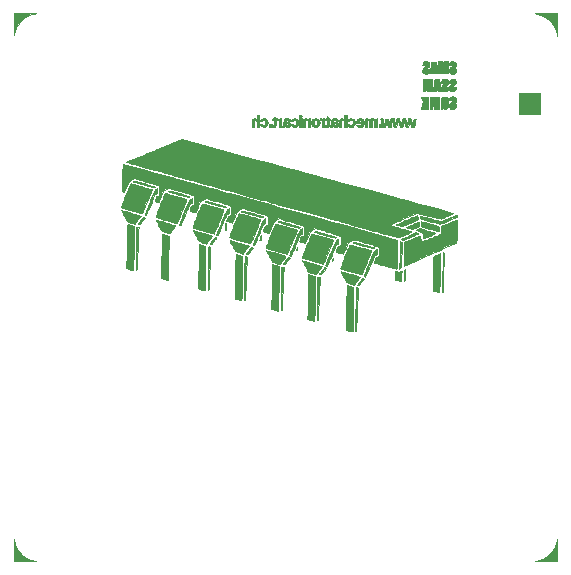
<source format=gbr>
G04 #@! TF.FileFunction,Soldermask,Bot*
%FSLAX46Y46*%
G04 Gerber Fmt 4.6, Leading zero omitted, Abs format (unit mm)*
G04 Created by KiCad (PCBNEW 4.0.7-e0-6372~58~ubuntu16.04.1) date Sun Feb 25 16:32:52 2018*
%MOMM*%
%LPD*%
G01*
G04 APERTURE LIST*
%ADD10C,0.100000*%
%ADD11C,0.010000*%
G04 APERTURE END LIST*
D10*
D11*
G36*
X78372558Y-121347427D02*
X78378353Y-121370511D01*
X78385311Y-121406983D01*
X78385866Y-121410084D01*
X78458454Y-121700625D01*
X78567831Y-121973717D01*
X78711219Y-122226579D01*
X78885838Y-122456430D01*
X79088907Y-122660491D01*
X79317648Y-122835980D01*
X79569280Y-122980119D01*
X79841025Y-123090126D01*
X80130103Y-123163222D01*
X80140417Y-123165063D01*
X80177600Y-123172009D01*
X80201327Y-123177803D01*
X80208714Y-123182559D01*
X80196876Y-123186389D01*
X80162928Y-123189405D01*
X80103985Y-123191722D01*
X80017163Y-123193452D01*
X79899576Y-123194709D01*
X79748341Y-123195604D01*
X79560572Y-123196250D01*
X79333384Y-123196762D01*
X79330792Y-123196767D01*
X78351834Y-123198667D01*
X78353733Y-122219709D01*
X78354240Y-121992050D01*
X78354876Y-121803830D01*
X78355754Y-121652154D01*
X78356991Y-121534127D01*
X78358699Y-121446856D01*
X78360996Y-121387445D01*
X78363994Y-121352999D01*
X78367810Y-121340625D01*
X78372558Y-121347427D01*
X78372558Y-121347427D01*
G37*
X78372558Y-121347427D02*
X78378353Y-121370511D01*
X78385311Y-121406983D01*
X78385866Y-121410084D01*
X78458454Y-121700625D01*
X78567831Y-121973717D01*
X78711219Y-122226579D01*
X78885838Y-122456430D01*
X79088907Y-122660491D01*
X79317648Y-122835980D01*
X79569280Y-122980119D01*
X79841025Y-123090126D01*
X80130103Y-123163222D01*
X80140417Y-123165063D01*
X80177600Y-123172009D01*
X80201327Y-123177803D01*
X80208714Y-123182559D01*
X80196876Y-123186389D01*
X80162928Y-123189405D01*
X80103985Y-123191722D01*
X80017163Y-123193452D01*
X79899576Y-123194709D01*
X79748341Y-123195604D01*
X79560572Y-123196250D01*
X79333384Y-123196762D01*
X79330792Y-123196767D01*
X78351834Y-123198667D01*
X78353733Y-122219709D01*
X78354240Y-121992050D01*
X78354876Y-121803830D01*
X78355754Y-121652154D01*
X78356991Y-121534127D01*
X78358699Y-121446856D01*
X78360996Y-121387445D01*
X78363994Y-121352999D01*
X78367810Y-121340625D01*
X78372558Y-121347427D01*
G36*
X124355889Y-121353624D02*
X124358905Y-121387573D01*
X124361222Y-121446516D01*
X124362952Y-121533338D01*
X124364209Y-121650924D01*
X124365104Y-121802160D01*
X124365750Y-121989929D01*
X124366262Y-122217116D01*
X124366267Y-122219709D01*
X124368167Y-123198667D01*
X123389209Y-123196767D01*
X123161550Y-123196260D01*
X122973330Y-123195624D01*
X122821654Y-123194746D01*
X122703627Y-123193510D01*
X122616356Y-123191801D01*
X122556945Y-123189505D01*
X122522499Y-123186506D01*
X122510125Y-123182690D01*
X122516927Y-123177942D01*
X122540011Y-123172147D01*
X122576483Y-123165190D01*
X122579584Y-123164635D01*
X122870125Y-123092047D01*
X123143217Y-122982669D01*
X123396079Y-122839281D01*
X123625930Y-122664663D01*
X123829991Y-122461593D01*
X124005480Y-122232853D01*
X124149619Y-121981220D01*
X124259626Y-121709475D01*
X124332722Y-121420397D01*
X124334563Y-121410084D01*
X124341509Y-121372900D01*
X124347303Y-121349173D01*
X124352059Y-121341786D01*
X124355889Y-121353624D01*
X124355889Y-121353624D01*
G37*
X124355889Y-121353624D02*
X124358905Y-121387573D01*
X124361222Y-121446516D01*
X124362952Y-121533338D01*
X124364209Y-121650924D01*
X124365104Y-121802160D01*
X124365750Y-121989929D01*
X124366262Y-122217116D01*
X124366267Y-122219709D01*
X124368167Y-123198667D01*
X123389209Y-123196767D01*
X123161550Y-123196260D01*
X122973330Y-123195624D01*
X122821654Y-123194746D01*
X122703627Y-123193510D01*
X122616356Y-123191801D01*
X122556945Y-123189505D01*
X122522499Y-123186506D01*
X122510125Y-123182690D01*
X122516927Y-123177942D01*
X122540011Y-123172147D01*
X122576483Y-123165190D01*
X122579584Y-123164635D01*
X122870125Y-123092047D01*
X123143217Y-122982669D01*
X123396079Y-122839281D01*
X123625930Y-122664663D01*
X123829991Y-122461593D01*
X124005480Y-122232853D01*
X124149619Y-121981220D01*
X124259626Y-121709475D01*
X124332722Y-121420397D01*
X124334563Y-121410084D01*
X124341509Y-121372900D01*
X124347303Y-121349173D01*
X124352059Y-121341786D01*
X124355889Y-121353624D01*
G36*
X106684847Y-99847201D02*
X106750820Y-99870321D01*
X106835407Y-99901948D01*
X106863334Y-99912023D01*
X107085584Y-99991040D01*
X107091788Y-100297145D01*
X107092690Y-100378323D01*
X107092870Y-100492614D01*
X107092387Y-100636048D01*
X107091302Y-100804658D01*
X107089673Y-100994476D01*
X107087561Y-101201532D01*
X107085026Y-101421859D01*
X107082127Y-101651489D01*
X107078925Y-101886452D01*
X107075478Y-102122782D01*
X107071846Y-102356509D01*
X107068091Y-102583665D01*
X107064270Y-102800281D01*
X107060445Y-103002391D01*
X107056674Y-103186024D01*
X107053018Y-103347214D01*
X107049536Y-103481991D01*
X107046288Y-103586388D01*
X107043334Y-103656435D01*
X107040734Y-103688165D01*
X107040706Y-103688292D01*
X107027201Y-103729904D01*
X107014324Y-103745274D01*
X106990089Y-103738853D01*
X106933633Y-103722210D01*
X106853124Y-103697798D01*
X106756734Y-103668070D01*
X106746917Y-103665018D01*
X106492917Y-103585987D01*
X106485737Y-103491618D01*
X106484851Y-103453224D01*
X106484862Y-103375889D01*
X106485711Y-103262994D01*
X106487340Y-103117921D01*
X106489691Y-102944050D01*
X106492704Y-102744764D01*
X106496323Y-102523444D01*
X106500488Y-102283472D01*
X106505141Y-102028228D01*
X106510224Y-101761094D01*
X106515679Y-101485451D01*
X106521446Y-101204682D01*
X106527467Y-100922167D01*
X106533685Y-100641287D01*
X106538808Y-100418042D01*
X106542376Y-100238236D01*
X106545334Y-100096910D01*
X106550086Y-99990316D01*
X106559034Y-99914708D01*
X106574582Y-99866339D01*
X106599131Y-99841463D01*
X106635085Y-99836332D01*
X106684847Y-99847201D01*
X106684847Y-99847201D01*
G37*
X106684847Y-99847201D02*
X106750820Y-99870321D01*
X106835407Y-99901948D01*
X106863334Y-99912023D01*
X107085584Y-99991040D01*
X107091788Y-100297145D01*
X107092690Y-100378323D01*
X107092870Y-100492614D01*
X107092387Y-100636048D01*
X107091302Y-100804658D01*
X107089673Y-100994476D01*
X107087561Y-101201532D01*
X107085026Y-101421859D01*
X107082127Y-101651489D01*
X107078925Y-101886452D01*
X107075478Y-102122782D01*
X107071846Y-102356509D01*
X107068091Y-102583665D01*
X107064270Y-102800281D01*
X107060445Y-103002391D01*
X107056674Y-103186024D01*
X107053018Y-103347214D01*
X107049536Y-103481991D01*
X107046288Y-103586388D01*
X107043334Y-103656435D01*
X107040734Y-103688165D01*
X107040706Y-103688292D01*
X107027201Y-103729904D01*
X107014324Y-103745274D01*
X106990089Y-103738853D01*
X106933633Y-103722210D01*
X106853124Y-103697798D01*
X106756734Y-103668070D01*
X106746917Y-103665018D01*
X106492917Y-103585987D01*
X106485737Y-103491618D01*
X106484851Y-103453224D01*
X106484862Y-103375889D01*
X106485711Y-103262994D01*
X106487340Y-103117921D01*
X106489691Y-102944050D01*
X106492704Y-102744764D01*
X106496323Y-102523444D01*
X106500488Y-102283472D01*
X106505141Y-102028228D01*
X106510224Y-101761094D01*
X106515679Y-101485451D01*
X106521446Y-101204682D01*
X106527467Y-100922167D01*
X106533685Y-100641287D01*
X106538808Y-100418042D01*
X106542376Y-100238236D01*
X106545334Y-100096910D01*
X106550086Y-99990316D01*
X106559034Y-99914708D01*
X106574582Y-99866339D01*
X106599131Y-99841463D01*
X106635085Y-99836332D01*
X106684847Y-99847201D01*
G36*
X107487750Y-100031750D02*
X107484667Y-100444500D01*
X107483108Y-100535492D01*
X107479635Y-100663647D01*
X107474468Y-100823849D01*
X107467827Y-101010981D01*
X107459931Y-101219927D01*
X107451001Y-101445570D01*
X107441257Y-101682794D01*
X107430918Y-101926482D01*
X107420205Y-102171519D01*
X107409337Y-102412787D01*
X107398534Y-102645170D01*
X107388016Y-102863552D01*
X107378004Y-103062816D01*
X107368717Y-103237846D01*
X107360375Y-103383526D01*
X107354108Y-103481672D01*
X107346494Y-103579233D01*
X107338489Y-103642259D01*
X107328148Y-103678519D01*
X107313527Y-103695784D01*
X107299259Y-103700814D01*
X107287058Y-103701673D01*
X107277775Y-103695837D01*
X107271177Y-103678582D01*
X107267029Y-103645180D01*
X107265099Y-103590907D01*
X107265153Y-103511036D01*
X107266958Y-103400842D01*
X107270280Y-103255598D01*
X107272613Y-103161309D01*
X107275402Y-103036879D01*
X107278499Y-102876081D01*
X107281813Y-102684879D01*
X107285254Y-102469238D01*
X107288734Y-102235123D01*
X107292162Y-101988496D01*
X107295449Y-101735322D01*
X107298505Y-101481565D01*
X107300353Y-101316569D01*
X107314414Y-100019054D01*
X107487750Y-100031750D01*
X107487750Y-100031750D01*
G37*
X107487750Y-100031750D02*
X107484667Y-100444500D01*
X107483108Y-100535492D01*
X107479635Y-100663647D01*
X107474468Y-100823849D01*
X107467827Y-101010981D01*
X107459931Y-101219927D01*
X107451001Y-101445570D01*
X107441257Y-101682794D01*
X107430918Y-101926482D01*
X107420205Y-102171519D01*
X107409337Y-102412787D01*
X107398534Y-102645170D01*
X107388016Y-102863552D01*
X107378004Y-103062816D01*
X107368717Y-103237846D01*
X107360375Y-103383526D01*
X107354108Y-103481672D01*
X107346494Y-103579233D01*
X107338489Y-103642259D01*
X107328148Y-103678519D01*
X107313527Y-103695784D01*
X107299259Y-103700814D01*
X107287058Y-103701673D01*
X107277775Y-103695837D01*
X107271177Y-103678582D01*
X107267029Y-103645180D01*
X107265099Y-103590907D01*
X107265153Y-103511036D01*
X107266958Y-103400842D01*
X107270280Y-103255598D01*
X107272613Y-103161309D01*
X107275402Y-103036879D01*
X107278499Y-102876081D01*
X107281813Y-102684879D01*
X107285254Y-102469238D01*
X107288734Y-102235123D01*
X107292162Y-101988496D01*
X107295449Y-101735322D01*
X107298505Y-101481565D01*
X107300353Y-101316569D01*
X107314414Y-100019054D01*
X107487750Y-100031750D01*
G36*
X103336992Y-98908874D02*
X103389167Y-98923832D01*
X103462907Y-98947070D01*
X103549101Y-98975505D01*
X103638635Y-99006050D01*
X103722398Y-99035621D01*
X103791276Y-99061132D01*
X103836158Y-99079498D01*
X103847084Y-99085268D01*
X103850277Y-99108329D01*
X103852801Y-99169908D01*
X103854685Y-99266197D01*
X103855960Y-99393387D01*
X103856655Y-99547667D01*
X103856801Y-99725230D01*
X103856427Y-99922266D01*
X103855563Y-100134966D01*
X103854240Y-100359521D01*
X103852487Y-100592122D01*
X103850334Y-100828959D01*
X103847811Y-101066225D01*
X103844949Y-101300109D01*
X103841776Y-101526802D01*
X103838323Y-101742497D01*
X103834621Y-101943382D01*
X103830698Y-102125650D01*
X103826585Y-102285492D01*
X103822313Y-102419098D01*
X103820494Y-102466061D01*
X103804750Y-102847205D01*
X103512904Y-102762394D01*
X103221057Y-102677584D01*
X103233403Y-102222500D01*
X103236050Y-102120547D01*
X103239484Y-101981350D01*
X103243587Y-101809990D01*
X103248242Y-101611546D01*
X103253332Y-101391098D01*
X103258741Y-101153728D01*
X103264350Y-100904514D01*
X103270042Y-100648537D01*
X103275702Y-100390878D01*
X103276807Y-100340165D01*
X103282176Y-100098391D01*
X103287472Y-99869282D01*
X103292604Y-99656312D01*
X103297475Y-99462955D01*
X103301994Y-99292687D01*
X103306066Y-99148982D01*
X103309597Y-99035314D01*
X103312494Y-98955158D01*
X103314664Y-98911988D01*
X103315495Y-98905283D01*
X103336992Y-98908874D01*
X103336992Y-98908874D01*
G37*
X103336992Y-98908874D02*
X103389167Y-98923832D01*
X103462907Y-98947070D01*
X103549101Y-98975505D01*
X103638635Y-99006050D01*
X103722398Y-99035621D01*
X103791276Y-99061132D01*
X103836158Y-99079498D01*
X103847084Y-99085268D01*
X103850277Y-99108329D01*
X103852801Y-99169908D01*
X103854685Y-99266197D01*
X103855960Y-99393387D01*
X103856655Y-99547667D01*
X103856801Y-99725230D01*
X103856427Y-99922266D01*
X103855563Y-100134966D01*
X103854240Y-100359521D01*
X103852487Y-100592122D01*
X103850334Y-100828959D01*
X103847811Y-101066225D01*
X103844949Y-101300109D01*
X103841776Y-101526802D01*
X103838323Y-101742497D01*
X103834621Y-101943382D01*
X103830698Y-102125650D01*
X103826585Y-102285492D01*
X103822313Y-102419098D01*
X103820494Y-102466061D01*
X103804750Y-102847205D01*
X103512904Y-102762394D01*
X103221057Y-102677584D01*
X103233403Y-102222500D01*
X103236050Y-102120547D01*
X103239484Y-101981350D01*
X103243587Y-101809990D01*
X103248242Y-101611546D01*
X103253332Y-101391098D01*
X103258741Y-101153728D01*
X103264350Y-100904514D01*
X103270042Y-100648537D01*
X103275702Y-100390878D01*
X103276807Y-100340165D01*
X103282176Y-100098391D01*
X103287472Y-99869282D01*
X103292604Y-99656312D01*
X103297475Y-99462955D01*
X103301994Y-99292687D01*
X103306066Y-99148982D01*
X103309597Y-99035314D01*
X103312494Y-98955158D01*
X103314664Y-98911988D01*
X103315495Y-98905283D01*
X103336992Y-98908874D01*
G36*
X104270437Y-99296209D02*
X104267007Y-99356082D01*
X104262048Y-99452952D01*
X104255808Y-99581521D01*
X104248532Y-99736490D01*
X104240467Y-99912559D01*
X104231860Y-100104430D01*
X104222957Y-100306804D01*
X104216543Y-100455084D01*
X104201612Y-100798289D01*
X104187194Y-101120853D01*
X104173399Y-101420603D01*
X104160341Y-101695365D01*
X104148131Y-101942966D01*
X104136881Y-102161231D01*
X104126703Y-102347987D01*
X104117709Y-102501061D01*
X104110011Y-102618278D01*
X104103720Y-102697464D01*
X104099089Y-102735792D01*
X104079236Y-102779864D01*
X104053762Y-102794000D01*
X104046820Y-102790971D01*
X104041003Y-102779818D01*
X104036265Y-102757442D01*
X104032557Y-102720742D01*
X104029833Y-102666621D01*
X104028045Y-102591978D01*
X104027145Y-102493715D01*
X104027087Y-102368732D01*
X104027823Y-102213929D01*
X104029306Y-102026208D01*
X104031488Y-101802469D01*
X104034321Y-101539613D01*
X104034436Y-101529292D01*
X104037339Y-101279734D01*
X104040541Y-101025427D01*
X104043948Y-100772636D01*
X104047464Y-100527627D01*
X104050996Y-100296665D01*
X104054449Y-100086015D01*
X104057730Y-99901944D01*
X104060743Y-99750718D01*
X104062157Y-99687792D01*
X104075830Y-99111000D01*
X104282521Y-99111000D01*
X104270437Y-99296209D01*
X104270437Y-99296209D01*
G37*
X104270437Y-99296209D02*
X104267007Y-99356082D01*
X104262048Y-99452952D01*
X104255808Y-99581521D01*
X104248532Y-99736490D01*
X104240467Y-99912559D01*
X104231860Y-100104430D01*
X104222957Y-100306804D01*
X104216543Y-100455084D01*
X104201612Y-100798289D01*
X104187194Y-101120853D01*
X104173399Y-101420603D01*
X104160341Y-101695365D01*
X104148131Y-101942966D01*
X104136881Y-102161231D01*
X104126703Y-102347987D01*
X104117709Y-102501061D01*
X104110011Y-102618278D01*
X104103720Y-102697464D01*
X104099089Y-102735792D01*
X104079236Y-102779864D01*
X104053762Y-102794000D01*
X104046820Y-102790971D01*
X104041003Y-102779818D01*
X104036265Y-102757442D01*
X104032557Y-102720742D01*
X104029833Y-102666621D01*
X104028045Y-102591978D01*
X104027145Y-102493715D01*
X104027087Y-102368732D01*
X104027823Y-102213929D01*
X104029306Y-102026208D01*
X104031488Y-101802469D01*
X104034321Y-101539613D01*
X104034436Y-101529292D01*
X104037339Y-101279734D01*
X104040541Y-101025427D01*
X104043948Y-100772636D01*
X104047464Y-100527627D01*
X104050996Y-100296665D01*
X104054449Y-100086015D01*
X104057730Y-99901944D01*
X104060743Y-99750718D01*
X104062157Y-99687792D01*
X104075830Y-99111000D01*
X104282521Y-99111000D01*
X104270437Y-99296209D01*
G36*
X100272837Y-98058378D02*
X100326356Y-98074171D01*
X100404341Y-98099753D01*
X100499165Y-98132702D01*
X100518260Y-98139525D01*
X100777917Y-98232710D01*
X100783521Y-98860746D01*
X100784370Y-99012824D01*
X100784478Y-99188384D01*
X100783905Y-99383457D01*
X100782712Y-99594074D01*
X100780959Y-99816266D01*
X100778707Y-100046065D01*
X100776016Y-100279502D01*
X100772948Y-100512607D01*
X100769563Y-100741413D01*
X100765921Y-100961950D01*
X100762084Y-101170249D01*
X100758112Y-101362341D01*
X100754065Y-101534259D01*
X100750005Y-101682032D01*
X100745991Y-101801692D01*
X100742085Y-101889271D01*
X100738347Y-101940798D01*
X100736270Y-101952625D01*
X100728166Y-101971718D01*
X100718134Y-101982317D01*
X100698031Y-101983717D01*
X100659711Y-101975215D01*
X100595031Y-101956105D01*
X100523917Y-101934264D01*
X100430479Y-101904948D01*
X100339621Y-101875306D01*
X100269047Y-101851133D01*
X100261526Y-101848416D01*
X100168468Y-101814465D01*
X100182004Y-101166524D01*
X100185084Y-101017920D01*
X100188859Y-100833843D01*
X100193190Y-100621147D01*
X100197939Y-100386684D01*
X100202968Y-100137306D01*
X100208138Y-99879867D01*
X100213311Y-99621218D01*
X100218348Y-99368214D01*
X100219882Y-99290917D01*
X100224439Y-99067031D01*
X100228961Y-98856028D01*
X100233354Y-98661662D01*
X100237520Y-98487686D01*
X100241366Y-98337856D01*
X100244793Y-98215925D01*
X100247708Y-98125649D01*
X100250014Y-98070780D01*
X100251414Y-98054796D01*
X100272837Y-98058378D01*
X100272837Y-98058378D01*
G37*
X100272837Y-98058378D02*
X100326356Y-98074171D01*
X100404341Y-98099753D01*
X100499165Y-98132702D01*
X100518260Y-98139525D01*
X100777917Y-98232710D01*
X100783521Y-98860746D01*
X100784370Y-99012824D01*
X100784478Y-99188384D01*
X100783905Y-99383457D01*
X100782712Y-99594074D01*
X100780959Y-99816266D01*
X100778707Y-100046065D01*
X100776016Y-100279502D01*
X100772948Y-100512607D01*
X100769563Y-100741413D01*
X100765921Y-100961950D01*
X100762084Y-101170249D01*
X100758112Y-101362341D01*
X100754065Y-101534259D01*
X100750005Y-101682032D01*
X100745991Y-101801692D01*
X100742085Y-101889271D01*
X100738347Y-101940798D01*
X100736270Y-101952625D01*
X100728166Y-101971718D01*
X100718134Y-101982317D01*
X100698031Y-101983717D01*
X100659711Y-101975215D01*
X100595031Y-101956105D01*
X100523917Y-101934264D01*
X100430479Y-101904948D01*
X100339621Y-101875306D01*
X100269047Y-101851133D01*
X100261526Y-101848416D01*
X100168468Y-101814465D01*
X100182004Y-101166524D01*
X100185084Y-101017920D01*
X100188859Y-100833843D01*
X100193190Y-100621147D01*
X100197939Y-100386684D01*
X100202968Y-100137306D01*
X100208138Y-99879867D01*
X100213311Y-99621218D01*
X100218348Y-99368214D01*
X100219882Y-99290917D01*
X100224439Y-99067031D01*
X100228961Y-98856028D01*
X100233354Y-98661662D01*
X100237520Y-98487686D01*
X100241366Y-98337856D01*
X100244793Y-98215925D01*
X100247708Y-98125649D01*
X100250014Y-98070780D01*
X100251414Y-98054796D01*
X100272837Y-98058378D01*
G36*
X101211834Y-98369165D02*
X101210904Y-98404008D01*
X101208230Y-98477165D01*
X101203988Y-98584658D01*
X101198353Y-98722511D01*
X101191498Y-98886747D01*
X101183599Y-99073389D01*
X101174830Y-99278462D01*
X101165366Y-99497987D01*
X101155382Y-99727990D01*
X101145053Y-99964491D01*
X101134553Y-100203516D01*
X101124058Y-100441088D01*
X101113741Y-100673229D01*
X101103777Y-100895963D01*
X101094343Y-101105314D01*
X101085611Y-101297305D01*
X101077757Y-101467958D01*
X101070955Y-101613298D01*
X101065381Y-101729348D01*
X101061209Y-101812131D01*
X101058614Y-101857670D01*
X101058421Y-101860375D01*
X101044974Y-101917409D01*
X101010198Y-101947643D01*
X101002382Y-101950790D01*
X100951681Y-101969412D01*
X100965470Y-100958248D01*
X100968851Y-100714005D01*
X100972620Y-100448296D01*
X100976626Y-100171328D01*
X100980719Y-99893308D01*
X100984747Y-99624441D01*
X100988560Y-99374933D01*
X100992008Y-99154991D01*
X100992797Y-99105709D01*
X101006337Y-98264334D01*
X101211834Y-98264334D01*
X101211834Y-98369165D01*
X101211834Y-98369165D01*
G37*
X101211834Y-98369165D02*
X101210904Y-98404008D01*
X101208230Y-98477165D01*
X101203988Y-98584658D01*
X101198353Y-98722511D01*
X101191498Y-98886747D01*
X101183599Y-99073389D01*
X101174830Y-99278462D01*
X101165366Y-99497987D01*
X101155382Y-99727990D01*
X101145053Y-99964491D01*
X101134553Y-100203516D01*
X101124058Y-100441088D01*
X101113741Y-100673229D01*
X101103777Y-100895963D01*
X101094343Y-101105314D01*
X101085611Y-101297305D01*
X101077757Y-101467958D01*
X101070955Y-101613298D01*
X101065381Y-101729348D01*
X101061209Y-101812131D01*
X101058614Y-101857670D01*
X101058421Y-101860375D01*
X101044974Y-101917409D01*
X101010198Y-101947643D01*
X101002382Y-101950790D01*
X100951681Y-101969412D01*
X100965470Y-100958248D01*
X100968851Y-100714005D01*
X100972620Y-100448296D01*
X100976626Y-100171328D01*
X100980719Y-99893308D01*
X100984747Y-99624441D01*
X100988560Y-99374933D01*
X100992008Y-99154991D01*
X100992797Y-99105709D01*
X101006337Y-98264334D01*
X101211834Y-98264334D01*
X101211834Y-98369165D01*
G36*
X97180256Y-97191750D02*
X97234510Y-97206573D01*
X97313511Y-97230590D01*
X97409604Y-97261547D01*
X97432252Y-97269057D01*
X97698167Y-97357673D01*
X97698175Y-97742212D01*
X97697768Y-97861017D01*
X97696596Y-98011254D01*
X97694742Y-98188267D01*
X97692287Y-98387398D01*
X97689313Y-98603989D01*
X97685902Y-98833385D01*
X97682136Y-99070928D01*
X97678096Y-99311961D01*
X97673865Y-99551826D01*
X97669524Y-99785867D01*
X97665155Y-100009427D01*
X97660840Y-100217849D01*
X97656660Y-100406475D01*
X97652698Y-100570649D01*
X97649036Y-100705714D01*
X97645754Y-100807012D01*
X97643355Y-100862542D01*
X97636876Y-100967281D01*
X97630002Y-101036501D01*
X97621360Y-101077004D01*
X97609575Y-101095591D01*
X97595537Y-101099222D01*
X97562174Y-101092909D01*
X97497793Y-101076838D01*
X97411901Y-101053497D01*
X97321313Y-101027521D01*
X97226718Y-100999111D01*
X97147789Y-100974209D01*
X97092973Y-100955563D01*
X97070860Y-100946082D01*
X97068920Y-100923008D01*
X97068107Y-100861314D01*
X97068333Y-100764694D01*
X97069513Y-100636844D01*
X97071561Y-100481457D01*
X97074390Y-100302231D01*
X97077915Y-100102858D01*
X97082049Y-99887036D01*
X97086707Y-99658458D01*
X97091802Y-99420820D01*
X97097248Y-99177817D01*
X97102959Y-98933144D01*
X97108849Y-98690496D01*
X97114833Y-98453569D01*
X97120823Y-98226057D01*
X97126734Y-98011655D01*
X97132479Y-97814059D01*
X97137973Y-97636963D01*
X97143130Y-97484063D01*
X97147863Y-97359054D01*
X97152086Y-97265631D01*
X97155714Y-97207488D01*
X97158401Y-97188377D01*
X97180256Y-97191750D01*
X97180256Y-97191750D01*
G37*
X97180256Y-97191750D02*
X97234510Y-97206573D01*
X97313511Y-97230590D01*
X97409604Y-97261547D01*
X97432252Y-97269057D01*
X97698167Y-97357673D01*
X97698175Y-97742212D01*
X97697768Y-97861017D01*
X97696596Y-98011254D01*
X97694742Y-98188267D01*
X97692287Y-98387398D01*
X97689313Y-98603989D01*
X97685902Y-98833385D01*
X97682136Y-99070928D01*
X97678096Y-99311961D01*
X97673865Y-99551826D01*
X97669524Y-99785867D01*
X97665155Y-100009427D01*
X97660840Y-100217849D01*
X97656660Y-100406475D01*
X97652698Y-100570649D01*
X97649036Y-100705714D01*
X97645754Y-100807012D01*
X97643355Y-100862542D01*
X97636876Y-100967281D01*
X97630002Y-101036501D01*
X97621360Y-101077004D01*
X97609575Y-101095591D01*
X97595537Y-101099222D01*
X97562174Y-101092909D01*
X97497793Y-101076838D01*
X97411901Y-101053497D01*
X97321313Y-101027521D01*
X97226718Y-100999111D01*
X97147789Y-100974209D01*
X97092973Y-100955563D01*
X97070860Y-100946082D01*
X97068920Y-100923008D01*
X97068107Y-100861314D01*
X97068333Y-100764694D01*
X97069513Y-100636844D01*
X97071561Y-100481457D01*
X97074390Y-100302231D01*
X97077915Y-100102858D01*
X97082049Y-99887036D01*
X97086707Y-99658458D01*
X97091802Y-99420820D01*
X97097248Y-99177817D01*
X97102959Y-98933144D01*
X97108849Y-98690496D01*
X97114833Y-98453569D01*
X97120823Y-98226057D01*
X97126734Y-98011655D01*
X97132479Y-97814059D01*
X97137973Y-97636963D01*
X97143130Y-97484063D01*
X97147863Y-97359054D01*
X97152086Y-97265631D01*
X97155714Y-97207488D01*
X97158401Y-97188377D01*
X97180256Y-97191750D01*
G36*
X98002128Y-97384681D02*
X98057885Y-97395210D01*
X98092660Y-97404799D01*
X98096827Y-97407105D01*
X98098236Y-97429699D01*
X98097804Y-97489002D01*
X98095689Y-97579436D01*
X98092045Y-97695425D01*
X98087028Y-97831391D01*
X98080795Y-97981757D01*
X98080744Y-97982927D01*
X98062446Y-98401505D01*
X98045816Y-98779850D01*
X98030731Y-99120027D01*
X98017066Y-99424100D01*
X98004697Y-99694132D01*
X97993501Y-99932187D01*
X97983352Y-100140328D01*
X97974127Y-100320620D01*
X97965701Y-100475124D01*
X97957951Y-100605907D01*
X97950753Y-100715030D01*
X97943982Y-100804557D01*
X97937514Y-100876553D01*
X97931225Y-100933081D01*
X97924991Y-100976204D01*
X97918688Y-101007986D01*
X97912191Y-101030491D01*
X97905378Y-101045782D01*
X97898123Y-101055923D01*
X97895775Y-101058334D01*
X97889457Y-101061512D01*
X97884067Y-101056143D01*
X97879568Y-101039459D01*
X97875922Y-101008695D01*
X97873094Y-100961083D01*
X97871045Y-100893858D01*
X97869740Y-100804253D01*
X97869141Y-100689501D01*
X97869212Y-100546838D01*
X97869915Y-100373496D01*
X97871213Y-100166708D01*
X97873071Y-99923710D01*
X97875450Y-99641733D01*
X97876018Y-99576667D01*
X97878450Y-99316382D01*
X97881125Y-99060259D01*
X97883981Y-98812752D01*
X97886953Y-98578313D01*
X97889978Y-98361396D01*
X97892991Y-98166452D01*
X97895929Y-97997936D01*
X97898728Y-97860300D01*
X97901324Y-97757997D01*
X97902693Y-97717087D01*
X97916095Y-97370924D01*
X98002128Y-97384681D01*
X98002128Y-97384681D01*
G37*
X98002128Y-97384681D02*
X98057885Y-97395210D01*
X98092660Y-97404799D01*
X98096827Y-97407105D01*
X98098236Y-97429699D01*
X98097804Y-97489002D01*
X98095689Y-97579436D01*
X98092045Y-97695425D01*
X98087028Y-97831391D01*
X98080795Y-97981757D01*
X98080744Y-97982927D01*
X98062446Y-98401505D01*
X98045816Y-98779850D01*
X98030731Y-99120027D01*
X98017066Y-99424100D01*
X98004697Y-99694132D01*
X97993501Y-99932187D01*
X97983352Y-100140328D01*
X97974127Y-100320620D01*
X97965701Y-100475124D01*
X97957951Y-100605907D01*
X97950753Y-100715030D01*
X97943982Y-100804557D01*
X97937514Y-100876553D01*
X97931225Y-100933081D01*
X97924991Y-100976204D01*
X97918688Y-101007986D01*
X97912191Y-101030491D01*
X97905378Y-101045782D01*
X97898123Y-101055923D01*
X97895775Y-101058334D01*
X97889457Y-101061512D01*
X97884067Y-101056143D01*
X97879568Y-101039459D01*
X97875922Y-101008695D01*
X97873094Y-100961083D01*
X97871045Y-100893858D01*
X97869740Y-100804253D01*
X97869141Y-100689501D01*
X97869212Y-100546838D01*
X97869915Y-100373496D01*
X97871213Y-100166708D01*
X97873071Y-99923710D01*
X97875450Y-99641733D01*
X97876018Y-99576667D01*
X97878450Y-99316382D01*
X97881125Y-99060259D01*
X97883981Y-98812752D01*
X97886953Y-98578313D01*
X97889978Y-98361396D01*
X97892991Y-98166452D01*
X97895929Y-97997936D01*
X97898728Y-97860300D01*
X97901324Y-97757997D01*
X97902693Y-97717087D01*
X97916095Y-97370924D01*
X98002128Y-97384681D01*
G36*
X114483116Y-97378331D02*
X114482333Y-97477505D01*
X114480229Y-97607871D01*
X114476948Y-97765034D01*
X114472635Y-97944597D01*
X114467433Y-98142163D01*
X114461489Y-98353337D01*
X114454945Y-98573722D01*
X114447948Y-98798922D01*
X114440640Y-99024541D01*
X114433167Y-99246182D01*
X114425672Y-99459449D01*
X114418302Y-99659946D01*
X114411199Y-99843276D01*
X114404509Y-100005044D01*
X114398375Y-100140853D01*
X114392943Y-100246306D01*
X114388357Y-100317008D01*
X114385655Y-100343959D01*
X114372285Y-100394387D01*
X114353942Y-100420366D01*
X114349181Y-100421378D01*
X114319966Y-100415185D01*
X114259169Y-100399839D01*
X114175944Y-100377717D01*
X114088206Y-100353636D01*
X113851829Y-100287850D01*
X113838546Y-100075133D01*
X113836000Y-100014220D01*
X113833461Y-99915614D01*
X113830987Y-99783958D01*
X113828633Y-99623893D01*
X113826457Y-99440060D01*
X113824515Y-99237100D01*
X113822866Y-99019656D01*
X113821565Y-98792367D01*
X113820923Y-98638784D01*
X113816584Y-97415152D01*
X114094056Y-97290562D01*
X114198352Y-97244487D01*
X114293082Y-97204024D01*
X114369515Y-97172805D01*
X114418920Y-97154459D01*
X114427431Y-97151942D01*
X114483334Y-97137911D01*
X114483116Y-97378331D01*
X114483116Y-97378331D01*
G37*
X114483116Y-97378331D02*
X114482333Y-97477505D01*
X114480229Y-97607871D01*
X114476948Y-97765034D01*
X114472635Y-97944597D01*
X114467433Y-98142163D01*
X114461489Y-98353337D01*
X114454945Y-98573722D01*
X114447948Y-98798922D01*
X114440640Y-99024541D01*
X114433167Y-99246182D01*
X114425672Y-99459449D01*
X114418302Y-99659946D01*
X114411199Y-99843276D01*
X114404509Y-100005044D01*
X114398375Y-100140853D01*
X114392943Y-100246306D01*
X114388357Y-100317008D01*
X114385655Y-100343959D01*
X114372285Y-100394387D01*
X114353942Y-100420366D01*
X114349181Y-100421378D01*
X114319966Y-100415185D01*
X114259169Y-100399839D01*
X114175944Y-100377717D01*
X114088206Y-100353636D01*
X113851829Y-100287850D01*
X113838546Y-100075133D01*
X113836000Y-100014220D01*
X113833461Y-99915614D01*
X113830987Y-99783958D01*
X113828633Y-99623893D01*
X113826457Y-99440060D01*
X113824515Y-99237100D01*
X113822866Y-99019656D01*
X113821565Y-98792367D01*
X113820923Y-98638784D01*
X113816584Y-97415152D01*
X114094056Y-97290562D01*
X114198352Y-97244487D01*
X114293082Y-97204024D01*
X114369515Y-97172805D01*
X114418920Y-97154459D01*
X114427431Y-97151942D01*
X114483334Y-97137911D01*
X114483116Y-97378331D01*
G36*
X114742444Y-97058590D02*
X114746150Y-97097985D01*
X114748823Y-97172341D01*
X114750523Y-97277978D01*
X114751310Y-97411219D01*
X114751246Y-97568383D01*
X114750389Y-97745794D01*
X114748801Y-97939772D01*
X114746543Y-98146638D01*
X114743673Y-98362714D01*
X114740253Y-98584321D01*
X114736342Y-98807780D01*
X114732002Y-99029414D01*
X114727292Y-99245543D01*
X114722273Y-99452488D01*
X114717006Y-99646572D01*
X114711549Y-99824114D01*
X114705965Y-99981438D01*
X114700312Y-100114863D01*
X114694652Y-100220712D01*
X114689044Y-100295306D01*
X114683936Y-100333375D01*
X114661521Y-100372631D01*
X114629587Y-100377214D01*
X114602436Y-100346165D01*
X114599861Y-100339015D01*
X114594745Y-100296922D01*
X114594466Y-100228201D01*
X114598647Y-100153806D01*
X114601490Y-100108370D01*
X114605697Y-100024532D01*
X114611104Y-99906194D01*
X114617550Y-99757262D01*
X114624875Y-99581637D01*
X114632915Y-99383225D01*
X114641511Y-99165927D01*
X114650499Y-98933649D01*
X114659719Y-98690293D01*
X114664158Y-98571250D01*
X114673497Y-98326290D01*
X114682902Y-98092311D01*
X114692195Y-97872985D01*
X114701197Y-97671987D01*
X114709730Y-97492988D01*
X114717616Y-97339662D01*
X114724676Y-97215682D01*
X114730732Y-97124721D01*
X114735606Y-97070452D01*
X114737645Y-97057834D01*
X114742444Y-97058590D01*
X114742444Y-97058590D01*
G37*
X114742444Y-97058590D02*
X114746150Y-97097985D01*
X114748823Y-97172341D01*
X114750523Y-97277978D01*
X114751310Y-97411219D01*
X114751246Y-97568383D01*
X114750389Y-97745794D01*
X114748801Y-97939772D01*
X114746543Y-98146638D01*
X114743673Y-98362714D01*
X114740253Y-98584321D01*
X114736342Y-98807780D01*
X114732002Y-99029414D01*
X114727292Y-99245543D01*
X114722273Y-99452488D01*
X114717006Y-99646572D01*
X114711549Y-99824114D01*
X114705965Y-99981438D01*
X114700312Y-100114863D01*
X114694652Y-100220712D01*
X114689044Y-100295306D01*
X114683936Y-100333375D01*
X114661521Y-100372631D01*
X114629587Y-100377214D01*
X114602436Y-100346165D01*
X114599861Y-100339015D01*
X114594745Y-100296922D01*
X114594466Y-100228201D01*
X114598647Y-100153806D01*
X114601490Y-100108370D01*
X114605697Y-100024532D01*
X114611104Y-99906194D01*
X114617550Y-99757262D01*
X114624875Y-99581637D01*
X114632915Y-99383225D01*
X114641511Y-99165927D01*
X114650499Y-98933649D01*
X114659719Y-98690293D01*
X114664158Y-98571250D01*
X114673497Y-98326290D01*
X114682902Y-98092311D01*
X114692195Y-97872985D01*
X114701197Y-97671987D01*
X114709730Y-97492988D01*
X114717616Y-97339662D01*
X114724676Y-97215682D01*
X114730732Y-97124721D01*
X114735606Y-97070452D01*
X114737645Y-97057834D01*
X114742444Y-97058590D01*
G36*
X94079167Y-96344980D02*
X94134633Y-96363336D01*
X94214004Y-96390608D01*
X94309315Y-96424093D01*
X94322084Y-96428628D01*
X94576084Y-96518941D01*
X94570319Y-98344002D01*
X94569162Y-98676764D01*
X94567871Y-98969662D01*
X94566365Y-99225163D01*
X94564566Y-99445735D01*
X94562392Y-99633847D01*
X94559764Y-99791967D01*
X94556602Y-99922563D01*
X94552826Y-100028103D01*
X94548356Y-100111056D01*
X94543112Y-100173890D01*
X94537014Y-100219073D01*
X94529983Y-100249074D01*
X94521938Y-100266359D01*
X94512799Y-100273399D01*
X94507816Y-100273850D01*
X94482287Y-100267474D01*
X94424758Y-100251068D01*
X94343673Y-100227092D01*
X94247479Y-100198009D01*
X94244320Y-100197045D01*
X94136983Y-100163129D01*
X94063986Y-100136717D01*
X94018694Y-100114677D01*
X93994472Y-100093874D01*
X93985488Y-100074801D01*
X93983528Y-100044677D01*
X93982489Y-99976604D01*
X93982339Y-99874954D01*
X93983043Y-99744103D01*
X93984569Y-99588422D01*
X93986881Y-99412285D01*
X93989947Y-99220066D01*
X93993568Y-99024481D01*
X93998336Y-98780748D01*
X94003451Y-98515270D01*
X94008721Y-98238351D01*
X94013950Y-97960296D01*
X94018946Y-97691410D01*
X94023515Y-97441998D01*
X94027464Y-97222364D01*
X94028222Y-97179542D01*
X94031772Y-96995495D01*
X94035639Y-96825351D01*
X94039677Y-96673604D01*
X94043741Y-96544748D01*
X94047684Y-96443276D01*
X94051360Y-96373681D01*
X94054623Y-96340458D01*
X94055573Y-96338241D01*
X94079167Y-96344980D01*
X94079167Y-96344980D01*
G37*
X94079167Y-96344980D02*
X94134633Y-96363336D01*
X94214004Y-96390608D01*
X94309315Y-96424093D01*
X94322084Y-96428628D01*
X94576084Y-96518941D01*
X94570319Y-98344002D01*
X94569162Y-98676764D01*
X94567871Y-98969662D01*
X94566365Y-99225163D01*
X94564566Y-99445735D01*
X94562392Y-99633847D01*
X94559764Y-99791967D01*
X94556602Y-99922563D01*
X94552826Y-100028103D01*
X94548356Y-100111056D01*
X94543112Y-100173890D01*
X94537014Y-100219073D01*
X94529983Y-100249074D01*
X94521938Y-100266359D01*
X94512799Y-100273399D01*
X94507816Y-100273850D01*
X94482287Y-100267474D01*
X94424758Y-100251068D01*
X94343673Y-100227092D01*
X94247479Y-100198009D01*
X94244320Y-100197045D01*
X94136983Y-100163129D01*
X94063986Y-100136717D01*
X94018694Y-100114677D01*
X93994472Y-100093874D01*
X93985488Y-100074801D01*
X93983528Y-100044677D01*
X93982489Y-99976604D01*
X93982339Y-99874954D01*
X93983043Y-99744103D01*
X93984569Y-99588422D01*
X93986881Y-99412285D01*
X93989947Y-99220066D01*
X93993568Y-99024481D01*
X93998336Y-98780748D01*
X94003451Y-98515270D01*
X94008721Y-98238351D01*
X94013950Y-97960296D01*
X94018946Y-97691410D01*
X94023515Y-97441998D01*
X94027464Y-97222364D01*
X94028222Y-97179542D01*
X94031772Y-96995495D01*
X94035639Y-96825351D01*
X94039677Y-96673604D01*
X94043741Y-96544748D01*
X94047684Y-96443276D01*
X94051360Y-96373681D01*
X94054623Y-96340458D01*
X94055573Y-96338241D01*
X94079167Y-96344980D01*
G36*
X94976190Y-96553241D02*
X95004348Y-96566059D01*
X95010517Y-96586875D01*
X95009782Y-96621600D01*
X95007284Y-96693982D01*
X95003192Y-96800213D01*
X94997677Y-96936485D01*
X94990909Y-97098989D01*
X94983060Y-97283918D01*
X94974299Y-97487463D01*
X94964797Y-97705818D01*
X94954724Y-97935173D01*
X94944251Y-98171721D01*
X94933549Y-98411654D01*
X94922787Y-98651164D01*
X94912137Y-98886443D01*
X94901768Y-99113682D01*
X94891852Y-99329075D01*
X94882558Y-99528812D01*
X94874058Y-99709086D01*
X94866522Y-99866089D01*
X94860119Y-99996014D01*
X94855021Y-100095051D01*
X94851399Y-100159393D01*
X94849427Y-100185209D01*
X94833400Y-100225713D01*
X94813042Y-100226512D01*
X94793245Y-100189218D01*
X94786696Y-100164534D01*
X94784805Y-100134549D01*
X94783385Y-100066566D01*
X94782408Y-99964377D01*
X94781847Y-99831773D01*
X94781676Y-99672547D01*
X94781866Y-99490491D01*
X94782391Y-99289398D01*
X94783225Y-99073058D01*
X94784339Y-98845265D01*
X94785706Y-98609811D01*
X94787300Y-98370487D01*
X94789093Y-98131087D01*
X94791058Y-97895401D01*
X94793169Y-97667222D01*
X94795397Y-97450342D01*
X94797717Y-97248554D01*
X94800100Y-97065649D01*
X94802519Y-96905419D01*
X94804948Y-96771658D01*
X94807360Y-96668156D01*
X94809727Y-96598706D01*
X94812021Y-96567100D01*
X94812433Y-96565709D01*
X94837549Y-96556095D01*
X94889652Y-96550454D01*
X94915999Y-96549834D01*
X94976190Y-96553241D01*
X94976190Y-96553241D01*
G37*
X94976190Y-96553241D02*
X95004348Y-96566059D01*
X95010517Y-96586875D01*
X95009782Y-96621600D01*
X95007284Y-96693982D01*
X95003192Y-96800213D01*
X94997677Y-96936485D01*
X94990909Y-97098989D01*
X94983060Y-97283918D01*
X94974299Y-97487463D01*
X94964797Y-97705818D01*
X94954724Y-97935173D01*
X94944251Y-98171721D01*
X94933549Y-98411654D01*
X94922787Y-98651164D01*
X94912137Y-98886443D01*
X94901768Y-99113682D01*
X94891852Y-99329075D01*
X94882558Y-99528812D01*
X94874058Y-99709086D01*
X94866522Y-99866089D01*
X94860119Y-99996014D01*
X94855021Y-100095051D01*
X94851399Y-100159393D01*
X94849427Y-100185209D01*
X94833400Y-100225713D01*
X94813042Y-100226512D01*
X94793245Y-100189218D01*
X94786696Y-100164534D01*
X94784805Y-100134549D01*
X94783385Y-100066566D01*
X94782408Y-99964377D01*
X94781847Y-99831773D01*
X94781676Y-99672547D01*
X94781866Y-99490491D01*
X94782391Y-99289398D01*
X94783225Y-99073058D01*
X94784339Y-98845265D01*
X94785706Y-98609811D01*
X94787300Y-98370487D01*
X94789093Y-98131087D01*
X94791058Y-97895401D01*
X94793169Y-97667222D01*
X94795397Y-97450342D01*
X94797717Y-97248554D01*
X94800100Y-97065649D01*
X94802519Y-96905419D01*
X94804948Y-96771658D01*
X94807360Y-96668156D01*
X94809727Y-96598706D01*
X94812021Y-96567100D01*
X94812433Y-96565709D01*
X94837549Y-96556095D01*
X94889652Y-96550454D01*
X94915999Y-96549834D01*
X94976190Y-96553241D01*
G36*
X107890580Y-99202907D02*
X107929435Y-99223039D01*
X107971320Y-99249843D01*
X108000883Y-99273872D01*
X108006334Y-99282710D01*
X107993825Y-99305635D01*
X107959877Y-99354302D01*
X107909861Y-99421689D01*
X107849146Y-99500773D01*
X107783101Y-99584534D01*
X107717096Y-99665948D01*
X107672297Y-99719542D01*
X107618642Y-99779548D01*
X107578424Y-99813104D01*
X107539727Y-99827657D01*
X107494513Y-99830667D01*
X107440821Y-99826878D01*
X107423708Y-99814158D01*
X107427006Y-99804209D01*
X107442750Y-99781599D01*
X107478504Y-99731908D01*
X107529149Y-99662125D01*
X107589571Y-99579240D01*
X107654653Y-99490241D01*
X107719278Y-99402119D01*
X107778329Y-99321863D01*
X107826691Y-99256462D01*
X107859247Y-99212905D01*
X107870112Y-99198896D01*
X107890580Y-99202907D01*
X107890580Y-99202907D01*
G37*
X107890580Y-99202907D02*
X107929435Y-99223039D01*
X107971320Y-99249843D01*
X108000883Y-99273872D01*
X108006334Y-99282710D01*
X107993825Y-99305635D01*
X107959877Y-99354302D01*
X107909861Y-99421689D01*
X107849146Y-99500773D01*
X107783101Y-99584534D01*
X107717096Y-99665948D01*
X107672297Y-99719542D01*
X107618642Y-99779548D01*
X107578424Y-99813104D01*
X107539727Y-99827657D01*
X107494513Y-99830667D01*
X107440821Y-99826878D01*
X107423708Y-99814158D01*
X107427006Y-99804209D01*
X107442750Y-99781599D01*
X107478504Y-99731908D01*
X107529149Y-99662125D01*
X107589571Y-99579240D01*
X107654653Y-99490241D01*
X107719278Y-99402119D01*
X107778329Y-99321863D01*
X107826691Y-99256462D01*
X107859247Y-99212905D01*
X107870112Y-99198896D01*
X107890580Y-99202907D01*
G36*
X106066814Y-98655662D02*
X106125026Y-98668416D01*
X106212869Y-98690366D01*
X106324885Y-98720028D01*
X106455615Y-98755918D01*
X106599601Y-98796554D01*
X106751382Y-98840454D01*
X106905502Y-98886133D01*
X106958584Y-98902144D01*
X107147792Y-98959725D01*
X107300080Y-99006676D01*
X107419151Y-99044274D01*
X107508709Y-99073791D01*
X107572459Y-99096502D01*
X107614106Y-99113681D01*
X107637353Y-99126602D01*
X107645906Y-99136539D01*
X107646184Y-99138635D01*
X107633510Y-99168319D01*
X107599205Y-99223080D01*
X107548276Y-99296443D01*
X107485733Y-99381930D01*
X107416586Y-99473068D01*
X107345842Y-99563379D01*
X107278511Y-99646388D01*
X107219603Y-99715619D01*
X107174126Y-99764596D01*
X107147089Y-99786845D01*
X107144270Y-99787516D01*
X107110841Y-99780059D01*
X107046860Y-99760304D01*
X106961270Y-99731185D01*
X106863017Y-99695637D01*
X106854793Y-99692572D01*
X106754365Y-99654028D01*
X106664869Y-99617799D01*
X106595785Y-99587846D01*
X106556592Y-99568132D01*
X106555651Y-99567528D01*
X106532123Y-99544820D01*
X106499021Y-99500156D01*
X106454757Y-99430852D01*
X106397740Y-99334219D01*
X106326382Y-99207571D01*
X106239092Y-99048221D01*
X106144068Y-98871770D01*
X106100469Y-98787746D01*
X106066907Y-98718043D01*
X106047031Y-98670589D01*
X106043693Y-98653585D01*
X106066814Y-98655662D01*
X106066814Y-98655662D01*
G37*
X106066814Y-98655662D02*
X106125026Y-98668416D01*
X106212869Y-98690366D01*
X106324885Y-98720028D01*
X106455615Y-98755918D01*
X106599601Y-98796554D01*
X106751382Y-98840454D01*
X106905502Y-98886133D01*
X106958584Y-98902144D01*
X107147792Y-98959725D01*
X107300080Y-99006676D01*
X107419151Y-99044274D01*
X107508709Y-99073791D01*
X107572459Y-99096502D01*
X107614106Y-99113681D01*
X107637353Y-99126602D01*
X107645906Y-99136539D01*
X107646184Y-99138635D01*
X107633510Y-99168319D01*
X107599205Y-99223080D01*
X107548276Y-99296443D01*
X107485733Y-99381930D01*
X107416586Y-99473068D01*
X107345842Y-99563379D01*
X107278511Y-99646388D01*
X107219603Y-99715619D01*
X107174126Y-99764596D01*
X107147089Y-99786845D01*
X107144270Y-99787516D01*
X107110841Y-99780059D01*
X107046860Y-99760304D01*
X106961270Y-99731185D01*
X106863017Y-99695637D01*
X106854793Y-99692572D01*
X106754365Y-99654028D01*
X106664869Y-99617799D01*
X106595785Y-99587846D01*
X106556592Y-99568132D01*
X106555651Y-99567528D01*
X106532123Y-99544820D01*
X106499021Y-99500156D01*
X106454757Y-99430852D01*
X106397740Y-99334219D01*
X106326382Y-99207571D01*
X106239092Y-99048221D01*
X106144068Y-98871770D01*
X106100469Y-98787746D01*
X106066907Y-98718043D01*
X106047031Y-98670589D01*
X106043693Y-98653585D01*
X106066814Y-98655662D01*
G36*
X110783982Y-98650306D02*
X110871494Y-98670184D01*
X110931971Y-98679839D01*
X110979383Y-98679565D01*
X111027703Y-98669655D01*
X111072068Y-98656350D01*
X111134356Y-98638132D01*
X111177304Y-98628152D01*
X111189608Y-98627791D01*
X111191064Y-98651572D01*
X111190040Y-98709150D01*
X111186966Y-98792900D01*
X111182277Y-98895199D01*
X111176406Y-99008421D01*
X111169784Y-99124943D01*
X111162846Y-99237140D01*
X111156024Y-99337388D01*
X111149751Y-99418063D01*
X111144459Y-99471540D01*
X111140643Y-99490213D01*
X111116609Y-99484422D01*
X111059935Y-99469924D01*
X110978904Y-99448859D01*
X110881796Y-99423367D01*
X110874417Y-99421421D01*
X110620417Y-99354417D01*
X110614648Y-98981580D01*
X110608880Y-98608744D01*
X110783982Y-98650306D01*
X110783982Y-98650306D01*
G37*
X110783982Y-98650306D02*
X110871494Y-98670184D01*
X110931971Y-98679839D01*
X110979383Y-98679565D01*
X111027703Y-98669655D01*
X111072068Y-98656350D01*
X111134356Y-98638132D01*
X111177304Y-98628152D01*
X111189608Y-98627791D01*
X111191064Y-98651572D01*
X111190040Y-98709150D01*
X111186966Y-98792900D01*
X111182277Y-98895199D01*
X111176406Y-99008421D01*
X111169784Y-99124943D01*
X111162846Y-99237140D01*
X111156024Y-99337388D01*
X111149751Y-99418063D01*
X111144459Y-99471540D01*
X111140643Y-99490213D01*
X111116609Y-99484422D01*
X111059935Y-99469924D01*
X110978904Y-99448859D01*
X110881796Y-99423367D01*
X110874417Y-99421421D01*
X110620417Y-99354417D01*
X110614648Y-98981580D01*
X110608880Y-98608744D01*
X110783982Y-98650306D01*
G36*
X111464325Y-98517052D02*
X111473881Y-98571586D01*
X111482162Y-98653088D01*
X111488774Y-98753877D01*
X111493325Y-98866271D01*
X111495421Y-98982589D01*
X111494669Y-99095149D01*
X111490674Y-99196270D01*
X111490133Y-99204674D01*
X111479559Y-99319541D01*
X111464390Y-99397817D01*
X111442395Y-99445178D01*
X111411346Y-99467300D01*
X111385594Y-99470834D01*
X111378779Y-99450120D01*
X111374774Y-99389611D01*
X111373619Y-99291753D01*
X111375354Y-99158993D01*
X111378524Y-99039694D01*
X111385148Y-98864048D01*
X111393138Y-98727217D01*
X111402980Y-98625692D01*
X111415162Y-98555966D01*
X111430171Y-98514528D01*
X111448496Y-98497872D01*
X111453888Y-98497167D01*
X111464325Y-98517052D01*
X111464325Y-98517052D01*
G37*
X111464325Y-98517052D02*
X111473881Y-98571586D01*
X111482162Y-98653088D01*
X111488774Y-98753877D01*
X111493325Y-98866271D01*
X111495421Y-98982589D01*
X111494669Y-99095149D01*
X111490674Y-99196270D01*
X111490133Y-99204674D01*
X111479559Y-99319541D01*
X111464390Y-99397817D01*
X111442395Y-99445178D01*
X111411346Y-99467300D01*
X111385594Y-99470834D01*
X111378779Y-99450120D01*
X111374774Y-99389611D01*
X111373619Y-99291753D01*
X111375354Y-99158993D01*
X111378524Y-99039694D01*
X111385148Y-98864048D01*
X111393138Y-98727217D01*
X111402980Y-98625692D01*
X111415162Y-98555966D01*
X111430171Y-98514528D01*
X111448496Y-98497872D01*
X111453888Y-98497167D01*
X111464325Y-98517052D01*
G36*
X90954533Y-95480002D02*
X91008775Y-95494974D01*
X91087893Y-95519192D01*
X91184306Y-95550404D01*
X91210661Y-95559181D01*
X91480759Y-95649648D01*
X91466115Y-96581282D01*
X91459810Y-96971945D01*
X91453554Y-97339230D01*
X91447385Y-97681472D01*
X91441343Y-97997008D01*
X91435466Y-98284172D01*
X91429793Y-98541299D01*
X91424363Y-98766725D01*
X91419216Y-98958786D01*
X91414390Y-99115817D01*
X91409924Y-99236152D01*
X91405857Y-99318128D01*
X91402228Y-99360079D01*
X91400955Y-99365209D01*
X91387944Y-99377714D01*
X91364584Y-99382285D01*
X91324483Y-99377874D01*
X91261251Y-99363434D01*
X91168500Y-99337919D01*
X91083584Y-99313200D01*
X90850750Y-99244657D01*
X90843349Y-99172537D01*
X90841673Y-99130655D01*
X90841141Y-99051914D01*
X90841664Y-98940041D01*
X90843151Y-98798765D01*
X90845513Y-98631815D01*
X90848659Y-98442919D01*
X90852499Y-98235805D01*
X90856942Y-98014203D01*
X90861899Y-97781840D01*
X90867279Y-97542445D01*
X90872993Y-97299747D01*
X90878949Y-97057474D01*
X90885058Y-96819355D01*
X90891230Y-96589119D01*
X90897375Y-96370493D01*
X90903401Y-96167206D01*
X90909220Y-95982987D01*
X90914741Y-95821565D01*
X90919873Y-95686667D01*
X90924527Y-95582023D01*
X90928612Y-95511361D01*
X90932038Y-95478409D01*
X90932746Y-95476532D01*
X90954533Y-95480002D01*
X90954533Y-95480002D01*
G37*
X90954533Y-95480002D02*
X91008775Y-95494974D01*
X91087893Y-95519192D01*
X91184306Y-95550404D01*
X91210661Y-95559181D01*
X91480759Y-95649648D01*
X91466115Y-96581282D01*
X91459810Y-96971945D01*
X91453554Y-97339230D01*
X91447385Y-97681472D01*
X91441343Y-97997008D01*
X91435466Y-98284172D01*
X91429793Y-98541299D01*
X91424363Y-98766725D01*
X91419216Y-98958786D01*
X91414390Y-99115817D01*
X91409924Y-99236152D01*
X91405857Y-99318128D01*
X91402228Y-99360079D01*
X91400955Y-99365209D01*
X91387944Y-99377714D01*
X91364584Y-99382285D01*
X91324483Y-99377874D01*
X91261251Y-99363434D01*
X91168500Y-99337919D01*
X91083584Y-99313200D01*
X90850750Y-99244657D01*
X90843349Y-99172537D01*
X90841673Y-99130655D01*
X90841141Y-99051914D01*
X90841664Y-98940041D01*
X90843151Y-98798765D01*
X90845513Y-98631815D01*
X90848659Y-98442919D01*
X90852499Y-98235805D01*
X90856942Y-98014203D01*
X90861899Y-97781840D01*
X90867279Y-97542445D01*
X90872993Y-97299747D01*
X90878949Y-97057474D01*
X90885058Y-96819355D01*
X90891230Y-96589119D01*
X90897375Y-96370493D01*
X90903401Y-96167206D01*
X90909220Y-95982987D01*
X90914741Y-95821565D01*
X90919873Y-95686667D01*
X90924527Y-95582023D01*
X90928612Y-95511361D01*
X90932038Y-95478409D01*
X90932746Y-95476532D01*
X90954533Y-95480002D01*
G36*
X109085834Y-97222141D02*
X108993540Y-97245381D01*
X108932148Y-97265361D01*
X108887670Y-97287915D01*
X108878866Y-97295588D01*
X108863743Y-97323728D01*
X108834304Y-97387858D01*
X108791943Y-97484656D01*
X108738054Y-97610799D01*
X108674030Y-97762968D01*
X108601266Y-97937840D01*
X108521153Y-98132094D01*
X108435086Y-98342409D01*
X108344459Y-98565462D01*
X108301477Y-98671792D01*
X108249870Y-98798445D01*
X108203169Y-98910753D01*
X108163765Y-99003151D01*
X108134049Y-99070075D01*
X108116413Y-99105962D01*
X108112901Y-99110530D01*
X108089840Y-99098603D01*
X108050198Y-99070564D01*
X108049955Y-99070377D01*
X108017781Y-99041242D01*
X108008837Y-99011361D01*
X108019279Y-98963097D01*
X108023524Y-98949139D01*
X108036508Y-98913835D01*
X108064170Y-98843582D01*
X108104835Y-98742479D01*
X108156829Y-98614627D01*
X108218478Y-98464123D01*
X108288106Y-98295068D01*
X108364039Y-98111560D01*
X108444603Y-97917698D01*
X108458919Y-97883334D01*
X108869116Y-96899084D01*
X109085834Y-96779980D01*
X109085834Y-97222141D01*
X109085834Y-97222141D01*
G37*
X109085834Y-97222141D02*
X108993540Y-97245381D01*
X108932148Y-97265361D01*
X108887670Y-97287915D01*
X108878866Y-97295588D01*
X108863743Y-97323728D01*
X108834304Y-97387858D01*
X108791943Y-97484656D01*
X108738054Y-97610799D01*
X108674030Y-97762968D01*
X108601266Y-97937840D01*
X108521153Y-98132094D01*
X108435086Y-98342409D01*
X108344459Y-98565462D01*
X108301477Y-98671792D01*
X108249870Y-98798445D01*
X108203169Y-98910753D01*
X108163765Y-99003151D01*
X108134049Y-99070075D01*
X108116413Y-99105962D01*
X108112901Y-99110530D01*
X108089840Y-99098603D01*
X108050198Y-99070564D01*
X108049955Y-99070377D01*
X108017781Y-99041242D01*
X108008837Y-99011361D01*
X108019279Y-98963097D01*
X108023524Y-98949139D01*
X108036508Y-98913835D01*
X108064170Y-98843582D01*
X108104835Y-98742479D01*
X108156829Y-98614627D01*
X108218478Y-98464123D01*
X108288106Y-98295068D01*
X108364039Y-98111560D01*
X108444603Y-97917698D01*
X108458919Y-97883334D01*
X108869116Y-96899084D01*
X109085834Y-96779980D01*
X109085834Y-97222141D01*
G36*
X104686562Y-98319086D02*
X104726794Y-98345792D01*
X104775111Y-98384916D01*
X104597264Y-98605083D01*
X104508372Y-98714590D01*
X104440999Y-98795323D01*
X104390333Y-98851655D01*
X104351563Y-98887961D01*
X104319876Y-98908613D01*
X104290460Y-98917985D01*
X104258503Y-98920450D01*
X104250212Y-98920500D01*
X104200838Y-98917500D01*
X104175901Y-98910111D01*
X104175167Y-98908424D01*
X104187710Y-98884516D01*
X104221880Y-98835079D01*
X104272489Y-98766663D01*
X104334348Y-98685821D01*
X104402268Y-98599105D01*
X104471061Y-98513068D01*
X104535539Y-98434260D01*
X104590512Y-98369235D01*
X104630792Y-98324543D01*
X104651191Y-98306738D01*
X104651703Y-98306667D01*
X104686562Y-98319086D01*
X104686562Y-98319086D01*
G37*
X104686562Y-98319086D02*
X104726794Y-98345792D01*
X104775111Y-98384916D01*
X104597264Y-98605083D01*
X104508372Y-98714590D01*
X104440999Y-98795323D01*
X104390333Y-98851655D01*
X104351563Y-98887961D01*
X104319876Y-98908613D01*
X104290460Y-98917985D01*
X104258503Y-98920450D01*
X104250212Y-98920500D01*
X104200838Y-98917500D01*
X104175901Y-98910111D01*
X104175167Y-98908424D01*
X104187710Y-98884516D01*
X104221880Y-98835079D01*
X104272489Y-98766663D01*
X104334348Y-98685821D01*
X104402268Y-98599105D01*
X104471061Y-98513068D01*
X104535539Y-98434260D01*
X104590512Y-98369235D01*
X104630792Y-98324543D01*
X104651191Y-98306738D01*
X104651703Y-98306667D01*
X104686562Y-98319086D01*
G36*
X106811399Y-96384093D02*
X106839654Y-96389848D01*
X106883905Y-96400427D01*
X106947446Y-96416698D01*
X107033573Y-96439529D01*
X107145580Y-96469788D01*
X107286762Y-96508343D01*
X107460414Y-96556061D01*
X107669831Y-96613811D01*
X107794667Y-96648289D01*
X108002946Y-96705941D01*
X108173950Y-96753645D01*
X108311244Y-96792594D01*
X108418392Y-96823981D01*
X108498960Y-96848998D01*
X108556514Y-96868839D01*
X108594619Y-96884696D01*
X108616839Y-96897763D01*
X108626741Y-96909233D01*
X108627890Y-96920299D01*
X108626132Y-96926507D01*
X108596046Y-97005934D01*
X108554129Y-97111912D01*
X108502260Y-97240038D01*
X108442313Y-97385914D01*
X108376167Y-97545138D01*
X108305697Y-97713310D01*
X108232781Y-97886030D01*
X108159294Y-98058897D01*
X108087113Y-98227511D01*
X108018116Y-98387471D01*
X107954178Y-98534378D01*
X107897176Y-98663830D01*
X107848987Y-98771428D01*
X107811488Y-98852770D01*
X107786554Y-98903457D01*
X107776312Y-98919230D01*
X107753618Y-98913235D01*
X107694860Y-98896722D01*
X107604619Y-98871005D01*
X107487477Y-98837400D01*
X107348015Y-98797219D01*
X107190815Y-98751778D01*
X107020460Y-98702392D01*
X107011500Y-98699791D01*
X106834927Y-98648505D01*
X106666390Y-98599516D01*
X106511386Y-98554424D01*
X106375409Y-98514829D01*
X106263955Y-98482333D01*
X106182520Y-98458534D01*
X106138375Y-98445560D01*
X106069126Y-98420448D01*
X106026225Y-98395381D01*
X106016667Y-98380499D01*
X106024125Y-98354932D01*
X106045304Y-98294708D01*
X106078409Y-98204462D01*
X106121646Y-98088827D01*
X106173223Y-97952438D01*
X106231345Y-97799928D01*
X106294217Y-97635931D01*
X106360047Y-97465082D01*
X106427040Y-97292015D01*
X106493403Y-97121362D01*
X106557342Y-96957759D01*
X106617062Y-96805839D01*
X106670771Y-96670236D01*
X106716673Y-96555585D01*
X106752976Y-96466518D01*
X106777885Y-96407671D01*
X106789606Y-96383677D01*
X106789695Y-96383584D01*
X106795844Y-96382294D01*
X106811399Y-96384093D01*
X106811399Y-96384093D01*
G37*
X106811399Y-96384093D02*
X106839654Y-96389848D01*
X106883905Y-96400427D01*
X106947446Y-96416698D01*
X107033573Y-96439529D01*
X107145580Y-96469788D01*
X107286762Y-96508343D01*
X107460414Y-96556061D01*
X107669831Y-96613811D01*
X107794667Y-96648289D01*
X108002946Y-96705941D01*
X108173950Y-96753645D01*
X108311244Y-96792594D01*
X108418392Y-96823981D01*
X108498960Y-96848998D01*
X108556514Y-96868839D01*
X108594619Y-96884696D01*
X108616839Y-96897763D01*
X108626741Y-96909233D01*
X108627890Y-96920299D01*
X108626132Y-96926507D01*
X108596046Y-97005934D01*
X108554129Y-97111912D01*
X108502260Y-97240038D01*
X108442313Y-97385914D01*
X108376167Y-97545138D01*
X108305697Y-97713310D01*
X108232781Y-97886030D01*
X108159294Y-98058897D01*
X108087113Y-98227511D01*
X108018116Y-98387471D01*
X107954178Y-98534378D01*
X107897176Y-98663830D01*
X107848987Y-98771428D01*
X107811488Y-98852770D01*
X107786554Y-98903457D01*
X107776312Y-98919230D01*
X107753618Y-98913235D01*
X107694860Y-98896722D01*
X107604619Y-98871005D01*
X107487477Y-98837400D01*
X107348015Y-98797219D01*
X107190815Y-98751778D01*
X107020460Y-98702392D01*
X107011500Y-98699791D01*
X106834927Y-98648505D01*
X106666390Y-98599516D01*
X106511386Y-98554424D01*
X106375409Y-98514829D01*
X106263955Y-98482333D01*
X106182520Y-98458534D01*
X106138375Y-98445560D01*
X106069126Y-98420448D01*
X106026225Y-98395381D01*
X106016667Y-98380499D01*
X106024125Y-98354932D01*
X106045304Y-98294708D01*
X106078409Y-98204462D01*
X106121646Y-98088827D01*
X106173223Y-97952438D01*
X106231345Y-97799928D01*
X106294217Y-97635931D01*
X106360047Y-97465082D01*
X106427040Y-97292015D01*
X106493403Y-97121362D01*
X106557342Y-96957759D01*
X106617062Y-96805839D01*
X106670771Y-96670236D01*
X106716673Y-96555585D01*
X106752976Y-96466518D01*
X106777885Y-96407671D01*
X106789606Y-96383677D01*
X106789695Y-96383584D01*
X106795844Y-96382294D01*
X106811399Y-96384093D01*
G36*
X102797593Y-97736612D02*
X102852392Y-97749400D01*
X102937348Y-97771236D01*
X103047244Y-97800634D01*
X103176862Y-97836107D01*
X103320986Y-97876169D01*
X103474400Y-97919333D01*
X103631885Y-97964112D01*
X103788225Y-98009020D01*
X103938204Y-98052570D01*
X104076603Y-98093275D01*
X104198207Y-98129650D01*
X104297798Y-98160206D01*
X104370160Y-98183458D01*
X104410075Y-98197919D01*
X104415974Y-98201074D01*
X104408732Y-98221484D01*
X104380529Y-98269421D01*
X104335838Y-98338569D01*
X104279133Y-98422614D01*
X104214887Y-98515242D01*
X104147574Y-98610136D01*
X104081666Y-98700984D01*
X104021637Y-98781469D01*
X103971961Y-98845277D01*
X103937110Y-98886094D01*
X103922293Y-98897984D01*
X103899323Y-98890798D01*
X103843550Y-98871840D01*
X103762045Y-98843557D01*
X103661878Y-98808395D01*
X103597137Y-98785500D01*
X103283690Y-98674365D01*
X103224168Y-98569891D01*
X103180727Y-98492508D01*
X103128058Y-98396928D01*
X103069531Y-98289460D01*
X103008514Y-98176414D01*
X102948373Y-98064099D01*
X102892478Y-97958825D01*
X102844195Y-97866901D01*
X102806894Y-97794637D01*
X102783942Y-97748343D01*
X102778167Y-97734360D01*
X102797593Y-97736612D01*
X102797593Y-97736612D01*
G37*
X102797593Y-97736612D02*
X102852392Y-97749400D01*
X102937348Y-97771236D01*
X103047244Y-97800634D01*
X103176862Y-97836107D01*
X103320986Y-97876169D01*
X103474400Y-97919333D01*
X103631885Y-97964112D01*
X103788225Y-98009020D01*
X103938204Y-98052570D01*
X104076603Y-98093275D01*
X104198207Y-98129650D01*
X104297798Y-98160206D01*
X104370160Y-98183458D01*
X104410075Y-98197919D01*
X104415974Y-98201074D01*
X104408732Y-98221484D01*
X104380529Y-98269421D01*
X104335838Y-98338569D01*
X104279133Y-98422614D01*
X104214887Y-98515242D01*
X104147574Y-98610136D01*
X104081666Y-98700984D01*
X104021637Y-98781469D01*
X103971961Y-98845277D01*
X103937110Y-98886094D01*
X103922293Y-98897984D01*
X103899323Y-98890798D01*
X103843550Y-98871840D01*
X103762045Y-98843557D01*
X103661878Y-98808395D01*
X103597137Y-98785500D01*
X103283690Y-98674365D01*
X103224168Y-98569891D01*
X103180727Y-98492508D01*
X103128058Y-98396928D01*
X103069531Y-98289460D01*
X103008514Y-98176414D01*
X102948373Y-98064099D01*
X102892478Y-97958825D01*
X102844195Y-97866901D01*
X102806894Y-97794637D01*
X102783942Y-97748343D01*
X102778167Y-97734360D01*
X102797593Y-97736612D01*
G36*
X88245025Y-94729547D02*
X88342715Y-94762454D01*
X88425943Y-94792329D01*
X88486267Y-94816011D01*
X88515242Y-94830340D01*
X88515868Y-94830901D01*
X88518340Y-94854262D01*
X88520132Y-94916177D01*
X88521284Y-95012873D01*
X88521837Y-95140578D01*
X88521832Y-95295517D01*
X88521309Y-95473918D01*
X88520309Y-95672009D01*
X88518872Y-95886015D01*
X88517040Y-96112163D01*
X88514853Y-96346682D01*
X88512352Y-96585797D01*
X88509577Y-96825736D01*
X88506569Y-97062725D01*
X88503370Y-97292992D01*
X88500018Y-97512764D01*
X88496557Y-97718266D01*
X88493025Y-97905728D01*
X88489463Y-98071374D01*
X88485913Y-98211433D01*
X88482416Y-98322131D01*
X88479010Y-98399695D01*
X88477063Y-98428375D01*
X88466869Y-98509970D01*
X88453773Y-98562839D01*
X88440122Y-98580114D01*
X88412049Y-98573267D01*
X88352123Y-98555781D01*
X88268722Y-98530182D01*
X88170227Y-98498998D01*
X88154407Y-98493911D01*
X87892230Y-98409428D01*
X87905598Y-97855339D01*
X87908621Y-97725273D01*
X87912295Y-97559316D01*
X87916488Y-97363904D01*
X87921065Y-97145472D01*
X87925894Y-96910456D01*
X87930842Y-96665291D01*
X87935775Y-96416413D01*
X87940561Y-96170256D01*
X87942009Y-96094750D01*
X87946533Y-95868627D01*
X87951259Y-95652069D01*
X87956069Y-95449346D01*
X87960843Y-95264724D01*
X87965461Y-95102474D01*
X87969803Y-94966865D01*
X87973751Y-94862164D01*
X87977184Y-94792641D01*
X87979151Y-94767755D01*
X87993250Y-94647260D01*
X88245025Y-94729547D01*
X88245025Y-94729547D01*
G37*
X88245025Y-94729547D02*
X88342715Y-94762454D01*
X88425943Y-94792329D01*
X88486267Y-94816011D01*
X88515242Y-94830340D01*
X88515868Y-94830901D01*
X88518340Y-94854262D01*
X88520132Y-94916177D01*
X88521284Y-95012873D01*
X88521837Y-95140578D01*
X88521832Y-95295517D01*
X88521309Y-95473918D01*
X88520309Y-95672009D01*
X88518872Y-95886015D01*
X88517040Y-96112163D01*
X88514853Y-96346682D01*
X88512352Y-96585797D01*
X88509577Y-96825736D01*
X88506569Y-97062725D01*
X88503370Y-97292992D01*
X88500018Y-97512764D01*
X88496557Y-97718266D01*
X88493025Y-97905728D01*
X88489463Y-98071374D01*
X88485913Y-98211433D01*
X88482416Y-98322131D01*
X88479010Y-98399695D01*
X88477063Y-98428375D01*
X88466869Y-98509970D01*
X88453773Y-98562839D01*
X88440122Y-98580114D01*
X88412049Y-98573267D01*
X88352123Y-98555781D01*
X88268722Y-98530182D01*
X88170227Y-98498998D01*
X88154407Y-98493911D01*
X87892230Y-98409428D01*
X87905598Y-97855339D01*
X87908621Y-97725273D01*
X87912295Y-97559316D01*
X87916488Y-97363904D01*
X87921065Y-97145472D01*
X87925894Y-96910456D01*
X87930842Y-96665291D01*
X87935775Y-96416413D01*
X87940561Y-96170256D01*
X87942009Y-96094750D01*
X87946533Y-95868627D01*
X87951259Y-95652069D01*
X87956069Y-95449346D01*
X87960843Y-95264724D01*
X87965461Y-95102474D01*
X87969803Y-94966865D01*
X87973751Y-94862164D01*
X87977184Y-94792641D01*
X87979151Y-94767755D01*
X87993250Y-94647260D01*
X88245025Y-94729547D01*
G36*
X88919272Y-95142250D02*
X88916695Y-95241969D01*
X88912184Y-95378825D01*
X88905973Y-95547676D01*
X88898295Y-95743379D01*
X88889381Y-95960795D01*
X88879465Y-96194782D01*
X88868779Y-96440197D01*
X88857556Y-96691900D01*
X88846029Y-96944748D01*
X88834429Y-97193601D01*
X88822991Y-97433318D01*
X88811946Y-97658755D01*
X88801527Y-97864773D01*
X88791966Y-98046229D01*
X88783497Y-98197982D01*
X88776353Y-98314890D01*
X88774411Y-98343709D01*
X88766964Y-98436594D01*
X88758937Y-98494858D01*
X88748286Y-98526188D01*
X88732965Y-98538271D01*
X88722326Y-98539500D01*
X88710124Y-98537391D01*
X88701014Y-98527705D01*
X88694718Y-98505401D01*
X88690961Y-98465440D01*
X88689465Y-98402783D01*
X88689956Y-98312391D01*
X88692157Y-98189222D01*
X88695343Y-98047375D01*
X88697656Y-97935628D01*
X88700274Y-97787067D01*
X88703120Y-97607209D01*
X88706120Y-97401571D01*
X88709197Y-97175672D01*
X88712276Y-96935029D01*
X88715283Y-96685159D01*
X88718141Y-96431579D01*
X88720458Y-96211167D01*
X88734084Y-94867084D01*
X88924584Y-94867084D01*
X88919272Y-95142250D01*
X88919272Y-95142250D01*
G37*
X88919272Y-95142250D02*
X88916695Y-95241969D01*
X88912184Y-95378825D01*
X88905973Y-95547676D01*
X88898295Y-95743379D01*
X88889381Y-95960795D01*
X88879465Y-96194782D01*
X88868779Y-96440197D01*
X88857556Y-96691900D01*
X88846029Y-96944748D01*
X88834429Y-97193601D01*
X88822991Y-97433318D01*
X88811946Y-97658755D01*
X88801527Y-97864773D01*
X88791966Y-98046229D01*
X88783497Y-98197982D01*
X88776353Y-98314890D01*
X88774411Y-98343709D01*
X88766964Y-98436594D01*
X88758937Y-98494858D01*
X88748286Y-98526188D01*
X88732965Y-98538271D01*
X88722326Y-98539500D01*
X88710124Y-98537391D01*
X88701014Y-98527705D01*
X88694718Y-98505401D01*
X88690961Y-98465440D01*
X88689465Y-98402783D01*
X88689956Y-98312391D01*
X88692157Y-98189222D01*
X88695343Y-98047375D01*
X88697656Y-97935628D01*
X88700274Y-97787067D01*
X88703120Y-97607209D01*
X88706120Y-97401571D01*
X88709197Y-97175672D01*
X88712276Y-96935029D01*
X88715283Y-96685159D01*
X88718141Y-96431579D01*
X88720458Y-96211167D01*
X88734084Y-94867084D01*
X88924584Y-94867084D01*
X88919272Y-95142250D01*
G36*
X89580750Y-90088741D02*
X89793942Y-90147776D01*
X90045065Y-90217310D01*
X90331249Y-90296550D01*
X90649627Y-90384700D01*
X90997329Y-90480968D01*
X91371487Y-90584558D01*
X91769233Y-90694677D01*
X92187697Y-90810530D01*
X92624012Y-90931324D01*
X93075308Y-91056263D01*
X93538717Y-91184554D01*
X94011371Y-91315403D01*
X94490400Y-91448016D01*
X94972937Y-91581597D01*
X95456111Y-91715354D01*
X95937056Y-91848492D01*
X96412902Y-91980217D01*
X96491667Y-92002021D01*
X97016524Y-92147315D01*
X97574886Y-92301889D01*
X98161786Y-92464370D01*
X98772260Y-92633382D01*
X99401343Y-92807549D01*
X100044068Y-92985498D01*
X100695470Y-93165854D01*
X101350585Y-93347242D01*
X102004446Y-93528286D01*
X102652089Y-93707612D01*
X103288547Y-93883846D01*
X103908856Y-94055612D01*
X104508050Y-94221536D01*
X105081164Y-94380243D01*
X105623232Y-94530357D01*
X106111917Y-94665694D01*
X110832084Y-95972926D01*
X110823718Y-96795838D01*
X110820258Y-97110207D01*
X110816629Y-97384517D01*
X110812740Y-97621042D01*
X110808500Y-97822057D01*
X110803817Y-97989837D01*
X110798599Y-98126656D01*
X110792755Y-98234788D01*
X110786192Y-98316507D01*
X110778820Y-98374089D01*
X110770547Y-98409807D01*
X110761282Y-98425936D01*
X110758000Y-98427346D01*
X110731239Y-98422828D01*
X110668293Y-98407930D01*
X110573698Y-98383853D01*
X110451989Y-98351796D01*
X110307700Y-98312959D01*
X110145368Y-98268539D01*
X109969527Y-98219737D01*
X109911334Y-98203444D01*
X109676753Y-98137622D01*
X109479663Y-98082252D01*
X109316801Y-98036328D01*
X109184905Y-97998844D01*
X109080711Y-97968793D01*
X109000958Y-97945168D01*
X108942383Y-97926964D01*
X108901723Y-97913173D01*
X108875716Y-97902790D01*
X108861099Y-97894808D01*
X108854611Y-97888220D01*
X108852987Y-97882021D01*
X108853000Y-97876968D01*
X108861760Y-97834907D01*
X108884669Y-97767121D01*
X108916672Y-97685613D01*
X108952713Y-97602385D01*
X108987738Y-97529438D01*
X109016690Y-97478774D01*
X109025555Y-97467311D01*
X109077476Y-97430559D01*
X109137637Y-97408689D01*
X109188280Y-97396569D01*
X109225964Y-97378049D01*
X109252470Y-97347405D01*
X109269578Y-97298913D01*
X109279067Y-97226850D01*
X109282718Y-97125492D01*
X109282309Y-96989115D01*
X109281731Y-96945330D01*
X109279131Y-96825550D01*
X109275185Y-96720672D01*
X109270300Y-96637958D01*
X109264884Y-96584667D01*
X109260564Y-96568208D01*
X109234580Y-96556509D01*
X109172562Y-96534875D01*
X109079269Y-96504686D01*
X108959459Y-96467323D01*
X108817892Y-96424168D01*
X108659326Y-96376602D01*
X108488521Y-96326006D01*
X108310234Y-96273761D01*
X108129225Y-96221247D01*
X107950253Y-96169847D01*
X107778075Y-96120942D01*
X107617452Y-96075911D01*
X107473142Y-96036137D01*
X107349903Y-96003001D01*
X107252494Y-95977884D01*
X107185675Y-95962167D01*
X107155250Y-95957196D01*
X107113410Y-95965967D01*
X107043909Y-95989769D01*
X106956999Y-96024792D01*
X106877403Y-96060397D01*
X106656890Y-96163628D01*
X106460403Y-96663647D01*
X106393865Y-96830819D01*
X106340136Y-96960772D01*
X106297967Y-97056218D01*
X106266107Y-97119867D01*
X106243308Y-97154432D01*
X106230250Y-97162974D01*
X106198471Y-97157308D01*
X106136525Y-97142510D01*
X106053269Y-97121033D01*
X105957564Y-97095329D01*
X105858269Y-97067852D01*
X105764245Y-97041054D01*
X105684351Y-97017389D01*
X105627446Y-96999308D01*
X105602392Y-96989265D01*
X105602215Y-96989104D01*
X105603792Y-96964992D01*
X105618952Y-96912143D01*
X105644040Y-96840481D01*
X105675396Y-96759932D01*
X105709363Y-96680422D01*
X105738566Y-96619085D01*
X105774220Y-96562057D01*
X105818794Y-96525875D01*
X105888735Y-96497227D01*
X105889341Y-96497025D01*
X105954067Y-96469702D01*
X106002323Y-96438789D01*
X106016868Y-96422457D01*
X106024035Y-96388571D01*
X106030148Y-96320575D01*
X106034750Y-96226689D01*
X106037386Y-96115132D01*
X106037834Y-96044737D01*
X106037077Y-95911161D01*
X106034467Y-95813867D01*
X106029491Y-95746826D01*
X106021637Y-95704007D01*
X106010393Y-95679382D01*
X106006423Y-95674780D01*
X105991255Y-95662822D01*
X105966666Y-95649262D01*
X105929572Y-95633116D01*
X105876891Y-95613402D01*
X105805540Y-95589135D01*
X105712436Y-95559333D01*
X105594497Y-95523012D01*
X105448638Y-95479189D01*
X105271779Y-95426881D01*
X105060835Y-95365105D01*
X104812724Y-95292876D01*
X104771650Y-95280946D01*
X103897050Y-95026968D01*
X103653411Y-95149127D01*
X103409773Y-95271287D01*
X103231945Y-95725352D01*
X103180016Y-95857700D01*
X103132305Y-95978833D01*
X103091289Y-96082499D01*
X103059444Y-96162448D01*
X103039248Y-96212429D01*
X103034206Y-96224421D01*
X103014296Y-96269424D01*
X102779815Y-96205108D01*
X102687269Y-96178270D01*
X102611948Y-96153661D01*
X102561965Y-96134122D01*
X102545334Y-96122993D01*
X102552282Y-96096854D01*
X102571057Y-96040211D01*
X102598554Y-95962175D01*
X102622715Y-95895950D01*
X102700096Y-95686706D01*
X102822135Y-95649755D01*
X102944174Y-95612805D01*
X102958546Y-95440276D01*
X102964942Y-95331825D01*
X102967422Y-95215389D01*
X102966319Y-95099509D01*
X102961964Y-94992722D01*
X102954689Y-94903568D01*
X102944827Y-94840587D01*
X102934179Y-94813502D01*
X102913831Y-94802464D01*
X102867114Y-94784412D01*
X102792369Y-94758838D01*
X102687939Y-94725231D01*
X102552166Y-94683080D01*
X102383390Y-94631876D01*
X102179955Y-94571108D01*
X101940202Y-94500266D01*
X101662473Y-94418840D01*
X101451796Y-94357374D01*
X100834509Y-94177569D01*
X100594151Y-94297213D01*
X100353792Y-94416858D01*
X100164884Y-94895971D01*
X100111802Y-95029877D01*
X100063347Y-95150743D01*
X100021811Y-95252963D01*
X99989487Y-95330927D01*
X99968667Y-95379027D01*
X99962143Y-95391954D01*
X99938008Y-95392836D01*
X99883112Y-95383668D01*
X99807119Y-95366981D01*
X99719688Y-95345301D01*
X99630481Y-95321159D01*
X99549160Y-95297084D01*
X99485386Y-95275604D01*
X99448821Y-95259249D01*
X99445525Y-95256722D01*
X99444786Y-95230604D01*
X99458100Y-95176080D01*
X99481795Y-95103187D01*
X99512200Y-95021964D01*
X99545645Y-94942449D01*
X99578459Y-94874682D01*
X99596752Y-94843159D01*
X99634425Y-94810088D01*
X99694830Y-94780096D01*
X99721213Y-94771377D01*
X99783314Y-94746929D01*
X99828420Y-94716496D01*
X99838231Y-94704165D01*
X99845861Y-94668967D01*
X99852162Y-94598725D01*
X99856741Y-94500721D01*
X99859202Y-94382234D01*
X99859512Y-94311838D01*
X99858901Y-94179983D01*
X99856988Y-94083918D01*
X99853123Y-94017104D01*
X99846658Y-93973002D01*
X99836944Y-93945074D01*
X99823332Y-93926781D01*
X99821095Y-93924632D01*
X99795471Y-93913507D01*
X99733849Y-93892309D01*
X99640981Y-93862427D01*
X99521622Y-93825253D01*
X99380524Y-93782175D01*
X99222441Y-93734585D01*
X99052126Y-93683872D01*
X98874331Y-93631425D01*
X98693812Y-93578637D01*
X98515320Y-93526895D01*
X98343609Y-93477590D01*
X98183433Y-93432113D01*
X98039544Y-93391854D01*
X97916696Y-93358202D01*
X97819642Y-93332547D01*
X97753136Y-93316280D01*
X97722061Y-93310788D01*
X97692853Y-93320336D01*
X97634696Y-93345939D01*
X97555982Y-93383711D01*
X97465101Y-93429763D01*
X97463943Y-93430365D01*
X97234848Y-93549396D01*
X97156415Y-93753156D01*
X97081119Y-93948548D01*
X97019309Y-94108006D01*
X96969340Y-94235129D01*
X96929561Y-94333519D01*
X96898327Y-94406777D01*
X96873987Y-94458502D01*
X96854896Y-94492297D01*
X96839403Y-94511760D01*
X96825863Y-94520494D01*
X96812626Y-94522099D01*
X96804871Y-94521246D01*
X96737524Y-94507974D01*
X96652378Y-94486642D01*
X96562083Y-94460978D01*
X96479289Y-94434710D01*
X96416646Y-94411564D01*
X96392229Y-94399647D01*
X96345707Y-94370137D01*
X96408998Y-94216655D01*
X96453202Y-94113579D01*
X96489206Y-94042818D01*
X96522760Y-93996718D01*
X96559613Y-93967625D01*
X96605514Y-93947883D01*
X96612625Y-93945546D01*
X96694559Y-93911033D01*
X96743639Y-93865482D01*
X96769346Y-93798067D01*
X96775604Y-93759431D01*
X96779464Y-93696767D01*
X96779600Y-93610209D01*
X96776602Y-93508935D01*
X96771060Y-93402118D01*
X96763565Y-93298935D01*
X96754707Y-93208560D01*
X96745076Y-93140169D01*
X96735263Y-93102937D01*
X96733163Y-93099863D01*
X96708372Y-93087342D01*
X96649364Y-93065538D01*
X96555290Y-93034189D01*
X96425298Y-92993032D01*
X96258538Y-92941805D01*
X96054159Y-92880246D01*
X95811313Y-92808093D01*
X95529147Y-92725085D01*
X95296287Y-92657027D01*
X94640656Y-92465854D01*
X94152750Y-92699812D01*
X93995532Y-93106114D01*
X93945541Y-93234302D01*
X93898223Y-93353778D01*
X93856575Y-93457123D01*
X93823592Y-93536913D01*
X93802270Y-93585728D01*
X93800212Y-93590025D01*
X93762110Y-93667632D01*
X93639930Y-93638282D01*
X93549720Y-93615717D01*
X93446320Y-93588574D01*
X93380167Y-93570509D01*
X93307309Y-93549259D01*
X93266325Y-93531819D01*
X93248277Y-93510765D01*
X93244223Y-93478671D01*
X93244602Y-93457926D01*
X93255000Y-93402277D01*
X93280474Y-93325440D01*
X93315689Y-93243315D01*
X93318685Y-93237160D01*
X93357595Y-93161469D01*
X93388999Y-93114378D01*
X93422570Y-93085796D01*
X93467982Y-93065631D01*
X93490382Y-93058069D01*
X93553621Y-93034350D01*
X93600983Y-93011042D01*
X93613603Y-93001847D01*
X93621017Y-92974127D01*
X93627266Y-92912751D01*
X93632220Y-92826385D01*
X93635749Y-92723693D01*
X93637724Y-92613340D01*
X93638014Y-92503991D01*
X93636490Y-92404311D01*
X93633022Y-92322965D01*
X93627481Y-92268619D01*
X93624764Y-92256719D01*
X93597762Y-92225337D01*
X93546676Y-92197212D01*
X93533294Y-92192468D01*
X93404841Y-92152162D01*
X93255448Y-92106093D01*
X93089733Y-92055618D01*
X92912313Y-92002093D01*
X92727804Y-91946875D01*
X92540824Y-91891318D01*
X92355989Y-91836779D01*
X92177918Y-91784614D01*
X92011226Y-91736179D01*
X91860532Y-91692830D01*
X91730451Y-91655924D01*
X91625602Y-91626815D01*
X91550600Y-91606860D01*
X91510064Y-91597415D01*
X91505223Y-91596834D01*
X91475149Y-91605923D01*
X91416021Y-91630670D01*
X91336391Y-91667292D01*
X91245014Y-91711906D01*
X91015566Y-91826978D01*
X90832560Y-92288697D01*
X90780037Y-92420560D01*
X90732046Y-92539815D01*
X90690975Y-92640627D01*
X90659210Y-92717166D01*
X90639138Y-92763598D01*
X90633735Y-92774528D01*
X90611318Y-92783051D01*
X90561288Y-92776905D01*
X90478767Y-92755322D01*
X90442997Y-92744503D01*
X90364718Y-92720310D01*
X90313521Y-92699824D01*
X90287579Y-92675370D01*
X90285065Y-92639273D01*
X90304152Y-92583856D01*
X90343011Y-92501444D01*
X90371337Y-92443500D01*
X90411093Y-92364534D01*
X90442839Y-92313892D01*
X90476183Y-92281404D01*
X90520734Y-92256902D01*
X90565000Y-92238554D01*
X90681417Y-92192357D01*
X90687665Y-91857554D01*
X90690791Y-91707893D01*
X90691844Y-91594484D01*
X90687848Y-91511257D01*
X90675827Y-91452141D01*
X90652804Y-91411064D01*
X90615802Y-91381955D01*
X90561844Y-91358744D01*
X90487954Y-91335359D01*
X90421811Y-91315336D01*
X90344185Y-91291732D01*
X90232243Y-91258211D01*
X90092327Y-91216648D01*
X89930782Y-91168917D01*
X89753948Y-91116891D01*
X89568170Y-91062444D01*
X89379789Y-91007451D01*
X89375388Y-91006169D01*
X88577358Y-90773714D01*
X88381809Y-90857293D01*
X88296404Y-90894443D01*
X88227381Y-90928217D01*
X88170896Y-90963753D01*
X88123102Y-91006190D01*
X88080153Y-91060669D01*
X88038204Y-91132328D01*
X87993410Y-91226307D01*
X87941923Y-91347745D01*
X87879899Y-91501782D01*
X87857569Y-91557865D01*
X87811446Y-91670405D01*
X87767860Y-91770621D01*
X87730204Y-91851164D01*
X87701872Y-91904686D01*
X87689348Y-91922188D01*
X87640954Y-91944371D01*
X87608950Y-91943538D01*
X87587764Y-91933916D01*
X87573643Y-91912751D01*
X87564302Y-91871604D01*
X87557456Y-91802037D01*
X87553284Y-91737965D01*
X87551209Y-91676820D01*
X87549856Y-91578584D01*
X87549214Y-91448491D01*
X87549273Y-91291777D01*
X87550022Y-91113677D01*
X87551450Y-90919426D01*
X87553545Y-90714260D01*
X87555804Y-90537909D01*
X87569917Y-89531901D01*
X89580750Y-90088741D01*
X89580750Y-90088741D01*
G37*
X89580750Y-90088741D02*
X89793942Y-90147776D01*
X90045065Y-90217310D01*
X90331249Y-90296550D01*
X90649627Y-90384700D01*
X90997329Y-90480968D01*
X91371487Y-90584558D01*
X91769233Y-90694677D01*
X92187697Y-90810530D01*
X92624012Y-90931324D01*
X93075308Y-91056263D01*
X93538717Y-91184554D01*
X94011371Y-91315403D01*
X94490400Y-91448016D01*
X94972937Y-91581597D01*
X95456111Y-91715354D01*
X95937056Y-91848492D01*
X96412902Y-91980217D01*
X96491667Y-92002021D01*
X97016524Y-92147315D01*
X97574886Y-92301889D01*
X98161786Y-92464370D01*
X98772260Y-92633382D01*
X99401343Y-92807549D01*
X100044068Y-92985498D01*
X100695470Y-93165854D01*
X101350585Y-93347242D01*
X102004446Y-93528286D01*
X102652089Y-93707612D01*
X103288547Y-93883846D01*
X103908856Y-94055612D01*
X104508050Y-94221536D01*
X105081164Y-94380243D01*
X105623232Y-94530357D01*
X106111917Y-94665694D01*
X110832084Y-95972926D01*
X110823718Y-96795838D01*
X110820258Y-97110207D01*
X110816629Y-97384517D01*
X110812740Y-97621042D01*
X110808500Y-97822057D01*
X110803817Y-97989837D01*
X110798599Y-98126656D01*
X110792755Y-98234788D01*
X110786192Y-98316507D01*
X110778820Y-98374089D01*
X110770547Y-98409807D01*
X110761282Y-98425936D01*
X110758000Y-98427346D01*
X110731239Y-98422828D01*
X110668293Y-98407930D01*
X110573698Y-98383853D01*
X110451989Y-98351796D01*
X110307700Y-98312959D01*
X110145368Y-98268539D01*
X109969527Y-98219737D01*
X109911334Y-98203444D01*
X109676753Y-98137622D01*
X109479663Y-98082252D01*
X109316801Y-98036328D01*
X109184905Y-97998844D01*
X109080711Y-97968793D01*
X109000958Y-97945168D01*
X108942383Y-97926964D01*
X108901723Y-97913173D01*
X108875716Y-97902790D01*
X108861099Y-97894808D01*
X108854611Y-97888220D01*
X108852987Y-97882021D01*
X108853000Y-97876968D01*
X108861760Y-97834907D01*
X108884669Y-97767121D01*
X108916672Y-97685613D01*
X108952713Y-97602385D01*
X108987738Y-97529438D01*
X109016690Y-97478774D01*
X109025555Y-97467311D01*
X109077476Y-97430559D01*
X109137637Y-97408689D01*
X109188280Y-97396569D01*
X109225964Y-97378049D01*
X109252470Y-97347405D01*
X109269578Y-97298913D01*
X109279067Y-97226850D01*
X109282718Y-97125492D01*
X109282309Y-96989115D01*
X109281731Y-96945330D01*
X109279131Y-96825550D01*
X109275185Y-96720672D01*
X109270300Y-96637958D01*
X109264884Y-96584667D01*
X109260564Y-96568208D01*
X109234580Y-96556509D01*
X109172562Y-96534875D01*
X109079269Y-96504686D01*
X108959459Y-96467323D01*
X108817892Y-96424168D01*
X108659326Y-96376602D01*
X108488521Y-96326006D01*
X108310234Y-96273761D01*
X108129225Y-96221247D01*
X107950253Y-96169847D01*
X107778075Y-96120942D01*
X107617452Y-96075911D01*
X107473142Y-96036137D01*
X107349903Y-96003001D01*
X107252494Y-95977884D01*
X107185675Y-95962167D01*
X107155250Y-95957196D01*
X107113410Y-95965967D01*
X107043909Y-95989769D01*
X106956999Y-96024792D01*
X106877403Y-96060397D01*
X106656890Y-96163628D01*
X106460403Y-96663647D01*
X106393865Y-96830819D01*
X106340136Y-96960772D01*
X106297967Y-97056218D01*
X106266107Y-97119867D01*
X106243308Y-97154432D01*
X106230250Y-97162974D01*
X106198471Y-97157308D01*
X106136525Y-97142510D01*
X106053269Y-97121033D01*
X105957564Y-97095329D01*
X105858269Y-97067852D01*
X105764245Y-97041054D01*
X105684351Y-97017389D01*
X105627446Y-96999308D01*
X105602392Y-96989265D01*
X105602215Y-96989104D01*
X105603792Y-96964992D01*
X105618952Y-96912143D01*
X105644040Y-96840481D01*
X105675396Y-96759932D01*
X105709363Y-96680422D01*
X105738566Y-96619085D01*
X105774220Y-96562057D01*
X105818794Y-96525875D01*
X105888735Y-96497227D01*
X105889341Y-96497025D01*
X105954067Y-96469702D01*
X106002323Y-96438789D01*
X106016868Y-96422457D01*
X106024035Y-96388571D01*
X106030148Y-96320575D01*
X106034750Y-96226689D01*
X106037386Y-96115132D01*
X106037834Y-96044737D01*
X106037077Y-95911161D01*
X106034467Y-95813867D01*
X106029491Y-95746826D01*
X106021637Y-95704007D01*
X106010393Y-95679382D01*
X106006423Y-95674780D01*
X105991255Y-95662822D01*
X105966666Y-95649262D01*
X105929572Y-95633116D01*
X105876891Y-95613402D01*
X105805540Y-95589135D01*
X105712436Y-95559333D01*
X105594497Y-95523012D01*
X105448638Y-95479189D01*
X105271779Y-95426881D01*
X105060835Y-95365105D01*
X104812724Y-95292876D01*
X104771650Y-95280946D01*
X103897050Y-95026968D01*
X103653411Y-95149127D01*
X103409773Y-95271287D01*
X103231945Y-95725352D01*
X103180016Y-95857700D01*
X103132305Y-95978833D01*
X103091289Y-96082499D01*
X103059444Y-96162448D01*
X103039248Y-96212429D01*
X103034206Y-96224421D01*
X103014296Y-96269424D01*
X102779815Y-96205108D01*
X102687269Y-96178270D01*
X102611948Y-96153661D01*
X102561965Y-96134122D01*
X102545334Y-96122993D01*
X102552282Y-96096854D01*
X102571057Y-96040211D01*
X102598554Y-95962175D01*
X102622715Y-95895950D01*
X102700096Y-95686706D01*
X102822135Y-95649755D01*
X102944174Y-95612805D01*
X102958546Y-95440276D01*
X102964942Y-95331825D01*
X102967422Y-95215389D01*
X102966319Y-95099509D01*
X102961964Y-94992722D01*
X102954689Y-94903568D01*
X102944827Y-94840587D01*
X102934179Y-94813502D01*
X102913831Y-94802464D01*
X102867114Y-94784412D01*
X102792369Y-94758838D01*
X102687939Y-94725231D01*
X102552166Y-94683080D01*
X102383390Y-94631876D01*
X102179955Y-94571108D01*
X101940202Y-94500266D01*
X101662473Y-94418840D01*
X101451796Y-94357374D01*
X100834509Y-94177569D01*
X100594151Y-94297213D01*
X100353792Y-94416858D01*
X100164884Y-94895971D01*
X100111802Y-95029877D01*
X100063347Y-95150743D01*
X100021811Y-95252963D01*
X99989487Y-95330927D01*
X99968667Y-95379027D01*
X99962143Y-95391954D01*
X99938008Y-95392836D01*
X99883112Y-95383668D01*
X99807119Y-95366981D01*
X99719688Y-95345301D01*
X99630481Y-95321159D01*
X99549160Y-95297084D01*
X99485386Y-95275604D01*
X99448821Y-95259249D01*
X99445525Y-95256722D01*
X99444786Y-95230604D01*
X99458100Y-95176080D01*
X99481795Y-95103187D01*
X99512200Y-95021964D01*
X99545645Y-94942449D01*
X99578459Y-94874682D01*
X99596752Y-94843159D01*
X99634425Y-94810088D01*
X99694830Y-94780096D01*
X99721213Y-94771377D01*
X99783314Y-94746929D01*
X99828420Y-94716496D01*
X99838231Y-94704165D01*
X99845861Y-94668967D01*
X99852162Y-94598725D01*
X99856741Y-94500721D01*
X99859202Y-94382234D01*
X99859512Y-94311838D01*
X99858901Y-94179983D01*
X99856988Y-94083918D01*
X99853123Y-94017104D01*
X99846658Y-93973002D01*
X99836944Y-93945074D01*
X99823332Y-93926781D01*
X99821095Y-93924632D01*
X99795471Y-93913507D01*
X99733849Y-93892309D01*
X99640981Y-93862427D01*
X99521622Y-93825253D01*
X99380524Y-93782175D01*
X99222441Y-93734585D01*
X99052126Y-93683872D01*
X98874331Y-93631425D01*
X98693812Y-93578637D01*
X98515320Y-93526895D01*
X98343609Y-93477590D01*
X98183433Y-93432113D01*
X98039544Y-93391854D01*
X97916696Y-93358202D01*
X97819642Y-93332547D01*
X97753136Y-93316280D01*
X97722061Y-93310788D01*
X97692853Y-93320336D01*
X97634696Y-93345939D01*
X97555982Y-93383711D01*
X97465101Y-93429763D01*
X97463943Y-93430365D01*
X97234848Y-93549396D01*
X97156415Y-93753156D01*
X97081119Y-93948548D01*
X97019309Y-94108006D01*
X96969340Y-94235129D01*
X96929561Y-94333519D01*
X96898327Y-94406777D01*
X96873987Y-94458502D01*
X96854896Y-94492297D01*
X96839403Y-94511760D01*
X96825863Y-94520494D01*
X96812626Y-94522099D01*
X96804871Y-94521246D01*
X96737524Y-94507974D01*
X96652378Y-94486642D01*
X96562083Y-94460978D01*
X96479289Y-94434710D01*
X96416646Y-94411564D01*
X96392229Y-94399647D01*
X96345707Y-94370137D01*
X96408998Y-94216655D01*
X96453202Y-94113579D01*
X96489206Y-94042818D01*
X96522760Y-93996718D01*
X96559613Y-93967625D01*
X96605514Y-93947883D01*
X96612625Y-93945546D01*
X96694559Y-93911033D01*
X96743639Y-93865482D01*
X96769346Y-93798067D01*
X96775604Y-93759431D01*
X96779464Y-93696767D01*
X96779600Y-93610209D01*
X96776602Y-93508935D01*
X96771060Y-93402118D01*
X96763565Y-93298935D01*
X96754707Y-93208560D01*
X96745076Y-93140169D01*
X96735263Y-93102937D01*
X96733163Y-93099863D01*
X96708372Y-93087342D01*
X96649364Y-93065538D01*
X96555290Y-93034189D01*
X96425298Y-92993032D01*
X96258538Y-92941805D01*
X96054159Y-92880246D01*
X95811313Y-92808093D01*
X95529147Y-92725085D01*
X95296287Y-92657027D01*
X94640656Y-92465854D01*
X94152750Y-92699812D01*
X93995532Y-93106114D01*
X93945541Y-93234302D01*
X93898223Y-93353778D01*
X93856575Y-93457123D01*
X93823592Y-93536913D01*
X93802270Y-93585728D01*
X93800212Y-93590025D01*
X93762110Y-93667632D01*
X93639930Y-93638282D01*
X93549720Y-93615717D01*
X93446320Y-93588574D01*
X93380167Y-93570509D01*
X93307309Y-93549259D01*
X93266325Y-93531819D01*
X93248277Y-93510765D01*
X93244223Y-93478671D01*
X93244602Y-93457926D01*
X93255000Y-93402277D01*
X93280474Y-93325440D01*
X93315689Y-93243315D01*
X93318685Y-93237160D01*
X93357595Y-93161469D01*
X93388999Y-93114378D01*
X93422570Y-93085796D01*
X93467982Y-93065631D01*
X93490382Y-93058069D01*
X93553621Y-93034350D01*
X93600983Y-93011042D01*
X93613603Y-93001847D01*
X93621017Y-92974127D01*
X93627266Y-92912751D01*
X93632220Y-92826385D01*
X93635749Y-92723693D01*
X93637724Y-92613340D01*
X93638014Y-92503991D01*
X93636490Y-92404311D01*
X93633022Y-92322965D01*
X93627481Y-92268619D01*
X93624764Y-92256719D01*
X93597762Y-92225337D01*
X93546676Y-92197212D01*
X93533294Y-92192468D01*
X93404841Y-92152162D01*
X93255448Y-92106093D01*
X93089733Y-92055618D01*
X92912313Y-92002093D01*
X92727804Y-91946875D01*
X92540824Y-91891318D01*
X92355989Y-91836779D01*
X92177918Y-91784614D01*
X92011226Y-91736179D01*
X91860532Y-91692830D01*
X91730451Y-91655924D01*
X91625602Y-91626815D01*
X91550600Y-91606860D01*
X91510064Y-91597415D01*
X91505223Y-91596834D01*
X91475149Y-91605923D01*
X91416021Y-91630670D01*
X91336391Y-91667292D01*
X91245014Y-91711906D01*
X91015566Y-91826978D01*
X90832560Y-92288697D01*
X90780037Y-92420560D01*
X90732046Y-92539815D01*
X90690975Y-92640627D01*
X90659210Y-92717166D01*
X90639138Y-92763598D01*
X90633735Y-92774528D01*
X90611318Y-92783051D01*
X90561288Y-92776905D01*
X90478767Y-92755322D01*
X90442997Y-92744503D01*
X90364718Y-92720310D01*
X90313521Y-92699824D01*
X90287579Y-92675370D01*
X90285065Y-92639273D01*
X90304152Y-92583856D01*
X90343011Y-92501444D01*
X90371337Y-92443500D01*
X90411093Y-92364534D01*
X90442839Y-92313892D01*
X90476183Y-92281404D01*
X90520734Y-92256902D01*
X90565000Y-92238554D01*
X90681417Y-92192357D01*
X90687665Y-91857554D01*
X90690791Y-91707893D01*
X90691844Y-91594484D01*
X90687848Y-91511257D01*
X90675827Y-91452141D01*
X90652804Y-91411064D01*
X90615802Y-91381955D01*
X90561844Y-91358744D01*
X90487954Y-91335359D01*
X90421811Y-91315336D01*
X90344185Y-91291732D01*
X90232243Y-91258211D01*
X90092327Y-91216648D01*
X89930782Y-91168917D01*
X89753948Y-91116891D01*
X89568170Y-91062444D01*
X89379789Y-91007451D01*
X89375388Y-91006169D01*
X88577358Y-90773714D01*
X88381809Y-90857293D01*
X88296404Y-90894443D01*
X88227381Y-90928217D01*
X88170896Y-90963753D01*
X88123102Y-91006190D01*
X88080153Y-91060669D01*
X88038204Y-91132328D01*
X87993410Y-91226307D01*
X87941923Y-91347745D01*
X87879899Y-91501782D01*
X87857569Y-91557865D01*
X87811446Y-91670405D01*
X87767860Y-91770621D01*
X87730204Y-91851164D01*
X87701872Y-91904686D01*
X87689348Y-91922188D01*
X87640954Y-91944371D01*
X87608950Y-91943538D01*
X87587764Y-91933916D01*
X87573643Y-91912751D01*
X87564302Y-91871604D01*
X87557456Y-91802037D01*
X87553284Y-91737965D01*
X87551209Y-91676820D01*
X87549856Y-91578584D01*
X87549214Y-91448491D01*
X87549273Y-91291777D01*
X87550022Y-91113677D01*
X87551450Y-90919426D01*
X87553545Y-90714260D01*
X87555804Y-90537909D01*
X87569917Y-89531901D01*
X89580750Y-90088741D01*
G36*
X111096400Y-96118019D02*
X111135935Y-96148615D01*
X111141145Y-96153064D01*
X111196207Y-96200584D01*
X111159601Y-98295944D01*
X111083365Y-98370097D01*
X111007128Y-98444250D01*
X111020518Y-97438834D01*
X111024703Y-97148313D01*
X111029015Y-96898125D01*
X111033535Y-96686271D01*
X111038340Y-96510749D01*
X111043511Y-96369560D01*
X111049127Y-96260703D01*
X111055266Y-96182178D01*
X111062007Y-96131986D01*
X111069431Y-96108126D01*
X111073252Y-96105439D01*
X111096400Y-96118019D01*
X111096400Y-96118019D01*
G37*
X111096400Y-96118019D02*
X111135935Y-96148615D01*
X111141145Y-96153064D01*
X111196207Y-96200584D01*
X111159601Y-98295944D01*
X111083365Y-98370097D01*
X111007128Y-98444250D01*
X111020518Y-97438834D01*
X111024703Y-97148313D01*
X111029015Y-96898125D01*
X111033535Y-96686271D01*
X111038340Y-96510749D01*
X111043511Y-96369560D01*
X111049127Y-96260703D01*
X111055266Y-96182178D01*
X111062007Y-96131986D01*
X111069431Y-96108126D01*
X111073252Y-96105439D01*
X111096400Y-96118019D01*
G36*
X105831761Y-95909465D02*
X105843144Y-95950441D01*
X105846957Y-96025393D01*
X105847334Y-96102583D01*
X105847334Y-96311498D01*
X105750474Y-96338618D01*
X105685957Y-96364146D01*
X105636644Y-96396771D01*
X105624853Y-96410160D01*
X105603992Y-96449698D01*
X105569597Y-96523621D01*
X105523761Y-96626968D01*
X105468574Y-96754779D01*
X105406130Y-96902095D01*
X105338520Y-97063957D01*
X105267836Y-97235403D01*
X105196169Y-97411475D01*
X105125612Y-97587212D01*
X105081811Y-97697706D01*
X105028691Y-97831312D01*
X104980125Y-97951290D01*
X104938397Y-98052179D01*
X104905787Y-98128515D01*
X104884578Y-98174835D01*
X104877615Y-98186550D01*
X104851080Y-98182376D01*
X104806904Y-98161657D01*
X104804913Y-98160511D01*
X104764662Y-98131021D01*
X104747535Y-98106264D01*
X104747531Y-98105584D01*
X104755650Y-98082576D01*
X104778694Y-98024215D01*
X104815157Y-97934161D01*
X104863530Y-97816074D01*
X104922305Y-97673613D01*
X104989975Y-97510440D01*
X105065033Y-97330213D01*
X105145970Y-97136594D01*
X105187838Y-97036703D01*
X105283857Y-96807915D01*
X105365055Y-96614954D01*
X105432968Y-96454603D01*
X105489135Y-96323644D01*
X105535092Y-96218859D01*
X105572375Y-96137031D01*
X105602522Y-96074941D01*
X105627070Y-96029373D01*
X105647555Y-95997108D01*
X105665516Y-95974928D01*
X105682488Y-95959617D01*
X105700008Y-95947955D01*
X105710886Y-95941676D01*
X105769762Y-95909953D01*
X105808677Y-95897592D01*
X105831761Y-95909465D01*
X105831761Y-95909465D01*
G37*
X105831761Y-95909465D02*
X105843144Y-95950441D01*
X105846957Y-96025393D01*
X105847334Y-96102583D01*
X105847334Y-96311498D01*
X105750474Y-96338618D01*
X105685957Y-96364146D01*
X105636644Y-96396771D01*
X105624853Y-96410160D01*
X105603992Y-96449698D01*
X105569597Y-96523621D01*
X105523761Y-96626968D01*
X105468574Y-96754779D01*
X105406130Y-96902095D01*
X105338520Y-97063957D01*
X105267836Y-97235403D01*
X105196169Y-97411475D01*
X105125612Y-97587212D01*
X105081811Y-97697706D01*
X105028691Y-97831312D01*
X104980125Y-97951290D01*
X104938397Y-98052179D01*
X104905787Y-98128515D01*
X104884578Y-98174835D01*
X104877615Y-98186550D01*
X104851080Y-98182376D01*
X104806904Y-98161657D01*
X104804913Y-98160511D01*
X104764662Y-98131021D01*
X104747535Y-98106264D01*
X104747531Y-98105584D01*
X104755650Y-98082576D01*
X104778694Y-98024215D01*
X104815157Y-97934161D01*
X104863530Y-97816074D01*
X104922305Y-97673613D01*
X104989975Y-97510440D01*
X105065033Y-97330213D01*
X105145970Y-97136594D01*
X105187838Y-97036703D01*
X105283857Y-96807915D01*
X105365055Y-96614954D01*
X105432968Y-96454603D01*
X105489135Y-96323644D01*
X105535092Y-96218859D01*
X105572375Y-96137031D01*
X105602522Y-96074941D01*
X105627070Y-96029373D01*
X105647555Y-95997108D01*
X105665516Y-95974928D01*
X105682488Y-95959617D01*
X105700008Y-95947955D01*
X105710886Y-95941676D01*
X105769762Y-95909953D01*
X105808677Y-95897592D01*
X105831761Y-95909465D01*
G36*
X115862895Y-94287172D02*
X115866868Y-94313945D01*
X115869726Y-94377631D01*
X115871536Y-94472823D01*
X115872366Y-94594118D01*
X115872282Y-94736111D01*
X115871353Y-94893397D01*
X115869645Y-95060571D01*
X115867226Y-95232228D01*
X115864163Y-95402963D01*
X115860523Y-95567373D01*
X115856374Y-95720051D01*
X115851783Y-95855593D01*
X115846817Y-95968595D01*
X115841543Y-96053651D01*
X115840786Y-96063000D01*
X115827417Y-96221750D01*
X114906667Y-96630549D01*
X114593253Y-96769632D01*
X114281092Y-96908031D01*
X113972639Y-97044664D01*
X113670349Y-97178448D01*
X113376681Y-97308301D01*
X113094089Y-97433142D01*
X112825030Y-97551888D01*
X112571960Y-97663457D01*
X112337335Y-97766767D01*
X112123612Y-97860737D01*
X111933246Y-97944284D01*
X111768694Y-98016325D01*
X111632412Y-98075780D01*
X111526857Y-98121566D01*
X111454483Y-98152601D01*
X111417749Y-98167803D01*
X111414483Y-98168983D01*
X111367459Y-98183908D01*
X111382728Y-97266329D01*
X111386272Y-97070072D01*
X111390160Y-96884352D01*
X111394250Y-96714006D01*
X111398404Y-96563872D01*
X111402481Y-96438784D01*
X111406341Y-96343581D01*
X111409846Y-96283097D01*
X111411640Y-96265952D01*
X111425284Y-96183153D01*
X112086967Y-95897790D01*
X112243426Y-95830793D01*
X112387376Y-95770074D01*
X112514261Y-95717481D01*
X112619531Y-95674863D01*
X112698634Y-95644070D01*
X112747015Y-95626950D01*
X112760479Y-95624256D01*
X112767040Y-95648981D01*
X112775593Y-95706679D01*
X112784917Y-95788113D01*
X112791970Y-95862524D01*
X112801056Y-95957014D01*
X112810291Y-96035908D01*
X112818450Y-96089600D01*
X112823232Y-96107731D01*
X112842646Y-96122212D01*
X112879129Y-96123878D01*
X112938081Y-96111606D01*
X113024901Y-96084274D01*
X113144255Y-96041036D01*
X113224723Y-96009876D01*
X113329277Y-95967917D01*
X113452402Y-95917507D01*
X113588584Y-95860994D01*
X113732310Y-95800727D01*
X113878066Y-95739055D01*
X114020337Y-95678324D01*
X114153609Y-95620883D01*
X114272369Y-95569081D01*
X114371102Y-95525265D01*
X114444294Y-95491783D01*
X114486432Y-95470985D01*
X114493917Y-95466281D01*
X114502105Y-95439329D01*
X114510332Y-95378076D01*
X114517825Y-95290547D01*
X114523808Y-95184764D01*
X114525667Y-95137350D01*
X114536250Y-94827489D01*
X115189239Y-94542541D01*
X115371150Y-94463537D01*
X115518063Y-94400694D01*
X115633526Y-94352667D01*
X115721087Y-94318112D01*
X115784293Y-94295684D01*
X115826690Y-94284038D01*
X115851826Y-94281830D01*
X115862895Y-94287172D01*
X115862895Y-94287172D01*
G37*
X115862895Y-94287172D02*
X115866868Y-94313945D01*
X115869726Y-94377631D01*
X115871536Y-94472823D01*
X115872366Y-94594118D01*
X115872282Y-94736111D01*
X115871353Y-94893397D01*
X115869645Y-95060571D01*
X115867226Y-95232228D01*
X115864163Y-95402963D01*
X115860523Y-95567373D01*
X115856374Y-95720051D01*
X115851783Y-95855593D01*
X115846817Y-95968595D01*
X115841543Y-96053651D01*
X115840786Y-96063000D01*
X115827417Y-96221750D01*
X114906667Y-96630549D01*
X114593253Y-96769632D01*
X114281092Y-96908031D01*
X113972639Y-97044664D01*
X113670349Y-97178448D01*
X113376681Y-97308301D01*
X113094089Y-97433142D01*
X112825030Y-97551888D01*
X112571960Y-97663457D01*
X112337335Y-97766767D01*
X112123612Y-97860737D01*
X111933246Y-97944284D01*
X111768694Y-98016325D01*
X111632412Y-98075780D01*
X111526857Y-98121566D01*
X111454483Y-98152601D01*
X111417749Y-98167803D01*
X111414483Y-98168983D01*
X111367459Y-98183908D01*
X111382728Y-97266329D01*
X111386272Y-97070072D01*
X111390160Y-96884352D01*
X111394250Y-96714006D01*
X111398404Y-96563872D01*
X111402481Y-96438784D01*
X111406341Y-96343581D01*
X111409846Y-96283097D01*
X111411640Y-96265952D01*
X111425284Y-96183153D01*
X112086967Y-95897790D01*
X112243426Y-95830793D01*
X112387376Y-95770074D01*
X112514261Y-95717481D01*
X112619531Y-95674863D01*
X112698634Y-95644070D01*
X112747015Y-95626950D01*
X112760479Y-95624256D01*
X112767040Y-95648981D01*
X112775593Y-95706679D01*
X112784917Y-95788113D01*
X112791970Y-95862524D01*
X112801056Y-95957014D01*
X112810291Y-96035908D01*
X112818450Y-96089600D01*
X112823232Y-96107731D01*
X112842646Y-96122212D01*
X112879129Y-96123878D01*
X112938081Y-96111606D01*
X113024901Y-96084274D01*
X113144255Y-96041036D01*
X113224723Y-96009876D01*
X113329277Y-95967917D01*
X113452402Y-95917507D01*
X113588584Y-95860994D01*
X113732310Y-95800727D01*
X113878066Y-95739055D01*
X114020337Y-95678324D01*
X114153609Y-95620883D01*
X114272369Y-95569081D01*
X114371102Y-95525265D01*
X114444294Y-95491783D01*
X114486432Y-95470985D01*
X114493917Y-95466281D01*
X114502105Y-95439329D01*
X114510332Y-95378076D01*
X114517825Y-95290547D01*
X114523808Y-95184764D01*
X114525667Y-95137350D01*
X114536250Y-94827489D01*
X115189239Y-94542541D01*
X115371150Y-94463537D01*
X115518063Y-94400694D01*
X115633526Y-94352667D01*
X115721087Y-94318112D01*
X115784293Y-94295684D01*
X115826690Y-94284038D01*
X115851826Y-94281830D01*
X115862895Y-94287172D01*
G36*
X101595556Y-97454740D02*
X101641928Y-97475810D01*
X101653917Y-97482792D01*
X101722594Y-97524556D01*
X101634619Y-97635153D01*
X101530210Y-97766546D01*
X101448759Y-97868703D01*
X101386584Y-97945291D01*
X101340003Y-97999974D01*
X101305332Y-98036417D01*
X101278890Y-98058286D01*
X101256993Y-98069244D01*
X101235961Y-98072958D01*
X101212110Y-98073092D01*
X101194709Y-98072980D01*
X101137230Y-98070123D01*
X101116162Y-98058887D01*
X101118742Y-98047375D01*
X101139202Y-98016882D01*
X101178827Y-97961762D01*
X101232471Y-97888839D01*
X101294986Y-97804937D01*
X101361225Y-97716879D01*
X101426043Y-97631489D01*
X101484291Y-97555591D01*
X101530825Y-97496008D01*
X101560495Y-97459565D01*
X101568081Y-97451633D01*
X101595556Y-97454740D01*
X101595556Y-97454740D01*
G37*
X101595556Y-97454740D02*
X101641928Y-97475810D01*
X101653917Y-97482792D01*
X101722594Y-97524556D01*
X101634619Y-97635153D01*
X101530210Y-97766546D01*
X101448759Y-97868703D01*
X101386584Y-97945291D01*
X101340003Y-97999974D01*
X101305332Y-98036417D01*
X101278890Y-98058286D01*
X101256993Y-98069244D01*
X101235961Y-98072958D01*
X101212110Y-98073092D01*
X101194709Y-98072980D01*
X101137230Y-98070123D01*
X101116162Y-98058887D01*
X101118742Y-98047375D01*
X101139202Y-98016882D01*
X101178827Y-97961762D01*
X101232471Y-97888839D01*
X101294986Y-97804937D01*
X101361225Y-97716879D01*
X101426043Y-97631489D01*
X101484291Y-97555591D01*
X101530825Y-97496008D01*
X101560495Y-97459565D01*
X101568081Y-97451633D01*
X101595556Y-97454740D01*
G36*
X99734074Y-96878859D02*
X99788960Y-96892053D01*
X99879545Y-96916065D01*
X100006552Y-96951097D01*
X100170702Y-96997353D01*
X100372717Y-97055035D01*
X100613318Y-97124346D01*
X100893228Y-97205489D01*
X101116584Y-97270500D01*
X101210588Y-97298747D01*
X101289500Y-97324046D01*
X101344462Y-97343455D01*
X101366104Y-97353429D01*
X101358809Y-97373560D01*
X101330144Y-97420971D01*
X101284635Y-97489452D01*
X101226808Y-97572794D01*
X101161190Y-97664787D01*
X101092307Y-97759223D01*
X101024684Y-97849893D01*
X100962850Y-97930586D01*
X100911328Y-97995094D01*
X100874647Y-98037208D01*
X100857728Y-98050826D01*
X100832982Y-98043468D01*
X100775796Y-98024448D01*
X100693614Y-97996298D01*
X100593879Y-97961555D01*
X100545084Y-97944384D01*
X100429648Y-97901586D01*
X100331681Y-97861287D01*
X100258313Y-97826652D01*
X100216674Y-97800845D01*
X100212552Y-97796754D01*
X100191476Y-97765403D01*
X100155629Y-97705352D01*
X100108336Y-97622743D01*
X100052920Y-97523716D01*
X99992707Y-97414410D01*
X99931021Y-97300966D01*
X99871186Y-97189523D01*
X99816527Y-97086223D01*
X99770368Y-96997203D01*
X99736034Y-96928606D01*
X99716850Y-96886570D01*
X99714165Y-96876280D01*
X99734074Y-96878859D01*
X99734074Y-96878859D01*
G37*
X99734074Y-96878859D02*
X99788960Y-96892053D01*
X99879545Y-96916065D01*
X100006552Y-96951097D01*
X100170702Y-96997353D01*
X100372717Y-97055035D01*
X100613318Y-97124346D01*
X100893228Y-97205489D01*
X101116584Y-97270500D01*
X101210588Y-97298747D01*
X101289500Y-97324046D01*
X101344462Y-97343455D01*
X101366104Y-97353429D01*
X101358809Y-97373560D01*
X101330144Y-97420971D01*
X101284635Y-97489452D01*
X101226808Y-97572794D01*
X101161190Y-97664787D01*
X101092307Y-97759223D01*
X101024684Y-97849893D01*
X100962850Y-97930586D01*
X100911328Y-97995094D01*
X100874647Y-98037208D01*
X100857728Y-98050826D01*
X100832982Y-98043468D01*
X100775796Y-98024448D01*
X100693614Y-97996298D01*
X100593879Y-97961555D01*
X100545084Y-97944384D01*
X100429648Y-97901586D01*
X100331681Y-97861287D01*
X100258313Y-97826652D01*
X100216674Y-97800845D01*
X100212552Y-97796754D01*
X100191476Y-97765403D01*
X100155629Y-97705352D01*
X100108336Y-97622743D01*
X100052920Y-97523716D01*
X99992707Y-97414410D01*
X99931021Y-97300966D01*
X99871186Y-97189523D01*
X99816527Y-97086223D01*
X99770368Y-96997203D01*
X99736034Y-96928606D01*
X99716850Y-96886570D01*
X99714165Y-96876280D01*
X99734074Y-96878859D01*
G36*
X103650148Y-95492916D02*
X103744442Y-95513522D01*
X103865001Y-95544037D01*
X103903335Y-95554368D01*
X104050085Y-95594666D01*
X104209473Y-95638902D01*
X104376381Y-95685610D01*
X104545688Y-95733326D01*
X104712276Y-95780585D01*
X104871025Y-95825924D01*
X105016816Y-95867877D01*
X105144528Y-95904981D01*
X105249044Y-95935771D01*
X105325242Y-95958783D01*
X105368003Y-95972552D01*
X105374875Y-95975287D01*
X105374685Y-95998846D01*
X105357890Y-96059129D01*
X105325233Y-96154243D01*
X105277458Y-96282296D01*
X105215307Y-96441396D01*
X105139524Y-96629651D01*
X105050851Y-96845169D01*
X104950033Y-97086058D01*
X104837813Y-97350426D01*
X104799976Y-97438834D01*
X104729468Y-97603053D01*
X104673569Y-97732448D01*
X104630296Y-97831142D01*
X104597669Y-97903256D01*
X104573707Y-97952914D01*
X104556429Y-97984240D01*
X104543854Y-98001355D01*
X104534001Y-98008383D01*
X104525788Y-98009489D01*
X104499941Y-98003583D01*
X104439293Y-97987435D01*
X104349678Y-97962671D01*
X104236931Y-97930915D01*
X104106887Y-97893793D01*
X104005834Y-97864659D01*
X103722630Y-97782379D01*
X103478841Y-97710884D01*
X103273061Y-97649739D01*
X103103885Y-97598507D01*
X102969908Y-97556753D01*
X102869725Y-97524040D01*
X102801930Y-97499933D01*
X102765120Y-97483996D01*
X102757000Y-97477142D01*
X102764762Y-97449767D01*
X102786801Y-97387955D01*
X102821249Y-97296349D01*
X102866236Y-97179591D01*
X102919893Y-97042323D01*
X102980350Y-96889185D01*
X103045739Y-96724820D01*
X103114190Y-96553869D01*
X103183834Y-96380975D01*
X103252801Y-96210778D01*
X103319223Y-96047921D01*
X103381231Y-95897045D01*
X103436954Y-95762792D01*
X103484524Y-95649803D01*
X103522072Y-95562722D01*
X103547728Y-95506188D01*
X103559159Y-95485208D01*
X103586819Y-95483163D01*
X103650148Y-95492916D01*
X103650148Y-95492916D01*
G37*
X103650148Y-95492916D02*
X103744442Y-95513522D01*
X103865001Y-95544037D01*
X103903335Y-95554368D01*
X104050085Y-95594666D01*
X104209473Y-95638902D01*
X104376381Y-95685610D01*
X104545688Y-95733326D01*
X104712276Y-95780585D01*
X104871025Y-95825924D01*
X105016816Y-95867877D01*
X105144528Y-95904981D01*
X105249044Y-95935771D01*
X105325242Y-95958783D01*
X105368003Y-95972552D01*
X105374875Y-95975287D01*
X105374685Y-95998846D01*
X105357890Y-96059129D01*
X105325233Y-96154243D01*
X105277458Y-96282296D01*
X105215307Y-96441396D01*
X105139524Y-96629651D01*
X105050851Y-96845169D01*
X104950033Y-97086058D01*
X104837813Y-97350426D01*
X104799976Y-97438834D01*
X104729468Y-97603053D01*
X104673569Y-97732448D01*
X104630296Y-97831142D01*
X104597669Y-97903256D01*
X104573707Y-97952914D01*
X104556429Y-97984240D01*
X104543854Y-98001355D01*
X104534001Y-98008383D01*
X104525788Y-98009489D01*
X104499941Y-98003583D01*
X104439293Y-97987435D01*
X104349678Y-97962671D01*
X104236931Y-97930915D01*
X104106887Y-97893793D01*
X104005834Y-97864659D01*
X103722630Y-97782379D01*
X103478841Y-97710884D01*
X103273061Y-97649739D01*
X103103885Y-97598507D01*
X102969908Y-97556753D01*
X102869725Y-97524040D01*
X102801930Y-97499933D01*
X102765120Y-97483996D01*
X102757000Y-97477142D01*
X102764762Y-97449767D01*
X102786801Y-97387955D01*
X102821249Y-97296349D01*
X102866236Y-97179591D01*
X102919893Y-97042323D01*
X102980350Y-96889185D01*
X103045739Y-96724820D01*
X103114190Y-96553869D01*
X103183834Y-96380975D01*
X103252801Y-96210778D01*
X103319223Y-96047921D01*
X103381231Y-95897045D01*
X103436954Y-95762792D01*
X103484524Y-95649803D01*
X103522072Y-95562722D01*
X103547728Y-95506188D01*
X103559159Y-95485208D01*
X103586819Y-95483163D01*
X103650148Y-95492916D01*
G36*
X105377226Y-97607399D02*
X105377208Y-97675281D01*
X105361736Y-97715464D01*
X105347309Y-97729108D01*
X105301993Y-97753864D01*
X105278199Y-97748210D01*
X105275834Y-97736922D01*
X105284092Y-97708009D01*
X105305259Y-97654936D01*
X105322872Y-97615213D01*
X105369910Y-97512917D01*
X105377226Y-97607399D01*
X105377226Y-97607399D01*
G37*
X105377226Y-97607399D02*
X105377208Y-97675281D01*
X105361736Y-97715464D01*
X105347309Y-97729108D01*
X105301993Y-97753864D01*
X105278199Y-97748210D01*
X105275834Y-97736922D01*
X105284092Y-97708009D01*
X105305259Y-97654936D01*
X105322872Y-97615213D01*
X105369910Y-97512917D01*
X105377226Y-97607399D01*
G36*
X102778167Y-95464832D02*
X102683319Y-95491388D01*
X102622271Y-95512231D01*
X102578652Y-95533909D01*
X102569298Y-95541763D01*
X102558801Y-95564078D01*
X102534250Y-95620867D01*
X102497594Y-95707414D01*
X102450781Y-95819003D01*
X102395761Y-95950914D01*
X102334481Y-96098432D01*
X102268890Y-96256840D01*
X102200937Y-96421419D01*
X102132570Y-96587454D01*
X102065738Y-96750226D01*
X102002390Y-96905018D01*
X101944474Y-97047115D01*
X101893938Y-97171797D01*
X101852732Y-97274348D01*
X101831556Y-97327709D01*
X101815978Y-97350094D01*
X101790078Y-97346261D01*
X101743781Y-97314677D01*
X101743265Y-97314280D01*
X101707519Y-97275701D01*
X101704265Y-97230326D01*
X101706975Y-97218111D01*
X101718109Y-97186739D01*
X101744454Y-97119421D01*
X101784748Y-97019210D01*
X101837730Y-96889159D01*
X101902139Y-96732318D01*
X101976714Y-96551741D01*
X102060192Y-96350479D01*
X102151312Y-96131585D01*
X102248814Y-95898110D01*
X102351435Y-95653106D01*
X102457915Y-95399626D01*
X102493125Y-95315966D01*
X102531318Y-95227956D01*
X102561467Y-95169664D01*
X102590963Y-95131392D01*
X102627198Y-95103438D01*
X102674831Y-95077485D01*
X102778167Y-95025120D01*
X102778167Y-95464832D01*
X102778167Y-95464832D01*
G37*
X102778167Y-95464832D02*
X102683319Y-95491388D01*
X102622271Y-95512231D01*
X102578652Y-95533909D01*
X102569298Y-95541763D01*
X102558801Y-95564078D01*
X102534250Y-95620867D01*
X102497594Y-95707414D01*
X102450781Y-95819003D01*
X102395761Y-95950914D01*
X102334481Y-96098432D01*
X102268890Y-96256840D01*
X102200937Y-96421419D01*
X102132570Y-96587454D01*
X102065738Y-96750226D01*
X102002390Y-96905018D01*
X101944474Y-97047115D01*
X101893938Y-97171797D01*
X101852732Y-97274348D01*
X101831556Y-97327709D01*
X101815978Y-97350094D01*
X101790078Y-97346261D01*
X101743781Y-97314677D01*
X101743265Y-97314280D01*
X101707519Y-97275701D01*
X101704265Y-97230326D01*
X101706975Y-97218111D01*
X101718109Y-97186739D01*
X101744454Y-97119421D01*
X101784748Y-97019210D01*
X101837730Y-96889159D01*
X101902139Y-96732318D01*
X101976714Y-96551741D01*
X102060192Y-96350479D01*
X102151312Y-96131585D01*
X102248814Y-95898110D01*
X102351435Y-95653106D01*
X102457915Y-95399626D01*
X102493125Y-95315966D01*
X102531318Y-95227956D01*
X102561467Y-95169664D01*
X102590963Y-95131392D01*
X102627198Y-95103438D01*
X102674831Y-95077485D01*
X102778167Y-95025120D01*
X102778167Y-95464832D01*
G36*
X98532004Y-96605849D02*
X98555732Y-96621530D01*
X98572742Y-96637005D01*
X98576912Y-96655620D01*
X98565072Y-96684739D01*
X98534055Y-96731725D01*
X98480689Y-96803943D01*
X98472572Y-96814735D01*
X98356200Y-96962688D01*
X98258181Y-97072876D01*
X98178254Y-97145554D01*
X98116156Y-97180978D01*
X98093641Y-97184834D01*
X98052045Y-97177595D01*
X98036834Y-97162263D01*
X98049024Y-97136452D01*
X98081914Y-97084960D01*
X98129979Y-97015339D01*
X98187698Y-96935143D01*
X98249547Y-96851924D01*
X98310002Y-96773236D01*
X98363542Y-96706631D01*
X98403411Y-96660959D01*
X98454825Y-96612362D01*
X98493658Y-96595035D01*
X98532004Y-96605849D01*
X98532004Y-96605849D01*
G37*
X98532004Y-96605849D02*
X98555732Y-96621530D01*
X98572742Y-96637005D01*
X98576912Y-96655620D01*
X98565072Y-96684739D01*
X98534055Y-96731725D01*
X98480689Y-96803943D01*
X98472572Y-96814735D01*
X98356200Y-96962688D01*
X98258181Y-97072876D01*
X98178254Y-97145554D01*
X98116156Y-97180978D01*
X98093641Y-97184834D01*
X98052045Y-97177595D01*
X98036834Y-97162263D01*
X98049024Y-97136452D01*
X98081914Y-97084960D01*
X98129979Y-97015339D01*
X98187698Y-96935143D01*
X98249547Y-96851924D01*
X98310002Y-96773236D01*
X98363542Y-96706631D01*
X98403411Y-96660959D01*
X98454825Y-96612362D01*
X98493658Y-96595035D01*
X98532004Y-96605849D01*
G36*
X96676897Y-96028673D02*
X96739962Y-96042930D01*
X96832566Y-96066091D01*
X96949200Y-96096607D01*
X97084357Y-96132926D01*
X97232528Y-96173500D01*
X97388205Y-96216778D01*
X97545882Y-96261210D01*
X97700049Y-96305247D01*
X97845199Y-96347339D01*
X97975824Y-96385935D01*
X98086416Y-96419486D01*
X98171468Y-96446443D01*
X98225471Y-96465254D01*
X98242551Y-96473329D01*
X98237367Y-96496047D01*
X98210372Y-96545365D01*
X98166205Y-96614827D01*
X98109503Y-96697979D01*
X98044905Y-96788366D01*
X97977050Y-96879533D01*
X97910575Y-96965026D01*
X97850119Y-97038390D01*
X97800319Y-97093170D01*
X97789652Y-97103607D01*
X97729917Y-97159964D01*
X97434793Y-97056435D01*
X97328517Y-97017989D01*
X97235593Y-96982189D01*
X97163861Y-96952220D01*
X97121164Y-96931271D01*
X97113839Y-96925995D01*
X97096749Y-96900269D01*
X97062919Y-96842810D01*
X97015519Y-96759245D01*
X96957719Y-96655200D01*
X96892689Y-96536302D01*
X96854208Y-96465167D01*
X96770220Y-96306962D01*
X96707963Y-96184380D01*
X96667180Y-96096868D01*
X96647612Y-96043874D01*
X96648877Y-96024870D01*
X96676897Y-96028673D01*
X96676897Y-96028673D01*
G37*
X96676897Y-96028673D02*
X96739962Y-96042930D01*
X96832566Y-96066091D01*
X96949200Y-96096607D01*
X97084357Y-96132926D01*
X97232528Y-96173500D01*
X97388205Y-96216778D01*
X97545882Y-96261210D01*
X97700049Y-96305247D01*
X97845199Y-96347339D01*
X97975824Y-96385935D01*
X98086416Y-96419486D01*
X98171468Y-96446443D01*
X98225471Y-96465254D01*
X98242551Y-96473329D01*
X98237367Y-96496047D01*
X98210372Y-96545365D01*
X98166205Y-96614827D01*
X98109503Y-96697979D01*
X98044905Y-96788366D01*
X97977050Y-96879533D01*
X97910575Y-96965026D01*
X97850119Y-97038390D01*
X97800319Y-97093170D01*
X97789652Y-97103607D01*
X97729917Y-97159964D01*
X97434793Y-97056435D01*
X97328517Y-97017989D01*
X97235593Y-96982189D01*
X97163861Y-96952220D01*
X97121164Y-96931271D01*
X97113839Y-96925995D01*
X97096749Y-96900269D01*
X97062919Y-96842810D01*
X97015519Y-96759245D01*
X96957719Y-96655200D01*
X96892689Y-96536302D01*
X96854208Y-96465167D01*
X96770220Y-96306962D01*
X96707963Y-96184380D01*
X96667180Y-96096868D01*
X96647612Y-96043874D01*
X96648877Y-96024870D01*
X96676897Y-96028673D01*
G36*
X100555930Y-94626390D02*
X100622427Y-94643614D01*
X100718341Y-94669342D01*
X100838611Y-94702149D01*
X100978169Y-94740611D01*
X101131953Y-94783304D01*
X101294897Y-94828803D01*
X101461937Y-94875684D01*
X101628009Y-94922521D01*
X101788048Y-94967892D01*
X101936990Y-95010372D01*
X102069770Y-95048535D01*
X102181323Y-95080958D01*
X102266585Y-95106217D01*
X102320492Y-95122887D01*
X102337935Y-95129286D01*
X102332873Y-95150744D01*
X102312787Y-95207492D01*
X102279152Y-95295831D01*
X102233441Y-95412066D01*
X102177129Y-95552500D01*
X102111690Y-95713435D01*
X102038598Y-95891174D01*
X101959327Y-96082020D01*
X101931872Y-96147702D01*
X101837261Y-96373335D01*
X101757352Y-96562923D01*
X101690705Y-96719555D01*
X101635882Y-96846320D01*
X101591444Y-96946308D01*
X101555953Y-97022610D01*
X101527970Y-97078315D01*
X101506056Y-97116513D01*
X101488773Y-97140293D01*
X101474682Y-97152746D01*
X101462345Y-97156962D01*
X101461937Y-97156997D01*
X101431605Y-97152012D01*
X101365221Y-97136156D01*
X101267296Y-97110661D01*
X101142345Y-97076760D01*
X100994880Y-97035688D01*
X100829413Y-96988678D01*
X100650459Y-96936963D01*
X100559506Y-96910364D01*
X100377245Y-96856689D01*
X100207818Y-96806474D01*
X100055489Y-96761005D01*
X99924523Y-96721571D01*
X99819185Y-96689460D01*
X99743739Y-96665958D01*
X99702451Y-96652354D01*
X99695897Y-96649619D01*
X99701136Y-96628229D01*
X99720583Y-96571224D01*
X99752811Y-96482332D01*
X99796390Y-96365278D01*
X99849891Y-96223787D01*
X99911888Y-96061586D01*
X99980949Y-95882399D01*
X100055648Y-95689953D01*
X100134555Y-95487973D01*
X100216242Y-95280185D01*
X100299281Y-95070315D01*
X100359107Y-94920000D01*
X100406909Y-94802025D01*
X100442984Y-94718397D01*
X100470270Y-94663750D01*
X100491706Y-94632719D01*
X100510230Y-94619938D01*
X100523917Y-94619093D01*
X100555930Y-94626390D01*
X100555930Y-94626390D01*
G37*
X100555930Y-94626390D02*
X100622427Y-94643614D01*
X100718341Y-94669342D01*
X100838611Y-94702149D01*
X100978169Y-94740611D01*
X101131953Y-94783304D01*
X101294897Y-94828803D01*
X101461937Y-94875684D01*
X101628009Y-94922521D01*
X101788048Y-94967892D01*
X101936990Y-95010372D01*
X102069770Y-95048535D01*
X102181323Y-95080958D01*
X102266585Y-95106217D01*
X102320492Y-95122887D01*
X102337935Y-95129286D01*
X102332873Y-95150744D01*
X102312787Y-95207492D01*
X102279152Y-95295831D01*
X102233441Y-95412066D01*
X102177129Y-95552500D01*
X102111690Y-95713435D01*
X102038598Y-95891174D01*
X101959327Y-96082020D01*
X101931872Y-96147702D01*
X101837261Y-96373335D01*
X101757352Y-96562923D01*
X101690705Y-96719555D01*
X101635882Y-96846320D01*
X101591444Y-96946308D01*
X101555953Y-97022610D01*
X101527970Y-97078315D01*
X101506056Y-97116513D01*
X101488773Y-97140293D01*
X101474682Y-97152746D01*
X101462345Y-97156962D01*
X101461937Y-97156997D01*
X101431605Y-97152012D01*
X101365221Y-97136156D01*
X101267296Y-97110661D01*
X101142345Y-97076760D01*
X100994880Y-97035688D01*
X100829413Y-96988678D01*
X100650459Y-96936963D01*
X100559506Y-96910364D01*
X100377245Y-96856689D01*
X100207818Y-96806474D01*
X100055489Y-96761005D01*
X99924523Y-96721571D01*
X99819185Y-96689460D01*
X99743739Y-96665958D01*
X99702451Y-96652354D01*
X99695897Y-96649619D01*
X99701136Y-96628229D01*
X99720583Y-96571224D01*
X99752811Y-96482332D01*
X99796390Y-96365278D01*
X99849891Y-96223787D01*
X99911888Y-96061586D01*
X99980949Y-95882399D01*
X100055648Y-95689953D01*
X100134555Y-95487973D01*
X100216242Y-95280185D01*
X100299281Y-95070315D01*
X100359107Y-94920000D01*
X100406909Y-94802025D01*
X100442984Y-94718397D01*
X100470270Y-94663750D01*
X100491706Y-94632719D01*
X100510230Y-94619938D01*
X100523917Y-94619093D01*
X100555930Y-94626390D01*
G36*
X102363238Y-96597261D02*
X102368179Y-96630909D01*
X102371594Y-96687300D01*
X102373351Y-96761720D01*
X102366492Y-96807375D01*
X102347872Y-96837477D01*
X102332533Y-96851342D01*
X102280011Y-96886684D01*
X102252012Y-96887670D01*
X102248442Y-96854186D01*
X102269210Y-96786119D01*
X102272634Y-96777375D01*
X102311655Y-96679912D01*
X102337848Y-96619148D01*
X102354085Y-96592469D01*
X102363238Y-96597261D01*
X102363238Y-96597261D01*
G37*
X102363238Y-96597261D02*
X102368179Y-96630909D01*
X102371594Y-96687300D01*
X102373351Y-96761720D01*
X102366492Y-96807375D01*
X102347872Y-96837477D01*
X102332533Y-96851342D01*
X102280011Y-96886684D01*
X102252012Y-96887670D01*
X102248442Y-96854186D01*
X102269210Y-96786119D01*
X102272634Y-96777375D01*
X102311655Y-96679912D01*
X102337848Y-96619148D01*
X102354085Y-96592469D01*
X102363238Y-96597261D01*
G36*
X107176433Y-96153423D02*
X107237329Y-96169682D01*
X107328377Y-96194926D01*
X107444358Y-96227641D01*
X107580051Y-96266309D01*
X107730237Y-96309414D01*
X107889696Y-96355441D01*
X108053209Y-96402873D01*
X108215556Y-96450194D01*
X108371517Y-96495888D01*
X108515873Y-96538438D01*
X108643403Y-96576329D01*
X108748888Y-96608044D01*
X108827109Y-96632068D01*
X108872845Y-96646883D01*
X108882318Y-96650589D01*
X108879803Y-96665840D01*
X108852434Y-96688086D01*
X108814487Y-96708169D01*
X108780239Y-96716934D01*
X108778917Y-96716912D01*
X108754663Y-96711124D01*
X108694027Y-96694891D01*
X108601325Y-96669418D01*
X108480875Y-96635909D01*
X108336993Y-96595567D01*
X108173996Y-96549596D01*
X107996202Y-96499201D01*
X107893034Y-96469852D01*
X107683070Y-96409988D01*
X107510427Y-96360498D01*
X107371696Y-96320197D01*
X107263472Y-96287902D01*
X107182350Y-96262428D01*
X107124923Y-96242593D01*
X107087785Y-96227212D01*
X107067530Y-96215101D01*
X107060752Y-96205077D01*
X107064045Y-96195957D01*
X107074003Y-96186555D01*
X107075170Y-96185606D01*
X107119346Y-96157533D01*
X107150909Y-96147667D01*
X107176433Y-96153423D01*
X107176433Y-96153423D01*
G37*
X107176433Y-96153423D02*
X107237329Y-96169682D01*
X107328377Y-96194926D01*
X107444358Y-96227641D01*
X107580051Y-96266309D01*
X107730237Y-96309414D01*
X107889696Y-96355441D01*
X108053209Y-96402873D01*
X108215556Y-96450194D01*
X108371517Y-96495888D01*
X108515873Y-96538438D01*
X108643403Y-96576329D01*
X108748888Y-96608044D01*
X108827109Y-96632068D01*
X108872845Y-96646883D01*
X108882318Y-96650589D01*
X108879803Y-96665840D01*
X108852434Y-96688086D01*
X108814487Y-96708169D01*
X108780239Y-96716934D01*
X108778917Y-96716912D01*
X108754663Y-96711124D01*
X108694027Y-96694891D01*
X108601325Y-96669418D01*
X108480875Y-96635909D01*
X108336993Y-96595567D01*
X108173996Y-96549596D01*
X107996202Y-96499201D01*
X107893034Y-96469852D01*
X107683070Y-96409988D01*
X107510427Y-96360498D01*
X107371696Y-96320197D01*
X107263472Y-96287902D01*
X107182350Y-96262428D01*
X107124923Y-96242593D01*
X107087785Y-96227212D01*
X107067530Y-96215101D01*
X107060752Y-96205077D01*
X107064045Y-96195957D01*
X107074003Y-96186555D01*
X107075170Y-96185606D01*
X107119346Y-96157533D01*
X107150909Y-96147667D01*
X107176433Y-96153423D01*
G36*
X99666592Y-94363832D02*
X99666516Y-94570750D01*
X99555467Y-94623667D01*
X99444417Y-94676584D01*
X99300040Y-95015250D01*
X99243023Y-95150721D01*
X99176747Y-95310955D01*
X99107232Y-95481234D01*
X99040495Y-95646842D01*
X98997088Y-95756084D01*
X98921495Y-95946797D01*
X98859125Y-96101089D01*
X98808199Y-96222124D01*
X98766941Y-96313067D01*
X98733572Y-96377082D01*
X98706315Y-96417335D01*
X98683393Y-96436991D01*
X98663028Y-96439213D01*
X98643443Y-96427168D01*
X98628943Y-96411578D01*
X98620426Y-96398992D01*
X98615562Y-96382985D01*
X98615538Y-96360235D01*
X98621543Y-96327421D01*
X98634765Y-96281218D01*
X98656392Y-96218305D01*
X98687613Y-96135358D01*
X98729616Y-96029055D01*
X98783588Y-95896074D01*
X98850719Y-95733090D01*
X98932197Y-95536782D01*
X99000203Y-95373441D01*
X99098930Y-95136754D01*
X99183137Y-94935983D01*
X99254468Y-94767920D01*
X99314570Y-94629358D01*
X99365086Y-94517088D01*
X99407663Y-94427901D01*
X99443944Y-94358589D01*
X99475577Y-94305944D01*
X99504204Y-94266757D01*
X99531472Y-94237820D01*
X99559026Y-94215925D01*
X99588511Y-94197863D01*
X99608459Y-94187195D01*
X99666667Y-94156913D01*
X99666592Y-94363832D01*
X99666592Y-94363832D01*
G37*
X99666592Y-94363832D02*
X99666516Y-94570750D01*
X99555467Y-94623667D01*
X99444417Y-94676584D01*
X99300040Y-95015250D01*
X99243023Y-95150721D01*
X99176747Y-95310955D01*
X99107232Y-95481234D01*
X99040495Y-95646842D01*
X98997088Y-95756084D01*
X98921495Y-95946797D01*
X98859125Y-96101089D01*
X98808199Y-96222124D01*
X98766941Y-96313067D01*
X98733572Y-96377082D01*
X98706315Y-96417335D01*
X98683393Y-96436991D01*
X98663028Y-96439213D01*
X98643443Y-96427168D01*
X98628943Y-96411578D01*
X98620426Y-96398992D01*
X98615562Y-96382985D01*
X98615538Y-96360235D01*
X98621543Y-96327421D01*
X98634765Y-96281218D01*
X98656392Y-96218305D01*
X98687613Y-96135358D01*
X98729616Y-96029055D01*
X98783588Y-95896074D01*
X98850719Y-95733090D01*
X98932197Y-95536782D01*
X99000203Y-95373441D01*
X99098930Y-95136754D01*
X99183137Y-94935983D01*
X99254468Y-94767920D01*
X99314570Y-94629358D01*
X99365086Y-94517088D01*
X99407663Y-94427901D01*
X99443944Y-94358589D01*
X99475577Y-94305944D01*
X99504204Y-94266757D01*
X99531472Y-94237820D01*
X99559026Y-94215925D01*
X99588511Y-94197863D01*
X99608459Y-94187195D01*
X99666667Y-94156913D01*
X99666592Y-94363832D01*
G36*
X95415636Y-95757510D02*
X95441233Y-95773545D01*
X95478553Y-95803350D01*
X95483958Y-95831252D01*
X95472684Y-95857348D01*
X95448966Y-95893393D01*
X95405215Y-95952715D01*
X95348272Y-96026721D01*
X95284979Y-96106819D01*
X95222179Y-96184414D01*
X95166714Y-96250915D01*
X95125425Y-96297729D01*
X95109489Y-96313482D01*
X95067451Y-96336812D01*
X95016600Y-96351018D01*
X94971712Y-96353854D01*
X94947567Y-96343072D01*
X94946500Y-96338266D01*
X94958534Y-96312500D01*
X94991212Y-96260371D01*
X95039394Y-96189094D01*
X95097944Y-96105881D01*
X95161723Y-96017949D01*
X95225592Y-95932510D01*
X95284415Y-95856779D01*
X95322830Y-95809865D01*
X95362095Y-95765783D01*
X95388308Y-95749780D01*
X95415636Y-95757510D01*
X95415636Y-95757510D01*
G37*
X95415636Y-95757510D02*
X95441233Y-95773545D01*
X95478553Y-95803350D01*
X95483958Y-95831252D01*
X95472684Y-95857348D01*
X95448966Y-95893393D01*
X95405215Y-95952715D01*
X95348272Y-96026721D01*
X95284979Y-96106819D01*
X95222179Y-96184414D01*
X95166714Y-96250915D01*
X95125425Y-96297729D01*
X95109489Y-96313482D01*
X95067451Y-96336812D01*
X95016600Y-96351018D01*
X94971712Y-96353854D01*
X94947567Y-96343072D01*
X94946500Y-96338266D01*
X94958534Y-96312500D01*
X94991212Y-96260371D01*
X95039394Y-96189094D01*
X95097944Y-96105881D01*
X95161723Y-96017949D01*
X95225592Y-95932510D01*
X95284415Y-95856779D01*
X95322830Y-95809865D01*
X95362095Y-95765783D01*
X95388308Y-95749780D01*
X95415636Y-95757510D01*
G36*
X93569493Y-95179828D02*
X93633286Y-95196238D01*
X93726576Y-95221621D01*
X93843840Y-95254367D01*
X93979556Y-95292866D01*
X94128202Y-95335508D01*
X94284257Y-95380684D01*
X94442198Y-95426783D01*
X94596505Y-95472197D01*
X94741654Y-95515314D01*
X94872125Y-95554526D01*
X94982395Y-95588223D01*
X95066943Y-95614794D01*
X95120246Y-95632630D01*
X95136082Y-95639099D01*
X95143795Y-95656823D01*
X95131410Y-95692651D01*
X95096436Y-95751959D01*
X95056018Y-95812008D01*
X94982765Y-95914831D01*
X94906423Y-96016880D01*
X94831674Y-96112437D01*
X94763202Y-96195787D01*
X94705689Y-96261213D01*
X94663818Y-96303000D01*
X94643385Y-96315673D01*
X94615105Y-96308601D01*
X94554972Y-96290140D01*
X94471093Y-96262879D01*
X94371571Y-96229413D01*
X94343250Y-96219711D01*
X94204241Y-96168849D01*
X94101875Y-96124625D01*
X94038105Y-96087924D01*
X94022781Y-96074391D01*
X93995613Y-96037032D01*
X93955396Y-95972761D01*
X93905361Y-95887615D01*
X93848741Y-95787630D01*
X93788767Y-95678842D01*
X93728671Y-95567288D01*
X93671685Y-95459004D01*
X93621041Y-95360025D01*
X93579970Y-95276390D01*
X93551705Y-95214133D01*
X93539476Y-95179291D01*
X93540717Y-95174000D01*
X93569493Y-95179828D01*
X93569493Y-95179828D01*
G37*
X93569493Y-95179828D02*
X93633286Y-95196238D01*
X93726576Y-95221621D01*
X93843840Y-95254367D01*
X93979556Y-95292866D01*
X94128202Y-95335508D01*
X94284257Y-95380684D01*
X94442198Y-95426783D01*
X94596505Y-95472197D01*
X94741654Y-95515314D01*
X94872125Y-95554526D01*
X94982395Y-95588223D01*
X95066943Y-95614794D01*
X95120246Y-95632630D01*
X95136082Y-95639099D01*
X95143795Y-95656823D01*
X95131410Y-95692651D01*
X95096436Y-95751959D01*
X95056018Y-95812008D01*
X94982765Y-95914831D01*
X94906423Y-96016880D01*
X94831674Y-96112437D01*
X94763202Y-96195787D01*
X94705689Y-96261213D01*
X94663818Y-96303000D01*
X94643385Y-96315673D01*
X94615105Y-96308601D01*
X94554972Y-96290140D01*
X94471093Y-96262879D01*
X94371571Y-96229413D01*
X94343250Y-96219711D01*
X94204241Y-96168849D01*
X94101875Y-96124625D01*
X94038105Y-96087924D01*
X94022781Y-96074391D01*
X93995613Y-96037032D01*
X93955396Y-95972761D01*
X93905361Y-95887615D01*
X93848741Y-95787630D01*
X93788767Y-95678842D01*
X93728671Y-95567288D01*
X93671685Y-95459004D01*
X93621041Y-95360025D01*
X93579970Y-95276390D01*
X93551705Y-95214133D01*
X93539476Y-95179291D01*
X93540717Y-95174000D01*
X93569493Y-95179828D01*
G36*
X97463162Y-93761418D02*
X97526342Y-93777442D01*
X97622288Y-93802809D01*
X97747018Y-93836423D01*
X97896550Y-93877187D01*
X98066900Y-93924006D01*
X98254087Y-93975782D01*
X98454127Y-94031420D01*
X98663039Y-94089824D01*
X98876840Y-94149898D01*
X99091547Y-94210545D01*
X99185125Y-94237085D01*
X99216492Y-94255793D01*
X99222167Y-94268466D01*
X99214326Y-94293210D01*
X99192171Y-94351974D01*
X99157748Y-94439734D01*
X99113107Y-94551469D01*
X99060295Y-94682155D01*
X99001363Y-94826768D01*
X98938356Y-94980288D01*
X98873325Y-95137689D01*
X98808318Y-95293950D01*
X98745382Y-95444047D01*
X98686567Y-95582958D01*
X98675923Y-95607917D01*
X98592041Y-95802569D01*
X98522404Y-95960101D01*
X98465876Y-96082833D01*
X98421321Y-96173086D01*
X98387603Y-96233179D01*
X98363585Y-96265434D01*
X98350409Y-96272744D01*
X98315595Y-96266448D01*
X98255371Y-96252269D01*
X98206167Y-96239507D01*
X98080493Y-96205073D01*
X97937019Y-96164697D01*
X97780690Y-96119869D01*
X97616450Y-96072078D01*
X97449243Y-96022814D01*
X97284013Y-95973566D01*
X97125706Y-95925823D01*
X96979264Y-95881076D01*
X96849632Y-95840814D01*
X96741755Y-95806526D01*
X96660577Y-95779702D01*
X96611041Y-95761832D01*
X96597500Y-95754867D01*
X96605187Y-95726618D01*
X96626999Y-95663903D01*
X96661060Y-95571450D01*
X96705496Y-95453987D01*
X96758431Y-95316240D01*
X96817991Y-95162939D01*
X96882300Y-94998810D01*
X96949483Y-94828582D01*
X97017666Y-94656981D01*
X97084973Y-94488735D01*
X97149529Y-94328573D01*
X97209460Y-94181222D01*
X97262890Y-94051409D01*
X97307944Y-93943862D01*
X97342748Y-93863310D01*
X97365426Y-93814478D01*
X97371185Y-93804099D01*
X97406275Y-93768019D01*
X97436731Y-93755834D01*
X97463162Y-93761418D01*
X97463162Y-93761418D01*
G37*
X97463162Y-93761418D02*
X97526342Y-93777442D01*
X97622288Y-93802809D01*
X97747018Y-93836423D01*
X97896550Y-93877187D01*
X98066900Y-93924006D01*
X98254087Y-93975782D01*
X98454127Y-94031420D01*
X98663039Y-94089824D01*
X98876840Y-94149898D01*
X99091547Y-94210545D01*
X99185125Y-94237085D01*
X99216492Y-94255793D01*
X99222167Y-94268466D01*
X99214326Y-94293210D01*
X99192171Y-94351974D01*
X99157748Y-94439734D01*
X99113107Y-94551469D01*
X99060295Y-94682155D01*
X99001363Y-94826768D01*
X98938356Y-94980288D01*
X98873325Y-95137689D01*
X98808318Y-95293950D01*
X98745382Y-95444047D01*
X98686567Y-95582958D01*
X98675923Y-95607917D01*
X98592041Y-95802569D01*
X98522404Y-95960101D01*
X98465876Y-96082833D01*
X98421321Y-96173086D01*
X98387603Y-96233179D01*
X98363585Y-96265434D01*
X98350409Y-96272744D01*
X98315595Y-96266448D01*
X98255371Y-96252269D01*
X98206167Y-96239507D01*
X98080493Y-96205073D01*
X97937019Y-96164697D01*
X97780690Y-96119869D01*
X97616450Y-96072078D01*
X97449243Y-96022814D01*
X97284013Y-95973566D01*
X97125706Y-95925823D01*
X96979264Y-95881076D01*
X96849632Y-95840814D01*
X96741755Y-95806526D01*
X96660577Y-95779702D01*
X96611041Y-95761832D01*
X96597500Y-95754867D01*
X96605187Y-95726618D01*
X96626999Y-95663903D01*
X96661060Y-95571450D01*
X96705496Y-95453987D01*
X96758431Y-95316240D01*
X96817991Y-95162939D01*
X96882300Y-94998810D01*
X96949483Y-94828582D01*
X97017666Y-94656981D01*
X97084973Y-94488735D01*
X97149529Y-94328573D01*
X97209460Y-94181222D01*
X97262890Y-94051409D01*
X97307944Y-93943862D01*
X97342748Y-93863310D01*
X97365426Y-93814478D01*
X97371185Y-93804099D01*
X97406275Y-93768019D01*
X97436731Y-93755834D01*
X97463162Y-93761418D01*
G36*
X99302385Y-95743912D02*
X99304080Y-95833609D01*
X99303526Y-95908324D01*
X99300897Y-95957210D01*
X99298778Y-95968796D01*
X99273557Y-95992880D01*
X99225992Y-96016150D01*
X99223851Y-96016908D01*
X99181003Y-96029711D01*
X99162801Y-96021179D01*
X99158648Y-95982295D01*
X99158553Y-95961357D01*
X99166547Y-95904986D01*
X99187869Y-95825043D01*
X99218357Y-95736508D01*
X99227345Y-95713750D01*
X99296250Y-95544417D01*
X99302385Y-95743912D01*
X99302385Y-95743912D01*
G37*
X99302385Y-95743912D02*
X99304080Y-95833609D01*
X99303526Y-95908324D01*
X99300897Y-95957210D01*
X99298778Y-95968796D01*
X99273557Y-95992880D01*
X99225992Y-96016150D01*
X99223851Y-96016908D01*
X99181003Y-96029711D01*
X99162801Y-96021179D01*
X99158648Y-95982295D01*
X99158553Y-95961357D01*
X99166547Y-95904986D01*
X99187869Y-95825043D01*
X99218357Y-95736508D01*
X99227345Y-95713750D01*
X99296250Y-95544417D01*
X99302385Y-95743912D01*
G36*
X112491808Y-95397976D02*
X112544210Y-95422264D01*
X112574957Y-95442935D01*
X112578334Y-95448746D01*
X112559716Y-95460507D01*
X112507621Y-95486047D01*
X112427678Y-95522944D01*
X112325523Y-95568778D01*
X112206787Y-95621129D01*
X112077103Y-95677576D01*
X111942103Y-95735698D01*
X111807421Y-95793076D01*
X111678690Y-95847288D01*
X111561541Y-95895915D01*
X111461608Y-95936535D01*
X111384524Y-95966728D01*
X111335921Y-95984074D01*
X111326379Y-95986730D01*
X111258131Y-95981907D01*
X111223291Y-95961119D01*
X111176242Y-95923021D01*
X111333722Y-95847221D01*
X111399608Y-95816204D01*
X111496117Y-95771701D01*
X111615171Y-95717389D01*
X111748695Y-95656948D01*
X111888613Y-95594053D01*
X111948242Y-95567388D01*
X112405283Y-95363356D01*
X112491808Y-95397976D01*
X112491808Y-95397976D01*
G37*
X112491808Y-95397976D02*
X112544210Y-95422264D01*
X112574957Y-95442935D01*
X112578334Y-95448746D01*
X112559716Y-95460507D01*
X112507621Y-95486047D01*
X112427678Y-95522944D01*
X112325523Y-95568778D01*
X112206787Y-95621129D01*
X112077103Y-95677576D01*
X111942103Y-95735698D01*
X111807421Y-95793076D01*
X111678690Y-95847288D01*
X111561541Y-95895915D01*
X111461608Y-95936535D01*
X111384524Y-95966728D01*
X111335921Y-95984074D01*
X111326379Y-95986730D01*
X111258131Y-95981907D01*
X111223291Y-95961119D01*
X111176242Y-95923021D01*
X111333722Y-95847221D01*
X111399608Y-95816204D01*
X111496117Y-95771701D01*
X111615171Y-95717389D01*
X111748695Y-95656948D01*
X111888613Y-95594053D01*
X111948242Y-95567388D01*
X112405283Y-95363356D01*
X112491808Y-95397976D01*
G36*
X113396128Y-95205699D02*
X113555660Y-95251128D01*
X113702168Y-95293490D01*
X113830658Y-95331292D01*
X113936137Y-95363038D01*
X114013610Y-95387236D01*
X114058084Y-95402389D01*
X114066704Y-95406358D01*
X114054346Y-95419613D01*
X114008751Y-95445998D01*
X113935969Y-95482871D01*
X113842047Y-95527589D01*
X113733036Y-95577510D01*
X113614982Y-95629989D01*
X113493936Y-95682385D01*
X113375946Y-95732056D01*
X113267060Y-95776357D01*
X113173328Y-95812647D01*
X113100797Y-95838282D01*
X113055517Y-95850620D01*
X113048259Y-95851334D01*
X113025895Y-95845451D01*
X113011338Y-95821901D01*
X113001243Y-95771826D01*
X112994295Y-95708459D01*
X112987083Y-95618831D01*
X112982128Y-95531935D01*
X112980651Y-95478217D01*
X112974579Y-95418584D01*
X112959630Y-95377167D01*
X112954042Y-95371007D01*
X112924731Y-95355939D01*
X112864626Y-95329677D01*
X112782550Y-95295947D01*
X112689459Y-95259295D01*
X112597524Y-95222579D01*
X112522080Y-95190071D01*
X112470797Y-95165248D01*
X112451346Y-95151584D01*
X112451334Y-95151417D01*
X112469562Y-95136537D01*
X112517702Y-95111970D01*
X112585934Y-95082646D01*
X112597086Y-95078224D01*
X112742839Y-95021039D01*
X113396128Y-95205699D01*
X113396128Y-95205699D01*
G37*
X113396128Y-95205699D02*
X113555660Y-95251128D01*
X113702168Y-95293490D01*
X113830658Y-95331292D01*
X113936137Y-95363038D01*
X114013610Y-95387236D01*
X114058084Y-95402389D01*
X114066704Y-95406358D01*
X114054346Y-95419613D01*
X114008751Y-95445998D01*
X113935969Y-95482871D01*
X113842047Y-95527589D01*
X113733036Y-95577510D01*
X113614982Y-95629989D01*
X113493936Y-95682385D01*
X113375946Y-95732056D01*
X113267060Y-95776357D01*
X113173328Y-95812647D01*
X113100797Y-95838282D01*
X113055517Y-95850620D01*
X113048259Y-95851334D01*
X113025895Y-95845451D01*
X113011338Y-95821901D01*
X113001243Y-95771826D01*
X112994295Y-95708459D01*
X112987083Y-95618831D01*
X112982128Y-95531935D01*
X112980651Y-95478217D01*
X112974579Y-95418584D01*
X112959630Y-95377167D01*
X112954042Y-95371007D01*
X112924731Y-95355939D01*
X112864626Y-95329677D01*
X112782550Y-95295947D01*
X112689459Y-95259295D01*
X112597524Y-95222579D01*
X112522080Y-95190071D01*
X112470797Y-95165248D01*
X112451346Y-95151584D01*
X112451334Y-95151417D01*
X112469562Y-95136537D01*
X112517702Y-95111970D01*
X112585934Y-95082646D01*
X112597086Y-95078224D01*
X112742839Y-95021039D01*
X113396128Y-95205699D01*
G36*
X103932167Y-95254440D02*
X103979076Y-95262393D01*
X104043168Y-95276650D01*
X104128257Y-95298133D01*
X104238157Y-95327763D01*
X104376680Y-95366462D01*
X104547642Y-95415151D01*
X104754855Y-95474752D01*
X104787481Y-95484165D01*
X104971130Y-95537477D01*
X105141570Y-95587555D01*
X105294628Y-95633128D01*
X105426132Y-95672926D01*
X105531909Y-95705679D01*
X105607785Y-95730116D01*
X105649588Y-95744967D01*
X105656580Y-95748721D01*
X105638273Y-95769060D01*
X105592092Y-95783615D01*
X105532376Y-95789780D01*
X105473464Y-95784948D01*
X105466334Y-95783305D01*
X105405660Y-95767388D01*
X105311103Y-95741913D01*
X105189534Y-95708784D01*
X105047821Y-95669901D01*
X104892834Y-95627170D01*
X104731443Y-95582491D01*
X104570518Y-95537767D01*
X104416928Y-95494902D01*
X104277544Y-95455797D01*
X104159234Y-95422356D01*
X104068869Y-95396481D01*
X104053459Y-95392003D01*
X103956003Y-95362424D01*
X103875267Y-95335714D01*
X103818908Y-95314569D01*
X103794581Y-95301687D01*
X103794167Y-95300677D01*
X103811578Y-95282596D01*
X103853747Y-95260305D01*
X103856401Y-95259191D01*
X103874643Y-95253760D01*
X103898627Y-95251869D01*
X103932167Y-95254440D01*
X103932167Y-95254440D01*
G37*
X103932167Y-95254440D02*
X103979076Y-95262393D01*
X104043168Y-95276650D01*
X104128257Y-95298133D01*
X104238157Y-95327763D01*
X104376680Y-95366462D01*
X104547642Y-95415151D01*
X104754855Y-95474752D01*
X104787481Y-95484165D01*
X104971130Y-95537477D01*
X105141570Y-95587555D01*
X105294628Y-95633128D01*
X105426132Y-95672926D01*
X105531909Y-95705679D01*
X105607785Y-95730116D01*
X105649588Y-95744967D01*
X105656580Y-95748721D01*
X105638273Y-95769060D01*
X105592092Y-95783615D01*
X105532376Y-95789780D01*
X105473464Y-95784948D01*
X105466334Y-95783305D01*
X105405660Y-95767388D01*
X105311103Y-95741913D01*
X105189534Y-95708784D01*
X105047821Y-95669901D01*
X104892834Y-95627170D01*
X104731443Y-95582491D01*
X104570518Y-95537767D01*
X104416928Y-95494902D01*
X104277544Y-95455797D01*
X104159234Y-95422356D01*
X104068869Y-95396481D01*
X104053459Y-95392003D01*
X103956003Y-95362424D01*
X103875267Y-95335714D01*
X103818908Y-95314569D01*
X103794581Y-95301687D01*
X103794167Y-95300677D01*
X103811578Y-95282596D01*
X103853747Y-95260305D01*
X103856401Y-95259191D01*
X103874643Y-95253760D01*
X103898627Y-95251869D01*
X103932167Y-95254440D01*
G36*
X98929330Y-89185545D02*
X99793122Y-89420026D01*
X100643320Y-89650872D01*
X101479055Y-89877846D01*
X102299459Y-90100710D01*
X103103666Y-90319228D01*
X103890805Y-90533164D01*
X104660011Y-90742280D01*
X105410414Y-90946340D01*
X106141148Y-91145107D01*
X106851344Y-91338344D01*
X107540133Y-91525815D01*
X108206650Y-91707283D01*
X108850024Y-91882511D01*
X109469389Y-92051262D01*
X110063877Y-92213300D01*
X110632620Y-92368387D01*
X111174749Y-92516288D01*
X111689397Y-92656765D01*
X112175697Y-92789582D01*
X112632779Y-92914502D01*
X113059777Y-93031288D01*
X113455822Y-93139703D01*
X113820046Y-93239511D01*
X114151583Y-93330475D01*
X114449562Y-93412359D01*
X114713118Y-93484924D01*
X114941381Y-93547936D01*
X115133484Y-93601156D01*
X115288560Y-93644349D01*
X115405739Y-93677277D01*
X115484155Y-93699704D01*
X115522939Y-93711393D01*
X115527193Y-93713035D01*
X115520767Y-93731544D01*
X115485490Y-93761530D01*
X115453109Y-93782230D01*
X115401263Y-93809646D01*
X115321289Y-93848541D01*
X115220378Y-93895732D01*
X115105722Y-93948037D01*
X114984512Y-94002273D01*
X114863939Y-94055260D01*
X114751197Y-94103813D01*
X114653475Y-94144752D01*
X114577967Y-94174893D01*
X114531862Y-94191056D01*
X114525904Y-94192514D01*
X114494088Y-94189282D01*
X114425032Y-94175520D01*
X114322268Y-94152098D01*
X114189326Y-94119883D01*
X114029739Y-94079743D01*
X113847036Y-94032548D01*
X113644749Y-93979165D01*
X113494584Y-93938903D01*
X112516418Y-93675025D01*
X111621334Y-94061500D01*
X111364920Y-94172502D01*
X111144799Y-94268483D01*
X110958206Y-94350749D01*
X110802377Y-94420605D01*
X110674548Y-94479359D01*
X110571952Y-94528315D01*
X110491826Y-94568779D01*
X110431404Y-94602056D01*
X110387921Y-94629454D01*
X110358613Y-94652277D01*
X110347975Y-94662860D01*
X110324584Y-94695057D01*
X110318038Y-94724487D01*
X110331461Y-94752723D01*
X110367974Y-94781339D01*
X110430699Y-94811909D01*
X110522759Y-94846004D01*
X110647276Y-94885200D01*
X110807371Y-94931068D01*
X110966409Y-94974500D01*
X111185672Y-95034004D01*
X111386227Y-95089307D01*
X111564798Y-95139458D01*
X111718112Y-95183504D01*
X111842895Y-95220496D01*
X111935871Y-95249481D01*
X111993766Y-95269509D01*
X112012607Y-95278426D01*
X112000911Y-95292636D01*
X111955663Y-95320880D01*
X111882250Y-95360596D01*
X111786065Y-95409221D01*
X111672496Y-95464190D01*
X111546934Y-95522941D01*
X111414768Y-95582909D01*
X111281390Y-95641532D01*
X111152188Y-95696245D01*
X111033167Y-95744246D01*
X110986792Y-95761216D01*
X110948425Y-95769323D01*
X110906320Y-95767994D01*
X110848732Y-95756655D01*
X110763915Y-95734734D01*
X110747417Y-95730310D01*
X110690563Y-95714935D01*
X110597449Y-95689619D01*
X110472646Y-95655609D01*
X110320722Y-95614153D01*
X110146246Y-95566499D01*
X109953787Y-95513894D01*
X109747914Y-95457586D01*
X109533195Y-95398822D01*
X109435084Y-95371959D01*
X109247658Y-95320585D01*
X109041519Y-95263985D01*
X108815538Y-95201847D01*
X108568585Y-95133859D01*
X108299532Y-95059708D01*
X108007250Y-94979083D01*
X107690610Y-94891670D01*
X107348483Y-94797158D01*
X106979741Y-94695234D01*
X106583255Y-94585587D01*
X106157895Y-94467903D01*
X105702534Y-94341871D01*
X105216041Y-94207177D01*
X104697289Y-94063511D01*
X104145149Y-93910560D01*
X103558491Y-93748010D01*
X102936187Y-93575551D01*
X102277109Y-93392870D01*
X101580126Y-93199654D01*
X100844111Y-92995591D01*
X100418084Y-92877463D01*
X100265981Y-92835294D01*
X100077780Y-92783128D01*
X99858183Y-92722267D01*
X99611889Y-92654014D01*
X99343598Y-92579671D01*
X99058010Y-92500540D01*
X98759826Y-92417925D01*
X98453747Y-92333126D01*
X98144471Y-92247448D01*
X97836700Y-92162191D01*
X97592334Y-92094502D01*
X97061158Y-91947357D01*
X96529674Y-91800100D01*
X95999530Y-91653189D01*
X95472379Y-91507081D01*
X94949869Y-91362236D01*
X94433652Y-91219110D01*
X93925378Y-91078163D01*
X93426696Y-90939852D01*
X92939257Y-90804636D01*
X92464713Y-90672973D01*
X92004712Y-90545321D01*
X91560905Y-90422139D01*
X91134943Y-90303884D01*
X90728476Y-90191015D01*
X90343154Y-90083990D01*
X89980628Y-89983268D01*
X89642547Y-89889305D01*
X89330563Y-89802562D01*
X89046325Y-89723495D01*
X88791484Y-89652563D01*
X88567690Y-89590224D01*
X88376593Y-89536937D01*
X88219845Y-89493160D01*
X88099094Y-89459350D01*
X88015992Y-89435967D01*
X87974534Y-89424151D01*
X87849985Y-89387985D01*
X87963951Y-89337388D01*
X87998320Y-89322982D01*
X88069384Y-89293919D01*
X88174525Y-89251251D01*
X88311129Y-89196031D01*
X88476577Y-89129310D01*
X88668255Y-89052141D01*
X88883545Y-88965577D01*
X89119832Y-88870670D01*
X89374499Y-88768471D01*
X89644929Y-88660034D01*
X89928508Y-88546411D01*
X90222617Y-88428653D01*
X90346247Y-88379179D01*
X92614577Y-87471567D01*
X98929330Y-89185545D01*
X98929330Y-89185545D01*
G37*
X98929330Y-89185545D02*
X99793122Y-89420026D01*
X100643320Y-89650872D01*
X101479055Y-89877846D01*
X102299459Y-90100710D01*
X103103666Y-90319228D01*
X103890805Y-90533164D01*
X104660011Y-90742280D01*
X105410414Y-90946340D01*
X106141148Y-91145107D01*
X106851344Y-91338344D01*
X107540133Y-91525815D01*
X108206650Y-91707283D01*
X108850024Y-91882511D01*
X109469389Y-92051262D01*
X110063877Y-92213300D01*
X110632620Y-92368387D01*
X111174749Y-92516288D01*
X111689397Y-92656765D01*
X112175697Y-92789582D01*
X112632779Y-92914502D01*
X113059777Y-93031288D01*
X113455822Y-93139703D01*
X113820046Y-93239511D01*
X114151583Y-93330475D01*
X114449562Y-93412359D01*
X114713118Y-93484924D01*
X114941381Y-93547936D01*
X115133484Y-93601156D01*
X115288560Y-93644349D01*
X115405739Y-93677277D01*
X115484155Y-93699704D01*
X115522939Y-93711393D01*
X115527193Y-93713035D01*
X115520767Y-93731544D01*
X115485490Y-93761530D01*
X115453109Y-93782230D01*
X115401263Y-93809646D01*
X115321289Y-93848541D01*
X115220378Y-93895732D01*
X115105722Y-93948037D01*
X114984512Y-94002273D01*
X114863939Y-94055260D01*
X114751197Y-94103813D01*
X114653475Y-94144752D01*
X114577967Y-94174893D01*
X114531862Y-94191056D01*
X114525904Y-94192514D01*
X114494088Y-94189282D01*
X114425032Y-94175520D01*
X114322268Y-94152098D01*
X114189326Y-94119883D01*
X114029739Y-94079743D01*
X113847036Y-94032548D01*
X113644749Y-93979165D01*
X113494584Y-93938903D01*
X112516418Y-93675025D01*
X111621334Y-94061500D01*
X111364920Y-94172502D01*
X111144799Y-94268483D01*
X110958206Y-94350749D01*
X110802377Y-94420605D01*
X110674548Y-94479359D01*
X110571952Y-94528315D01*
X110491826Y-94568779D01*
X110431404Y-94602056D01*
X110387921Y-94629454D01*
X110358613Y-94652277D01*
X110347975Y-94662860D01*
X110324584Y-94695057D01*
X110318038Y-94724487D01*
X110331461Y-94752723D01*
X110367974Y-94781339D01*
X110430699Y-94811909D01*
X110522759Y-94846004D01*
X110647276Y-94885200D01*
X110807371Y-94931068D01*
X110966409Y-94974500D01*
X111185672Y-95034004D01*
X111386227Y-95089307D01*
X111564798Y-95139458D01*
X111718112Y-95183504D01*
X111842895Y-95220496D01*
X111935871Y-95249481D01*
X111993766Y-95269509D01*
X112012607Y-95278426D01*
X112000911Y-95292636D01*
X111955663Y-95320880D01*
X111882250Y-95360596D01*
X111786065Y-95409221D01*
X111672496Y-95464190D01*
X111546934Y-95522941D01*
X111414768Y-95582909D01*
X111281390Y-95641532D01*
X111152188Y-95696245D01*
X111033167Y-95744246D01*
X110986792Y-95761216D01*
X110948425Y-95769323D01*
X110906320Y-95767994D01*
X110848732Y-95756655D01*
X110763915Y-95734734D01*
X110747417Y-95730310D01*
X110690563Y-95714935D01*
X110597449Y-95689619D01*
X110472646Y-95655609D01*
X110320722Y-95614153D01*
X110146246Y-95566499D01*
X109953787Y-95513894D01*
X109747914Y-95457586D01*
X109533195Y-95398822D01*
X109435084Y-95371959D01*
X109247658Y-95320585D01*
X109041519Y-95263985D01*
X108815538Y-95201847D01*
X108568585Y-95133859D01*
X108299532Y-95059708D01*
X108007250Y-94979083D01*
X107690610Y-94891670D01*
X107348483Y-94797158D01*
X106979741Y-94695234D01*
X106583255Y-94585587D01*
X106157895Y-94467903D01*
X105702534Y-94341871D01*
X105216041Y-94207177D01*
X104697289Y-94063511D01*
X104145149Y-93910560D01*
X103558491Y-93748010D01*
X102936187Y-93575551D01*
X102277109Y-93392870D01*
X101580126Y-93199654D01*
X100844111Y-92995591D01*
X100418084Y-92877463D01*
X100265981Y-92835294D01*
X100077780Y-92783128D01*
X99858183Y-92722267D01*
X99611889Y-92654014D01*
X99343598Y-92579671D01*
X99058010Y-92500540D01*
X98759826Y-92417925D01*
X98453747Y-92333126D01*
X98144471Y-92247448D01*
X97836700Y-92162191D01*
X97592334Y-92094502D01*
X97061158Y-91947357D01*
X96529674Y-91800100D01*
X95999530Y-91653189D01*
X95472379Y-91507081D01*
X94949869Y-91362236D01*
X94433652Y-91219110D01*
X93925378Y-91078163D01*
X93426696Y-90939852D01*
X92939257Y-90804636D01*
X92464713Y-90672973D01*
X92004712Y-90545321D01*
X91560905Y-90422139D01*
X91134943Y-90303884D01*
X90728476Y-90191015D01*
X90343154Y-90083990D01*
X89980628Y-89983268D01*
X89642547Y-89889305D01*
X89330563Y-89802562D01*
X89046325Y-89723495D01*
X88791484Y-89652563D01*
X88567690Y-89590224D01*
X88376593Y-89536937D01*
X88219845Y-89493160D01*
X88099094Y-89459350D01*
X88015992Y-89435967D01*
X87974534Y-89424151D01*
X87849985Y-89387985D01*
X87963951Y-89337388D01*
X87998320Y-89322982D01*
X88069384Y-89293919D01*
X88174525Y-89251251D01*
X88311129Y-89196031D01*
X88476577Y-89129310D01*
X88668255Y-89052141D01*
X88883545Y-88965577D01*
X89119832Y-88870670D01*
X89374499Y-88768471D01*
X89644929Y-88660034D01*
X89928508Y-88546411D01*
X90222617Y-88428653D01*
X90346247Y-88379179D01*
X92614577Y-87471567D01*
X98929330Y-89185545D01*
G36*
X96574522Y-93352263D02*
X96587120Y-93406234D01*
X96594087Y-93486435D01*
X96594373Y-93584888D01*
X96593462Y-93607667D01*
X96586917Y-93745250D01*
X96485543Y-93778890D01*
X96422981Y-93802087D01*
X96377135Y-93823502D01*
X96364725Y-93831975D01*
X96352799Y-93855163D01*
X96326730Y-93913406D01*
X96288284Y-94002528D01*
X96239222Y-94118351D01*
X96181308Y-94256698D01*
X96116306Y-94413393D01*
X96045978Y-94584259D01*
X96008121Y-94676752D01*
X95919660Y-94893231D01*
X95845790Y-95073760D01*
X95785114Y-95221590D01*
X95736238Y-95339969D01*
X95697768Y-95432148D01*
X95668309Y-95501376D01*
X95646466Y-95550903D01*
X95630845Y-95583979D01*
X95620050Y-95603854D01*
X95612686Y-95613778D01*
X95607361Y-95617000D01*
X95604561Y-95617068D01*
X95577833Y-95607694D01*
X95544459Y-95592666D01*
X95508032Y-95565899D01*
X95496834Y-95543971D01*
X95504849Y-95519146D01*
X95527617Y-95459973D01*
X95563220Y-95371015D01*
X95609739Y-95256837D01*
X95665255Y-95122003D01*
X95727850Y-94971076D01*
X95795607Y-94808622D01*
X95866606Y-94639204D01*
X95938930Y-94467386D01*
X96010660Y-94297733D01*
X96079878Y-94134808D01*
X96144665Y-93983176D01*
X96203104Y-93847400D01*
X96253276Y-93732046D01*
X96293262Y-93641676D01*
X96321145Y-93580856D01*
X96327049Y-93568679D01*
X96378648Y-93482155D01*
X96438448Y-93408554D01*
X96498448Y-93356079D01*
X96550650Y-93332935D01*
X96557338Y-93332500D01*
X96574522Y-93352263D01*
X96574522Y-93352263D01*
G37*
X96574522Y-93352263D02*
X96587120Y-93406234D01*
X96594087Y-93486435D01*
X96594373Y-93584888D01*
X96593462Y-93607667D01*
X96586917Y-93745250D01*
X96485543Y-93778890D01*
X96422981Y-93802087D01*
X96377135Y-93823502D01*
X96364725Y-93831975D01*
X96352799Y-93855163D01*
X96326730Y-93913406D01*
X96288284Y-94002528D01*
X96239222Y-94118351D01*
X96181308Y-94256698D01*
X96116306Y-94413393D01*
X96045978Y-94584259D01*
X96008121Y-94676752D01*
X95919660Y-94893231D01*
X95845790Y-95073760D01*
X95785114Y-95221590D01*
X95736238Y-95339969D01*
X95697768Y-95432148D01*
X95668309Y-95501376D01*
X95646466Y-95550903D01*
X95630845Y-95583979D01*
X95620050Y-95603854D01*
X95612686Y-95613778D01*
X95607361Y-95617000D01*
X95604561Y-95617068D01*
X95577833Y-95607694D01*
X95544459Y-95592666D01*
X95508032Y-95565899D01*
X95496834Y-95543971D01*
X95504849Y-95519146D01*
X95527617Y-95459973D01*
X95563220Y-95371015D01*
X95609739Y-95256837D01*
X95665255Y-95122003D01*
X95727850Y-94971076D01*
X95795607Y-94808622D01*
X95866606Y-94639204D01*
X95938930Y-94467386D01*
X96010660Y-94297733D01*
X96079878Y-94134808D01*
X96144665Y-93983176D01*
X96203104Y-93847400D01*
X96253276Y-93732046D01*
X96293262Y-93641676D01*
X96321145Y-93580856D01*
X96327049Y-93568679D01*
X96378648Y-93482155D01*
X96438448Y-93408554D01*
X96498448Y-93356079D01*
X96550650Y-93332935D01*
X96557338Y-93332500D01*
X96574522Y-93352263D01*
G36*
X94305499Y-92912812D02*
X94363942Y-92925456D01*
X94452927Y-92947403D01*
X94567447Y-92977226D01*
X94702497Y-93013502D01*
X94853073Y-93054807D01*
X95014168Y-93099714D01*
X95180776Y-93146799D01*
X95347894Y-93194637D01*
X95510515Y-93241804D01*
X95663635Y-93286875D01*
X95802247Y-93328425D01*
X95921346Y-93365030D01*
X96015927Y-93395263D01*
X96080984Y-93417702D01*
X96111513Y-93430920D01*
X96112612Y-93431812D01*
X96112758Y-93459372D01*
X96095952Y-93521759D01*
X96063306Y-93615513D01*
X96015935Y-93737176D01*
X96007785Y-93757235D01*
X95971683Y-93845298D01*
X95925475Y-93957452D01*
X95871131Y-94088964D01*
X95810621Y-94235100D01*
X95745914Y-94391125D01*
X95678981Y-94552305D01*
X95611791Y-94713905D01*
X95546316Y-94871192D01*
X95484524Y-95019431D01*
X95428386Y-95153887D01*
X95379872Y-95269827D01*
X95340951Y-95362516D01*
X95313595Y-95427219D01*
X95299772Y-95459203D01*
X95298496Y-95461791D01*
X95278297Y-95456467D01*
X95221805Y-95440417D01*
X95133328Y-95414892D01*
X95017176Y-95381146D01*
X94877658Y-95340433D01*
X94719084Y-95294005D01*
X94545762Y-95243115D01*
X94480834Y-95224017D01*
X94299556Y-95170696D01*
X94128325Y-95120377D01*
X93972007Y-95074489D01*
X93835467Y-95034456D01*
X93723571Y-95001705D01*
X93641186Y-94977663D01*
X93593176Y-94963756D01*
X93586542Y-94961869D01*
X93535995Y-94943163D01*
X93508716Y-94924338D01*
X93507167Y-94920079D01*
X93514593Y-94895974D01*
X93535684Y-94837064D01*
X93568662Y-94747960D01*
X93611747Y-94633270D01*
X93663160Y-94497606D01*
X93721121Y-94345578D01*
X93783852Y-94181795D01*
X93849573Y-94010869D01*
X93916504Y-93837409D01*
X93982867Y-93666025D01*
X94046881Y-93501327D01*
X94106769Y-93347927D01*
X94160750Y-93210434D01*
X94207046Y-93093457D01*
X94243876Y-93001608D01*
X94269462Y-92939497D01*
X94282025Y-92911733D01*
X94282602Y-92910895D01*
X94305499Y-92912812D01*
X94305499Y-92912812D01*
G37*
X94305499Y-92912812D02*
X94363942Y-92925456D01*
X94452927Y-92947403D01*
X94567447Y-92977226D01*
X94702497Y-93013502D01*
X94853073Y-93054807D01*
X95014168Y-93099714D01*
X95180776Y-93146799D01*
X95347894Y-93194637D01*
X95510515Y-93241804D01*
X95663635Y-93286875D01*
X95802247Y-93328425D01*
X95921346Y-93365030D01*
X96015927Y-93395263D01*
X96080984Y-93417702D01*
X96111513Y-93430920D01*
X96112612Y-93431812D01*
X96112758Y-93459372D01*
X96095952Y-93521759D01*
X96063306Y-93615513D01*
X96015935Y-93737176D01*
X96007785Y-93757235D01*
X95971683Y-93845298D01*
X95925475Y-93957452D01*
X95871131Y-94088964D01*
X95810621Y-94235100D01*
X95745914Y-94391125D01*
X95678981Y-94552305D01*
X95611791Y-94713905D01*
X95546316Y-94871192D01*
X95484524Y-95019431D01*
X95428386Y-95153887D01*
X95379872Y-95269827D01*
X95340951Y-95362516D01*
X95313595Y-95427219D01*
X95299772Y-95459203D01*
X95298496Y-95461791D01*
X95278297Y-95456467D01*
X95221805Y-95440417D01*
X95133328Y-95414892D01*
X95017176Y-95381146D01*
X94877658Y-95340433D01*
X94719084Y-95294005D01*
X94545762Y-95243115D01*
X94480834Y-95224017D01*
X94299556Y-95170696D01*
X94128325Y-95120377D01*
X93972007Y-95074489D01*
X93835467Y-95034456D01*
X93723571Y-95001705D01*
X93641186Y-94977663D01*
X93593176Y-94963756D01*
X93586542Y-94961869D01*
X93535995Y-94943163D01*
X93508716Y-94924338D01*
X93507167Y-94920079D01*
X93514593Y-94895974D01*
X93535684Y-94837064D01*
X93568662Y-94747960D01*
X93611747Y-94633270D01*
X93663160Y-94497606D01*
X93721121Y-94345578D01*
X93783852Y-94181795D01*
X93849573Y-94010869D01*
X93916504Y-93837409D01*
X93982867Y-93666025D01*
X94046881Y-93501327D01*
X94106769Y-93347927D01*
X94160750Y-93210434D01*
X94207046Y-93093457D01*
X94243876Y-93001608D01*
X94269462Y-92939497D01*
X94282025Y-92911733D01*
X94282602Y-92910895D01*
X94305499Y-92912812D01*
G36*
X90466490Y-94312104D02*
X90535131Y-94329068D01*
X90635327Y-94355791D01*
X90762598Y-94391004D01*
X90912470Y-94433438D01*
X91080464Y-94481823D01*
X91262103Y-94534890D01*
X91452911Y-94591372D01*
X91648410Y-94649998D01*
X91670959Y-94656810D01*
X91782284Y-94691884D01*
X91877832Y-94724685D01*
X91950873Y-94752683D01*
X91994675Y-94773349D01*
X92004334Y-94782119D01*
X91991913Y-94813518D01*
X91958073Y-94870812D01*
X91907947Y-94946924D01*
X91846669Y-95034779D01*
X91779374Y-95127299D01*
X91711194Y-95217410D01*
X91647264Y-95298035D01*
X91592716Y-95362098D01*
X91556894Y-95398848D01*
X91506917Y-95443779D01*
X91199100Y-95340339D01*
X90891284Y-95236900D01*
X90698338Y-94882659D01*
X90610531Y-94721167D01*
X90541372Y-94592948D01*
X90489109Y-94494183D01*
X90451989Y-94421050D01*
X90428261Y-94369731D01*
X90416171Y-94336404D01*
X90413968Y-94317251D01*
X90419898Y-94308450D01*
X90432210Y-94306182D01*
X90433880Y-94306167D01*
X90466490Y-94312104D01*
X90466490Y-94312104D01*
G37*
X90466490Y-94312104D02*
X90535131Y-94329068D01*
X90635327Y-94355791D01*
X90762598Y-94391004D01*
X90912470Y-94433438D01*
X91080464Y-94481823D01*
X91262103Y-94534890D01*
X91452911Y-94591372D01*
X91648410Y-94649998D01*
X91670959Y-94656810D01*
X91782284Y-94691884D01*
X91877832Y-94724685D01*
X91950873Y-94752683D01*
X91994675Y-94773349D01*
X92004334Y-94782119D01*
X91991913Y-94813518D01*
X91958073Y-94870812D01*
X91907947Y-94946924D01*
X91846669Y-95034779D01*
X91779374Y-95127299D01*
X91711194Y-95217410D01*
X91647264Y-95298035D01*
X91592716Y-95362098D01*
X91556894Y-95398848D01*
X91506917Y-95443779D01*
X91199100Y-95340339D01*
X90891284Y-95236900D01*
X90698338Y-94882659D01*
X90610531Y-94721167D01*
X90541372Y-94592948D01*
X90489109Y-94494183D01*
X90451989Y-94421050D01*
X90428261Y-94369731D01*
X90416171Y-94336404D01*
X90413968Y-94317251D01*
X90419898Y-94308450D01*
X90432210Y-94306182D01*
X90433880Y-94306167D01*
X90466490Y-94312104D01*
G36*
X112905951Y-94437811D02*
X112967819Y-94453278D01*
X113060679Y-94477573D01*
X113179647Y-94509393D01*
X113319838Y-94547434D01*
X113476370Y-94590392D01*
X113608810Y-94627070D01*
X113799852Y-94680454D01*
X113953890Y-94724237D01*
X114074827Y-94759723D01*
X114166562Y-94788217D01*
X114232998Y-94811024D01*
X114278035Y-94829448D01*
X114305574Y-94844794D01*
X114319517Y-94858367D01*
X114322896Y-94865885D01*
X114329323Y-94909654D01*
X114333200Y-94975954D01*
X114334631Y-95053672D01*
X114333717Y-95131696D01*
X114330560Y-95198914D01*
X114325264Y-95244214D01*
X114319292Y-95257203D01*
X114295681Y-95251241D01*
X114236503Y-95235070D01*
X114146891Y-95210130D01*
X114031979Y-95177859D01*
X113896900Y-95139694D01*
X113746786Y-95097074D01*
X113689584Y-95080783D01*
X113529422Y-95034958D01*
X113377246Y-94991090D01*
X113239296Y-94951003D01*
X113121809Y-94916520D01*
X113031025Y-94889465D01*
X112973181Y-94871661D01*
X112964625Y-94868878D01*
X112853500Y-94831931D01*
X112853500Y-94632549D01*
X112855287Y-94531559D01*
X112861064Y-94468029D01*
X112871458Y-94437223D01*
X112879959Y-94432478D01*
X112905951Y-94437811D01*
X112905951Y-94437811D01*
G37*
X112905951Y-94437811D02*
X112967819Y-94453278D01*
X113060679Y-94477573D01*
X113179647Y-94509393D01*
X113319838Y-94547434D01*
X113476370Y-94590392D01*
X113608810Y-94627070D01*
X113799852Y-94680454D01*
X113953890Y-94724237D01*
X114074827Y-94759723D01*
X114166562Y-94788217D01*
X114232998Y-94811024D01*
X114278035Y-94829448D01*
X114305574Y-94844794D01*
X114319517Y-94858367D01*
X114322896Y-94865885D01*
X114329323Y-94909654D01*
X114333200Y-94975954D01*
X114334631Y-95053672D01*
X114333717Y-95131696D01*
X114330560Y-95198914D01*
X114325264Y-95244214D01*
X114319292Y-95257203D01*
X114295681Y-95251241D01*
X114236503Y-95235070D01*
X114146891Y-95210130D01*
X114031979Y-95177859D01*
X113896900Y-95139694D01*
X113746786Y-95097074D01*
X113689584Y-95080783D01*
X113529422Y-95034958D01*
X113377246Y-94991090D01*
X113239296Y-94951003D01*
X113121809Y-94916520D01*
X113031025Y-94889465D01*
X112973181Y-94871661D01*
X112964625Y-94868878D01*
X112853500Y-94831931D01*
X112853500Y-94632549D01*
X112855287Y-94531559D01*
X112861064Y-94468029D01*
X112871458Y-94437223D01*
X112879959Y-94432478D01*
X112905951Y-94437811D01*
G36*
X96309840Y-94594113D02*
X96323966Y-94605532D01*
X96333598Y-94631518D01*
X96339531Y-94678819D01*
X96342564Y-94754182D01*
X96343492Y-94864356D01*
X96343500Y-94879187D01*
X96342973Y-94991955D01*
X96340711Y-95069729D01*
X96335692Y-95119845D01*
X96326896Y-95149636D01*
X96313302Y-95166436D01*
X96302558Y-95173255D01*
X96264827Y-95190849D01*
X96249642Y-95195167D01*
X96245329Y-95175266D01*
X96241707Y-95120623D01*
X96239082Y-95038826D01*
X96237763Y-94937466D01*
X96237667Y-94900083D01*
X96238977Y-94792569D01*
X96242572Y-94700825D01*
X96247951Y-94632854D01*
X96254611Y-94596658D01*
X96256923Y-94593097D01*
X96291450Y-94589404D01*
X96309840Y-94594113D01*
X96309840Y-94594113D01*
G37*
X96309840Y-94594113D02*
X96323966Y-94605532D01*
X96333598Y-94631518D01*
X96339531Y-94678819D01*
X96342564Y-94754182D01*
X96343492Y-94864356D01*
X96343500Y-94879187D01*
X96342973Y-94991955D01*
X96340711Y-95069729D01*
X96335692Y-95119845D01*
X96326896Y-95149636D01*
X96313302Y-95166436D01*
X96302558Y-95173255D01*
X96264827Y-95190849D01*
X96249642Y-95195167D01*
X96245329Y-95175266D01*
X96241707Y-95120623D01*
X96239082Y-95038826D01*
X96237763Y-94937466D01*
X96237667Y-94900083D01*
X96238977Y-94792569D01*
X96242572Y-94700825D01*
X96247951Y-94632854D01*
X96254611Y-94596658D01*
X96256923Y-94593097D01*
X96291450Y-94589404D01*
X96309840Y-94594113D01*
G36*
X112633393Y-94473918D02*
X112637414Y-94526486D01*
X112638311Y-94602723D01*
X112637336Y-94649913D01*
X112631250Y-94845492D01*
X112472500Y-94913096D01*
X112380068Y-94951966D01*
X112286601Y-94990475D01*
X112211425Y-95020665D01*
X112207659Y-95022140D01*
X112101567Y-95063581D01*
X111842534Y-94998241D01*
X111744744Y-94972699D01*
X111663871Y-94949907D01*
X111607671Y-94932175D01*
X111583902Y-94921812D01*
X111583598Y-94921159D01*
X111602012Y-94910157D01*
X111653131Y-94884998D01*
X111730840Y-94848419D01*
X111829028Y-94803154D01*
X111941580Y-94751940D01*
X112062384Y-94697512D01*
X112185328Y-94642606D01*
X112304296Y-94589958D01*
X112413178Y-94542303D01*
X112505859Y-94502377D01*
X112576227Y-94472916D01*
X112618169Y-94456655D01*
X112626753Y-94454324D01*
X112633393Y-94473918D01*
X112633393Y-94473918D01*
G37*
X112633393Y-94473918D02*
X112637414Y-94526486D01*
X112638311Y-94602723D01*
X112637336Y-94649913D01*
X112631250Y-94845492D01*
X112472500Y-94913096D01*
X112380068Y-94951966D01*
X112286601Y-94990475D01*
X112211425Y-95020665D01*
X112207659Y-95022140D01*
X112101567Y-95063581D01*
X111842534Y-94998241D01*
X111744744Y-94972699D01*
X111663871Y-94949907D01*
X111607671Y-94932175D01*
X111583902Y-94921812D01*
X111583598Y-94921159D01*
X111602012Y-94910157D01*
X111653131Y-94884998D01*
X111730840Y-94848419D01*
X111829028Y-94803154D01*
X111941580Y-94751940D01*
X112062384Y-94697512D01*
X112185328Y-94642606D01*
X112304296Y-94589958D01*
X112413178Y-94542303D01*
X112505859Y-94502377D01*
X112576227Y-94472916D01*
X112618169Y-94456655D01*
X112626753Y-94454324D01*
X112633393Y-94473918D01*
G36*
X100877794Y-94396479D02*
X100940922Y-94412622D01*
X101033349Y-94437717D01*
X101149990Y-94470272D01*
X101285755Y-94508798D01*
X101435559Y-94551805D01*
X101594314Y-94597801D01*
X101756934Y-94645298D01*
X101918329Y-94692805D01*
X102073415Y-94738831D01*
X102217103Y-94781887D01*
X102344306Y-94820482D01*
X102449938Y-94853125D01*
X102528910Y-94878328D01*
X102576136Y-94894598D01*
X102587667Y-94900088D01*
X102570690Y-94916875D01*
X102531992Y-94938352D01*
X102489920Y-94955550D01*
X102464963Y-94960069D01*
X102440530Y-94953756D01*
X102382608Y-94937772D01*
X102298395Y-94914133D01*
X102195089Y-94884855D01*
X102122000Y-94864009D01*
X102005828Y-94830920D01*
X101859529Y-94789442D01*
X101693748Y-94742581D01*
X101519129Y-94693344D01*
X101346316Y-94644737D01*
X101256102Y-94619420D01*
X101094492Y-94574018D01*
X100969482Y-94538405D01*
X100876903Y-94510964D01*
X100812586Y-94490082D01*
X100772363Y-94474144D01*
X100752064Y-94461535D01*
X100747522Y-94450641D01*
X100754566Y-94439847D01*
X100766322Y-94429730D01*
X100813042Y-94401040D01*
X100849053Y-94390778D01*
X100877794Y-94396479D01*
X100877794Y-94396479D01*
G37*
X100877794Y-94396479D02*
X100940922Y-94412622D01*
X101033349Y-94437717D01*
X101149990Y-94470272D01*
X101285755Y-94508798D01*
X101435559Y-94551805D01*
X101594314Y-94597801D01*
X101756934Y-94645298D01*
X101918329Y-94692805D01*
X102073415Y-94738831D01*
X102217103Y-94781887D01*
X102344306Y-94820482D01*
X102449938Y-94853125D01*
X102528910Y-94878328D01*
X102576136Y-94894598D01*
X102587667Y-94900088D01*
X102570690Y-94916875D01*
X102531992Y-94938352D01*
X102489920Y-94955550D01*
X102464963Y-94960069D01*
X102440530Y-94953756D01*
X102382608Y-94937772D01*
X102298395Y-94914133D01*
X102195089Y-94884855D01*
X102122000Y-94864009D01*
X102005828Y-94830920D01*
X101859529Y-94789442D01*
X101693748Y-94742581D01*
X101519129Y-94693344D01*
X101346316Y-94644737D01*
X101256102Y-94619420D01*
X101094492Y-94574018D01*
X100969482Y-94538405D01*
X100876903Y-94510964D01*
X100812586Y-94490082D01*
X100772363Y-94474144D01*
X100752064Y-94461535D01*
X100747522Y-94450641D01*
X100754566Y-94439847D01*
X100766322Y-94429730D01*
X100813042Y-94401040D01*
X100849053Y-94390778D01*
X100877794Y-94396479D01*
G36*
X112486800Y-93942912D02*
X112514095Y-93988054D01*
X112544835Y-94048456D01*
X112573175Y-94111980D01*
X112593269Y-94166488D01*
X112599500Y-94196585D01*
X112579571Y-94231399D01*
X112522900Y-94270942D01*
X112498959Y-94283357D01*
X112426629Y-94317728D01*
X112329782Y-94362333D01*
X112214010Y-94414725D01*
X112084907Y-94472458D01*
X111948068Y-94533088D01*
X111809085Y-94594168D01*
X111673553Y-94653252D01*
X111547065Y-94707894D01*
X111435216Y-94755650D01*
X111343598Y-94794073D01*
X111277806Y-94820717D01*
X111243434Y-94833137D01*
X111240171Y-94833731D01*
X111209909Y-94827798D01*
X111148097Y-94812886D01*
X111063989Y-94791303D01*
X110974959Y-94767564D01*
X110881643Y-94741104D01*
X110805489Y-94717306D01*
X110754546Y-94698838D01*
X110736834Y-94688601D01*
X110754983Y-94674845D01*
X110804371Y-94648112D01*
X110877403Y-94612287D01*
X110964375Y-94572198D01*
X111068116Y-94526036D01*
X111192030Y-94471457D01*
X111331162Y-94410593D01*
X111480556Y-94345575D01*
X111635253Y-94278535D01*
X111790298Y-94211606D01*
X111940734Y-94146919D01*
X112081604Y-94086606D01*
X112207953Y-94032798D01*
X112314822Y-93987627D01*
X112397255Y-93953226D01*
X112450297Y-93931725D01*
X112468795Y-93925167D01*
X112486800Y-93942912D01*
X112486800Y-93942912D01*
G37*
X112486800Y-93942912D02*
X112514095Y-93988054D01*
X112544835Y-94048456D01*
X112573175Y-94111980D01*
X112593269Y-94166488D01*
X112599500Y-94196585D01*
X112579571Y-94231399D01*
X112522900Y-94270942D01*
X112498959Y-94283357D01*
X112426629Y-94317728D01*
X112329782Y-94362333D01*
X112214010Y-94414725D01*
X112084907Y-94472458D01*
X111948068Y-94533088D01*
X111809085Y-94594168D01*
X111673553Y-94653252D01*
X111547065Y-94707894D01*
X111435216Y-94755650D01*
X111343598Y-94794073D01*
X111277806Y-94820717D01*
X111243434Y-94833137D01*
X111240171Y-94833731D01*
X111209909Y-94827798D01*
X111148097Y-94812886D01*
X111063989Y-94791303D01*
X110974959Y-94767564D01*
X110881643Y-94741104D01*
X110805489Y-94717306D01*
X110754546Y-94698838D01*
X110736834Y-94688601D01*
X110754983Y-94674845D01*
X110804371Y-94648112D01*
X110877403Y-94612287D01*
X110964375Y-94572198D01*
X111068116Y-94526036D01*
X111192030Y-94471457D01*
X111331162Y-94410593D01*
X111480556Y-94345575D01*
X111635253Y-94278535D01*
X111790298Y-94211606D01*
X111940734Y-94146919D01*
X112081604Y-94086606D01*
X112207953Y-94032798D01*
X112314822Y-93987627D01*
X112397255Y-93953226D01*
X112450297Y-93931725D01*
X112468795Y-93925167D01*
X112486800Y-93942912D01*
G36*
X93443667Y-92863306D02*
X93354996Y-92892863D01*
X93289945Y-92923402D01*
X93237484Y-92962931D01*
X93227838Y-92974001D01*
X93210469Y-93006002D01*
X93179620Y-93072047D01*
X93137566Y-93166890D01*
X93086583Y-93285283D01*
X93028947Y-93421979D01*
X92966934Y-93571732D01*
X92939251Y-93639417D01*
X92843181Y-93874911D01*
X92761560Y-94074126D01*
X92693031Y-94240054D01*
X92636238Y-94375689D01*
X92589825Y-94484022D01*
X92552434Y-94568047D01*
X92522710Y-94630757D01*
X92499295Y-94675144D01*
X92480834Y-94704201D01*
X92465969Y-94720920D01*
X92453344Y-94728295D01*
X92445148Y-94729500D01*
X92404928Y-94712714D01*
X92391374Y-94693545D01*
X92388519Y-94671618D01*
X92393137Y-94636360D01*
X92406313Y-94584848D01*
X92429133Y-94514159D01*
X92462681Y-94421370D01*
X92508043Y-94303560D01*
X92566303Y-94157805D01*
X92638546Y-93981183D01*
X92725859Y-93770771D01*
X92798085Y-93598092D01*
X92894122Y-93369478D01*
X92975692Y-93176675D01*
X93044466Y-93016359D01*
X93102115Y-92885203D01*
X93150310Y-92779883D01*
X93190723Y-92697074D01*
X93225025Y-92633450D01*
X93254886Y-92585686D01*
X93281979Y-92550457D01*
X93307975Y-92524439D01*
X93334544Y-92504305D01*
X93353909Y-92492209D01*
X93443667Y-92439202D01*
X93443667Y-92863306D01*
X93443667Y-92863306D01*
G37*
X93443667Y-92863306D02*
X93354996Y-92892863D01*
X93289945Y-92923402D01*
X93237484Y-92962931D01*
X93227838Y-92974001D01*
X93210469Y-93006002D01*
X93179620Y-93072047D01*
X93137566Y-93166890D01*
X93086583Y-93285283D01*
X93028947Y-93421979D01*
X92966934Y-93571732D01*
X92939251Y-93639417D01*
X92843181Y-93874911D01*
X92761560Y-94074126D01*
X92693031Y-94240054D01*
X92636238Y-94375689D01*
X92589825Y-94484022D01*
X92552434Y-94568047D01*
X92522710Y-94630757D01*
X92499295Y-94675144D01*
X92480834Y-94704201D01*
X92465969Y-94720920D01*
X92453344Y-94728295D01*
X92445148Y-94729500D01*
X92404928Y-94712714D01*
X92391374Y-94693545D01*
X92388519Y-94671618D01*
X92393137Y-94636360D01*
X92406313Y-94584848D01*
X92429133Y-94514159D01*
X92462681Y-94421370D01*
X92508043Y-94303560D01*
X92566303Y-94157805D01*
X92638546Y-93981183D01*
X92725859Y-93770771D01*
X92798085Y-93598092D01*
X92894122Y-93369478D01*
X92975692Y-93176675D01*
X93044466Y-93016359D01*
X93102115Y-92885203D01*
X93150310Y-92779883D01*
X93190723Y-92697074D01*
X93225025Y-92633450D01*
X93254886Y-92585686D01*
X93281979Y-92550457D01*
X93307975Y-92524439D01*
X93334544Y-92504305D01*
X93353909Y-92492209D01*
X93443667Y-92439202D01*
X93443667Y-92863306D01*
G36*
X89338768Y-94055695D02*
X89373295Y-94079216D01*
X89440548Y-94128834D01*
X89241615Y-94368010D01*
X89168108Y-94455274D01*
X89101409Y-94532407D01*
X89047436Y-94592714D01*
X89012107Y-94629500D01*
X89004799Y-94635920D01*
X88965694Y-94654614D01*
X88917501Y-94664499D01*
X88872935Y-94665289D01*
X88844707Y-94656696D01*
X88844633Y-94639542D01*
X88863995Y-94614109D01*
X88903908Y-94561385D01*
X88959447Y-94487887D01*
X89025685Y-94400133D01*
X89064183Y-94349094D01*
X89134244Y-94256222D01*
X89196355Y-94173960D01*
X89245561Y-94108865D01*
X89276907Y-94067495D01*
X89284646Y-94057351D01*
X89305916Y-94044032D01*
X89338768Y-94055695D01*
X89338768Y-94055695D01*
G37*
X89338768Y-94055695D02*
X89373295Y-94079216D01*
X89440548Y-94128834D01*
X89241615Y-94368010D01*
X89168108Y-94455274D01*
X89101409Y-94532407D01*
X89047436Y-94592714D01*
X89012107Y-94629500D01*
X89004799Y-94635920D01*
X88965694Y-94654614D01*
X88917501Y-94664499D01*
X88872935Y-94665289D01*
X88844707Y-94656696D01*
X88844633Y-94639542D01*
X88863995Y-94614109D01*
X88903908Y-94561385D01*
X88959447Y-94487887D01*
X89025685Y-94400133D01*
X89064183Y-94349094D01*
X89134244Y-94256222D01*
X89196355Y-94173960D01*
X89245561Y-94108865D01*
X89276907Y-94067495D01*
X89284646Y-94057351D01*
X89305916Y-94044032D01*
X89338768Y-94055695D01*
G36*
X87477628Y-93486173D02*
X87533600Y-93499295D01*
X87619666Y-93521424D01*
X87730575Y-93551066D01*
X87861074Y-93586729D01*
X88005912Y-93626918D01*
X88159837Y-93670142D01*
X88317595Y-93714906D01*
X88473935Y-93759719D01*
X88623605Y-93803086D01*
X88761353Y-93843515D01*
X88881926Y-93879512D01*
X88980073Y-93909585D01*
X89050541Y-93932240D01*
X89088078Y-93945985D01*
X89092567Y-93948512D01*
X89083029Y-93966785D01*
X89052723Y-94012657D01*
X89006221Y-94079814D01*
X88948096Y-94161945D01*
X88882918Y-94252734D01*
X88815261Y-94345870D01*
X88749695Y-94435039D01*
X88690793Y-94513927D01*
X88643126Y-94576223D01*
X88611266Y-94615611D01*
X88603189Y-94624288D01*
X88578319Y-94623111D01*
X88520895Y-94609371D01*
X88438099Y-94585115D01*
X88337109Y-94552389D01*
X88271178Y-94529683D01*
X87956439Y-94418961D01*
X87703181Y-93960470D01*
X87633712Y-93833493D01*
X87572090Y-93718526D01*
X87521016Y-93620798D01*
X87483186Y-93545539D01*
X87461302Y-93497978D01*
X87457004Y-93483550D01*
X87477628Y-93486173D01*
X87477628Y-93486173D01*
G37*
X87477628Y-93486173D02*
X87533600Y-93499295D01*
X87619666Y-93521424D01*
X87730575Y-93551066D01*
X87861074Y-93586729D01*
X88005912Y-93626918D01*
X88159837Y-93670142D01*
X88317595Y-93714906D01*
X88473935Y-93759719D01*
X88623605Y-93803086D01*
X88761353Y-93843515D01*
X88881926Y-93879512D01*
X88980073Y-93909585D01*
X89050541Y-93932240D01*
X89088078Y-93945985D01*
X89092567Y-93948512D01*
X89083029Y-93966785D01*
X89052723Y-94012657D01*
X89006221Y-94079814D01*
X88948096Y-94161945D01*
X88882918Y-94252734D01*
X88815261Y-94345870D01*
X88749695Y-94435039D01*
X88690793Y-94513927D01*
X88643126Y-94576223D01*
X88611266Y-94615611D01*
X88603189Y-94624288D01*
X88578319Y-94623111D01*
X88520895Y-94609371D01*
X88438099Y-94585115D01*
X88337109Y-94552389D01*
X88271178Y-94529683D01*
X87956439Y-94418961D01*
X87703181Y-93960470D01*
X87633712Y-93833493D01*
X87572090Y-93718526D01*
X87521016Y-93620798D01*
X87483186Y-93545539D01*
X87461302Y-93497978D01*
X87457004Y-93483550D01*
X87477628Y-93486173D01*
G36*
X115893427Y-93846538D02*
X115898029Y-93873378D01*
X115894088Y-93924605D01*
X115891737Y-93939616D01*
X115877772Y-94020417D01*
X115524511Y-94176868D01*
X115257767Y-94294121D01*
X115028411Y-94393038D01*
X114835799Y-94473874D01*
X114679289Y-94536887D01*
X114558237Y-94582336D01*
X114471999Y-94610477D01*
X114419934Y-94621567D01*
X114413401Y-94621758D01*
X114343618Y-94614392D01*
X114271667Y-94599493D01*
X113960295Y-94513806D01*
X113689056Y-94438877D01*
X113457192Y-94374494D01*
X113263949Y-94320443D01*
X113108571Y-94276512D01*
X112990304Y-94242487D01*
X112908391Y-94218156D01*
X112862077Y-94203306D01*
X112851465Y-94199081D01*
X112826029Y-94170674D01*
X112796642Y-94118166D01*
X112770011Y-94056852D01*
X112752839Y-94002026D01*
X112751201Y-93970354D01*
X112772724Y-93970352D01*
X112829210Y-93980352D01*
X112914827Y-93999043D01*
X113023744Y-94025112D01*
X113150131Y-94057246D01*
X113223917Y-94076745D01*
X113392697Y-94121787D01*
X113580050Y-94171547D01*
X113771015Y-94222065D01*
X113950626Y-94269384D01*
X114100254Y-94308587D01*
X114510925Y-94415762D01*
X114650588Y-94363779D01*
X114707312Y-94341379D01*
X114796062Y-94304717D01*
X114910140Y-94256636D01*
X115042849Y-94199978D01*
X115187491Y-94137585D01*
X115335700Y-94073029D01*
X115477198Y-94011692D01*
X115605910Y-93957050D01*
X115716814Y-93911144D01*
X115804887Y-93876013D01*
X115865108Y-93853696D01*
X115892453Y-93846233D01*
X115893427Y-93846538D01*
X115893427Y-93846538D01*
G37*
X115893427Y-93846538D02*
X115898029Y-93873378D01*
X115894088Y-93924605D01*
X115891737Y-93939616D01*
X115877772Y-94020417D01*
X115524511Y-94176868D01*
X115257767Y-94294121D01*
X115028411Y-94393038D01*
X114835799Y-94473874D01*
X114679289Y-94536887D01*
X114558237Y-94582336D01*
X114471999Y-94610477D01*
X114419934Y-94621567D01*
X114413401Y-94621758D01*
X114343618Y-94614392D01*
X114271667Y-94599493D01*
X113960295Y-94513806D01*
X113689056Y-94438877D01*
X113457192Y-94374494D01*
X113263949Y-94320443D01*
X113108571Y-94276512D01*
X112990304Y-94242487D01*
X112908391Y-94218156D01*
X112862077Y-94203306D01*
X112851465Y-94199081D01*
X112826029Y-94170674D01*
X112796642Y-94118166D01*
X112770011Y-94056852D01*
X112752839Y-94002026D01*
X112751201Y-93970354D01*
X112772724Y-93970352D01*
X112829210Y-93980352D01*
X112914827Y-93999043D01*
X113023744Y-94025112D01*
X113150131Y-94057246D01*
X113223917Y-94076745D01*
X113392697Y-94121787D01*
X113580050Y-94171547D01*
X113771015Y-94222065D01*
X113950626Y-94269384D01*
X114100254Y-94308587D01*
X114510925Y-94415762D01*
X114650588Y-94363779D01*
X114707312Y-94341379D01*
X114796062Y-94304717D01*
X114910140Y-94256636D01*
X115042849Y-94199978D01*
X115187491Y-94137585D01*
X115335700Y-94073029D01*
X115477198Y-94011692D01*
X115605910Y-93957050D01*
X115716814Y-93911144D01*
X115804887Y-93876013D01*
X115865108Y-93853696D01*
X115892453Y-93846233D01*
X115893427Y-93846538D01*
G36*
X91176936Y-92033994D02*
X91203709Y-92039020D01*
X91244753Y-92048601D01*
X91303355Y-92063603D01*
X91382801Y-92084890D01*
X91486377Y-92113327D01*
X91617368Y-92149780D01*
X91779060Y-92195112D01*
X91974740Y-92250189D01*
X92207694Y-92315875D01*
X92221292Y-92319711D01*
X92424121Y-92377274D01*
X92589370Y-92425030D01*
X92720362Y-92464073D01*
X92820424Y-92495493D01*
X92892881Y-92520384D01*
X92941058Y-92539835D01*
X92968281Y-92554940D01*
X92977874Y-92566791D01*
X92978000Y-92568191D01*
X92970148Y-92599994D01*
X92947834Y-92664982D01*
X92912919Y-92758680D01*
X92867263Y-92876611D01*
X92812729Y-93014299D01*
X92751177Y-93167267D01*
X92684470Y-93331040D01*
X92614468Y-93501141D01*
X92543032Y-93673094D01*
X92472025Y-93842422D01*
X92403306Y-94004650D01*
X92338739Y-94155300D01*
X92280183Y-94289898D01*
X92229500Y-94403966D01*
X92188552Y-94493028D01*
X92159200Y-94552607D01*
X92143305Y-94578229D01*
X92141917Y-94578886D01*
X92116950Y-94572603D01*
X92056602Y-94555838D01*
X91966096Y-94530089D01*
X91850652Y-94496855D01*
X91715494Y-94457633D01*
X91565843Y-94413922D01*
X91517500Y-94399745D01*
X91272915Y-94327893D01*
X91065916Y-94266924D01*
X90893439Y-94215899D01*
X90752421Y-94173882D01*
X90639796Y-94139934D01*
X90552503Y-94113118D01*
X90487476Y-94092495D01*
X90441652Y-94077128D01*
X90411967Y-94066079D01*
X90395358Y-94058411D01*
X90389921Y-94054601D01*
X90389840Y-94029184D01*
X90402705Y-93973532D01*
X90426108Y-93896861D01*
X90446241Y-93838988D01*
X90482784Y-93740024D01*
X90529003Y-93617088D01*
X90583003Y-93475035D01*
X90642890Y-93318716D01*
X90706770Y-93152985D01*
X90772748Y-92982696D01*
X90838930Y-92812700D01*
X90903422Y-92647852D01*
X90964330Y-92493003D01*
X91019758Y-92353008D01*
X91067814Y-92232718D01*
X91106602Y-92136988D01*
X91134228Y-92070670D01*
X91148798Y-92038617D01*
X91149388Y-92037604D01*
X91153062Y-92034151D01*
X91161149Y-92032660D01*
X91176936Y-92033994D01*
X91176936Y-92033994D01*
G37*
X91176936Y-92033994D02*
X91203709Y-92039020D01*
X91244753Y-92048601D01*
X91303355Y-92063603D01*
X91382801Y-92084890D01*
X91486377Y-92113327D01*
X91617368Y-92149780D01*
X91779060Y-92195112D01*
X91974740Y-92250189D01*
X92207694Y-92315875D01*
X92221292Y-92319711D01*
X92424121Y-92377274D01*
X92589370Y-92425030D01*
X92720362Y-92464073D01*
X92820424Y-92495493D01*
X92892881Y-92520384D01*
X92941058Y-92539835D01*
X92968281Y-92554940D01*
X92977874Y-92566791D01*
X92978000Y-92568191D01*
X92970148Y-92599994D01*
X92947834Y-92664982D01*
X92912919Y-92758680D01*
X92867263Y-92876611D01*
X92812729Y-93014299D01*
X92751177Y-93167267D01*
X92684470Y-93331040D01*
X92614468Y-93501141D01*
X92543032Y-93673094D01*
X92472025Y-93842422D01*
X92403306Y-94004650D01*
X92338739Y-94155300D01*
X92280183Y-94289898D01*
X92229500Y-94403966D01*
X92188552Y-94493028D01*
X92159200Y-94552607D01*
X92143305Y-94578229D01*
X92141917Y-94578886D01*
X92116950Y-94572603D01*
X92056602Y-94555838D01*
X91966096Y-94530089D01*
X91850652Y-94496855D01*
X91715494Y-94457633D01*
X91565843Y-94413922D01*
X91517500Y-94399745D01*
X91272915Y-94327893D01*
X91065916Y-94266924D01*
X90893439Y-94215899D01*
X90752421Y-94173882D01*
X90639796Y-94139934D01*
X90552503Y-94113118D01*
X90487476Y-94092495D01*
X90441652Y-94077128D01*
X90411967Y-94066079D01*
X90395358Y-94058411D01*
X90389921Y-94054601D01*
X90389840Y-94029184D01*
X90402705Y-93973532D01*
X90426108Y-93896861D01*
X90446241Y-93838988D01*
X90482784Y-93740024D01*
X90529003Y-93617088D01*
X90583003Y-93475035D01*
X90642890Y-93318716D01*
X90706770Y-93152985D01*
X90772748Y-92982696D01*
X90838930Y-92812700D01*
X90903422Y-92647852D01*
X90964330Y-92493003D01*
X91019758Y-92353008D01*
X91067814Y-92232718D01*
X91106602Y-92136988D01*
X91134228Y-92070670D01*
X91148798Y-92038617D01*
X91149388Y-92037604D01*
X91153062Y-92034151D01*
X91161149Y-92032660D01*
X91176936Y-92033994D01*
G36*
X98620301Y-93757302D02*
X98803995Y-93810775D01*
X98974899Y-93860424D01*
X99128777Y-93905027D01*
X99261398Y-93943360D01*
X99368526Y-93974201D01*
X99445929Y-93996328D01*
X99489372Y-94008518D01*
X99497334Y-94010553D01*
X99489301Y-94019962D01*
X99455143Y-94041502D01*
X99455000Y-94041584D01*
X99379382Y-94068303D01*
X99296057Y-94061396D01*
X99264500Y-94051910D01*
X99232666Y-94042361D01*
X99164823Y-94022963D01*
X99065791Y-93995064D01*
X98940389Y-93960009D01*
X98793433Y-93919146D01*
X98629744Y-93873820D01*
X98454139Y-93825378D01*
X98428417Y-93818297D01*
X98253179Y-93769917D01*
X98090625Y-93724742D01*
X97945311Y-93684061D01*
X97821795Y-93649163D01*
X97724635Y-93621338D01*
X97658389Y-93601874D01*
X97627614Y-93592059D01*
X97626208Y-93591426D01*
X97630507Y-93576024D01*
X97664364Y-93551293D01*
X97680508Y-93542459D01*
X97753852Y-93504832D01*
X98620301Y-93757302D01*
X98620301Y-93757302D01*
G37*
X98620301Y-93757302D02*
X98803995Y-93810775D01*
X98974899Y-93860424D01*
X99128777Y-93905027D01*
X99261398Y-93943360D01*
X99368526Y-93974201D01*
X99445929Y-93996328D01*
X99489372Y-94008518D01*
X99497334Y-94010553D01*
X99489301Y-94019962D01*
X99455143Y-94041502D01*
X99455000Y-94041584D01*
X99379382Y-94068303D01*
X99296057Y-94061396D01*
X99264500Y-94051910D01*
X99232666Y-94042361D01*
X99164823Y-94022963D01*
X99065791Y-93995064D01*
X98940389Y-93960009D01*
X98793433Y-93919146D01*
X98629744Y-93873820D01*
X98454139Y-93825378D01*
X98428417Y-93818297D01*
X98253179Y-93769917D01*
X98090625Y-93724742D01*
X97945311Y-93684061D01*
X97821795Y-93649163D01*
X97724635Y-93621338D01*
X97658389Y-93601874D01*
X97627614Y-93592059D01*
X97626208Y-93591426D01*
X97630507Y-93576024D01*
X97664364Y-93551293D01*
X97680508Y-93542459D01*
X97753852Y-93504832D01*
X98620301Y-93757302D01*
G36*
X90492766Y-91644543D02*
X90501183Y-91674466D01*
X90506251Y-91739564D01*
X90507642Y-91832788D01*
X90505772Y-91926477D01*
X90501500Y-92055037D01*
X90400959Y-92085227D01*
X90300417Y-92115417D01*
X90182380Y-92390584D01*
X90143762Y-92481372D01*
X90092269Y-92603571D01*
X90031135Y-92749440D01*
X89963595Y-92911241D01*
X89892885Y-93081236D01*
X89822238Y-93251686D01*
X89804140Y-93295459D01*
X89740285Y-93448184D01*
X89680576Y-93587550D01*
X89627114Y-93708919D01*
X89582000Y-93807655D01*
X89547334Y-93879119D01*
X89525216Y-93918673D01*
X89518952Y-93925167D01*
X89483150Y-93911504D01*
X89468567Y-93899767D01*
X89456873Y-93887134D01*
X89448304Y-93873023D01*
X89443933Y-93854419D01*
X89444829Y-93828304D01*
X89452063Y-93791662D01*
X89466708Y-93741477D01*
X89489834Y-93674731D01*
X89522512Y-93588409D01*
X89565813Y-93479493D01*
X89620808Y-93344968D01*
X89688568Y-93181817D01*
X89770165Y-92987023D01*
X89866669Y-92757570D01*
X89914243Y-92644584D01*
X90001119Y-92438461D01*
X90073367Y-92267698D01*
X90132701Y-92128606D01*
X90180841Y-92017495D01*
X90219501Y-91930675D01*
X90250400Y-91864455D01*
X90275253Y-91815147D01*
X90295779Y-91779060D01*
X90313692Y-91752504D01*
X90330711Y-91731790D01*
X90346727Y-91715046D01*
X90397578Y-91673525D01*
X90448032Y-91646631D01*
X90485231Y-91640569D01*
X90492766Y-91644543D01*
X90492766Y-91644543D01*
G37*
X90492766Y-91644543D02*
X90501183Y-91674466D01*
X90506251Y-91739564D01*
X90507642Y-91832788D01*
X90505772Y-91926477D01*
X90501500Y-92055037D01*
X90400959Y-92085227D01*
X90300417Y-92115417D01*
X90182380Y-92390584D01*
X90143762Y-92481372D01*
X90092269Y-92603571D01*
X90031135Y-92749440D01*
X89963595Y-92911241D01*
X89892885Y-93081236D01*
X89822238Y-93251686D01*
X89804140Y-93295459D01*
X89740285Y-93448184D01*
X89680576Y-93587550D01*
X89627114Y-93708919D01*
X89582000Y-93807655D01*
X89547334Y-93879119D01*
X89525216Y-93918673D01*
X89518952Y-93925167D01*
X89483150Y-93911504D01*
X89468567Y-93899767D01*
X89456873Y-93887134D01*
X89448304Y-93873023D01*
X89443933Y-93854419D01*
X89444829Y-93828304D01*
X89452063Y-93791662D01*
X89466708Y-93741477D01*
X89489834Y-93674731D01*
X89522512Y-93588409D01*
X89565813Y-93479493D01*
X89620808Y-93344968D01*
X89688568Y-93181817D01*
X89770165Y-92987023D01*
X89866669Y-92757570D01*
X89914243Y-92644584D01*
X90001119Y-92438461D01*
X90073367Y-92267698D01*
X90132701Y-92128606D01*
X90180841Y-92017495D01*
X90219501Y-91930675D01*
X90250400Y-91864455D01*
X90275253Y-91815147D01*
X90295779Y-91779060D01*
X90313692Y-91752504D01*
X90330711Y-91731790D01*
X90346727Y-91715046D01*
X90397578Y-91673525D01*
X90448032Y-91646631D01*
X90485231Y-91640569D01*
X90492766Y-91644543D01*
G36*
X88275598Y-91221420D02*
X88339107Y-91237228D01*
X88432172Y-91261830D01*
X88549792Y-91293799D01*
X88686969Y-91331707D01*
X88838704Y-91374127D01*
X88999997Y-91419632D01*
X89165849Y-91466794D01*
X89331261Y-91514187D01*
X89491234Y-91560382D01*
X89640768Y-91603952D01*
X89774865Y-91643470D01*
X89888524Y-91677509D01*
X89976748Y-91704642D01*
X90034537Y-91723440D01*
X90056891Y-91732477D01*
X90057000Y-91732716D01*
X90049385Y-91752955D01*
X90027847Y-91807532D01*
X89994347Y-91891545D01*
X89950848Y-92000090D01*
X89899312Y-92128267D01*
X89841699Y-92271172D01*
X89823646Y-92315879D01*
X89703222Y-92612634D01*
X89594644Y-92877383D01*
X89498326Y-93109167D01*
X89414683Y-93307028D01*
X89344129Y-93470008D01*
X89287078Y-93597147D01*
X89243944Y-93687487D01*
X89215141Y-93740070D01*
X89202090Y-93754359D01*
X89168888Y-93747769D01*
X89112181Y-93732821D01*
X89083334Y-93724453D01*
X89045006Y-93713187D01*
X88971820Y-93691834D01*
X88869582Y-93662077D01*
X88744099Y-93625601D01*
X88601175Y-93584089D01*
X88446618Y-93539227D01*
X88286232Y-93492698D01*
X88125824Y-93446186D01*
X87971200Y-93401375D01*
X87828165Y-93359950D01*
X87702526Y-93323594D01*
X87600088Y-93293991D01*
X87526658Y-93272827D01*
X87501125Y-93265504D01*
X87454164Y-93243624D01*
X87432529Y-93216653D01*
X87432334Y-93214173D01*
X87440062Y-93181558D01*
X87462021Y-93115723D01*
X87496366Y-93021186D01*
X87541257Y-92902471D01*
X87594850Y-92764097D01*
X87655304Y-92610587D01*
X87720775Y-92446460D01*
X87789423Y-92276238D01*
X87859403Y-92104442D01*
X87928875Y-91935593D01*
X87995996Y-91774212D01*
X88058924Y-91624820D01*
X88115815Y-91491938D01*
X88164829Y-91380088D01*
X88204122Y-91293790D01*
X88231852Y-91237565D01*
X88246178Y-91215935D01*
X88246643Y-91215834D01*
X88275598Y-91221420D01*
X88275598Y-91221420D01*
G37*
X88275598Y-91221420D02*
X88339107Y-91237228D01*
X88432172Y-91261830D01*
X88549792Y-91293799D01*
X88686969Y-91331707D01*
X88838704Y-91374127D01*
X88999997Y-91419632D01*
X89165849Y-91466794D01*
X89331261Y-91514187D01*
X89491234Y-91560382D01*
X89640768Y-91603952D01*
X89774865Y-91643470D01*
X89888524Y-91677509D01*
X89976748Y-91704642D01*
X90034537Y-91723440D01*
X90056891Y-91732477D01*
X90057000Y-91732716D01*
X90049385Y-91752955D01*
X90027847Y-91807532D01*
X89994347Y-91891545D01*
X89950848Y-92000090D01*
X89899312Y-92128267D01*
X89841699Y-92271172D01*
X89823646Y-92315879D01*
X89703222Y-92612634D01*
X89594644Y-92877383D01*
X89498326Y-93109167D01*
X89414683Y-93307028D01*
X89344129Y-93470008D01*
X89287078Y-93597147D01*
X89243944Y-93687487D01*
X89215141Y-93740070D01*
X89202090Y-93754359D01*
X89168888Y-93747769D01*
X89112181Y-93732821D01*
X89083334Y-93724453D01*
X89045006Y-93713187D01*
X88971820Y-93691834D01*
X88869582Y-93662077D01*
X88744099Y-93625601D01*
X88601175Y-93584089D01*
X88446618Y-93539227D01*
X88286232Y-93492698D01*
X88125824Y-93446186D01*
X87971200Y-93401375D01*
X87828165Y-93359950D01*
X87702526Y-93323594D01*
X87600088Y-93293991D01*
X87526658Y-93272827D01*
X87501125Y-93265504D01*
X87454164Y-93243624D01*
X87432529Y-93216653D01*
X87432334Y-93214173D01*
X87440062Y-93181558D01*
X87462021Y-93115723D01*
X87496366Y-93021186D01*
X87541257Y-92902471D01*
X87594850Y-92764097D01*
X87655304Y-92610587D01*
X87720775Y-92446460D01*
X87789423Y-92276238D01*
X87859403Y-92104442D01*
X87928875Y-91935593D01*
X87995996Y-91774212D01*
X88058924Y-91624820D01*
X88115815Y-91491938D01*
X88164829Y-91380088D01*
X88204122Y-91293790D01*
X88231852Y-91237565D01*
X88246178Y-91215935D01*
X88246643Y-91215834D01*
X88275598Y-91221420D01*
G36*
X94689228Y-92706823D02*
X94692500Y-92707202D01*
X94740789Y-92716377D01*
X94820399Y-92735417D01*
X94926170Y-92762813D01*
X95052942Y-92797057D01*
X95195557Y-92836640D01*
X95348855Y-92880054D01*
X95507676Y-92925791D01*
X95666860Y-92972341D01*
X95821250Y-93018196D01*
X95965685Y-93061848D01*
X96095005Y-93101787D01*
X96204052Y-93136507D01*
X96287666Y-93164497D01*
X96340687Y-93184250D01*
X96357992Y-93194170D01*
X96339903Y-93212522D01*
X96298812Y-93218716D01*
X96230629Y-93212327D01*
X96131264Y-93192925D01*
X95996627Y-93160085D01*
X95973084Y-93153960D01*
X95869034Y-93126263D01*
X95744090Y-93092275D01*
X95603716Y-93053553D01*
X95453375Y-93011652D01*
X95298532Y-92968127D01*
X95144650Y-92924534D01*
X94997194Y-92882430D01*
X94861627Y-92843369D01*
X94743414Y-92808908D01*
X94648018Y-92780601D01*
X94580904Y-92760006D01*
X94547536Y-92748677D01*
X94544946Y-92747342D01*
X94544661Y-92728839D01*
X94575849Y-92713950D01*
X94627657Y-92705627D01*
X94689228Y-92706823D01*
X94689228Y-92706823D01*
G37*
X94689228Y-92706823D02*
X94692500Y-92707202D01*
X94740789Y-92716377D01*
X94820399Y-92735417D01*
X94926170Y-92762813D01*
X95052942Y-92797057D01*
X95195557Y-92836640D01*
X95348855Y-92880054D01*
X95507676Y-92925791D01*
X95666860Y-92972341D01*
X95821250Y-93018196D01*
X95965685Y-93061848D01*
X96095005Y-93101787D01*
X96204052Y-93136507D01*
X96287666Y-93164497D01*
X96340687Y-93184250D01*
X96357992Y-93194170D01*
X96339903Y-93212522D01*
X96298812Y-93218716D01*
X96230629Y-93212327D01*
X96131264Y-93192925D01*
X95996627Y-93160085D01*
X95973084Y-93153960D01*
X95869034Y-93126263D01*
X95744090Y-93092275D01*
X95603716Y-93053553D01*
X95453375Y-93011652D01*
X95298532Y-92968127D01*
X95144650Y-92924534D01*
X94997194Y-92882430D01*
X94861627Y-92843369D01*
X94743414Y-92808908D01*
X94648018Y-92780601D01*
X94580904Y-92760006D01*
X94547536Y-92748677D01*
X94544946Y-92747342D01*
X94544661Y-92728839D01*
X94575849Y-92713950D01*
X94627657Y-92705627D01*
X94689228Y-92706823D01*
G36*
X91585918Y-91840145D02*
X91686969Y-91856990D01*
X91752999Y-91872196D01*
X91910059Y-91913024D01*
X92076398Y-91958318D01*
X92247230Y-92006584D01*
X92417768Y-92056328D01*
X92583227Y-92106055D01*
X92738820Y-92154270D01*
X92879763Y-92199479D01*
X93001267Y-92240188D01*
X93098549Y-92274903D01*
X93166821Y-92302128D01*
X93201297Y-92320370D01*
X93204466Y-92325415D01*
X93195058Y-92338599D01*
X93174856Y-92345863D01*
X93140275Y-92346456D01*
X93087727Y-92339625D01*
X93013628Y-92324617D01*
X92914391Y-92300679D01*
X92786431Y-92267059D01*
X92626162Y-92223004D01*
X92429997Y-92167763D01*
X92364167Y-92149054D01*
X92145079Y-92086691D01*
X91963237Y-92034864D01*
X91815177Y-91992501D01*
X91697434Y-91958530D01*
X91606544Y-91931880D01*
X91539041Y-91911478D01*
X91491462Y-91896253D01*
X91460341Y-91885132D01*
X91442215Y-91877044D01*
X91433618Y-91870916D01*
X91431086Y-91865678D01*
X91431151Y-91860380D01*
X91451257Y-91841592D01*
X91505096Y-91834930D01*
X91585918Y-91840145D01*
X91585918Y-91840145D01*
G37*
X91585918Y-91840145D02*
X91686969Y-91856990D01*
X91752999Y-91872196D01*
X91910059Y-91913024D01*
X92076398Y-91958318D01*
X92247230Y-92006584D01*
X92417768Y-92056328D01*
X92583227Y-92106055D01*
X92738820Y-92154270D01*
X92879763Y-92199479D01*
X93001267Y-92240188D01*
X93098549Y-92274903D01*
X93166821Y-92302128D01*
X93201297Y-92320370D01*
X93204466Y-92325415D01*
X93195058Y-92338599D01*
X93174856Y-92345863D01*
X93140275Y-92346456D01*
X93087727Y-92339625D01*
X93013628Y-92324617D01*
X92914391Y-92300679D01*
X92786431Y-92267059D01*
X92626162Y-92223004D01*
X92429997Y-92167763D01*
X92364167Y-92149054D01*
X92145079Y-92086691D01*
X91963237Y-92034864D01*
X91815177Y-91992501D01*
X91697434Y-91958530D01*
X91606544Y-91931880D01*
X91539041Y-91911478D01*
X91491462Y-91896253D01*
X91460341Y-91885132D01*
X91442215Y-91877044D01*
X91433618Y-91870916D01*
X91431086Y-91865678D01*
X91431151Y-91860380D01*
X91451257Y-91841592D01*
X91505096Y-91834930D01*
X91585918Y-91840145D01*
G36*
X88610357Y-91011783D02*
X88693326Y-91023799D01*
X88699303Y-91025103D01*
X88757798Y-91039467D01*
X88846434Y-91062937D01*
X88959793Y-91093946D01*
X89092455Y-91130927D01*
X89239002Y-91172312D01*
X89394015Y-91216536D01*
X89552075Y-91262031D01*
X89707764Y-91307230D01*
X89855663Y-91350566D01*
X89990352Y-91390472D01*
X90106414Y-91425382D01*
X90198430Y-91453728D01*
X90260980Y-91473943D01*
X90288646Y-91484460D01*
X90289221Y-91484861D01*
X90285780Y-91500658D01*
X90256021Y-91518182D01*
X90214962Y-91530031D01*
X90194584Y-91531506D01*
X90153688Y-91525357D01*
X90086476Y-91510324D01*
X90007206Y-91489608D01*
X90004084Y-91488734D01*
X89947738Y-91472955D01*
X89856727Y-91447516D01*
X89737162Y-91414123D01*
X89595156Y-91374481D01*
X89436821Y-91330298D01*
X89268269Y-91283281D01*
X89162709Y-91253842D01*
X88999080Y-91207728D01*
X88849217Y-91164555D01*
X88717812Y-91125748D01*
X88609555Y-91092732D01*
X88529138Y-91066932D01*
X88481252Y-91049771D01*
X88469500Y-91043342D01*
X88488474Y-91022345D01*
X88538750Y-91011562D01*
X88610357Y-91011783D01*
X88610357Y-91011783D01*
G37*
X88610357Y-91011783D02*
X88693326Y-91023799D01*
X88699303Y-91025103D01*
X88757798Y-91039467D01*
X88846434Y-91062937D01*
X88959793Y-91093946D01*
X89092455Y-91130927D01*
X89239002Y-91172312D01*
X89394015Y-91216536D01*
X89552075Y-91262031D01*
X89707764Y-91307230D01*
X89855663Y-91350566D01*
X89990352Y-91390472D01*
X90106414Y-91425382D01*
X90198430Y-91453728D01*
X90260980Y-91473943D01*
X90288646Y-91484460D01*
X90289221Y-91484861D01*
X90285780Y-91500658D01*
X90256021Y-91518182D01*
X90214962Y-91530031D01*
X90194584Y-91531506D01*
X90153688Y-91525357D01*
X90086476Y-91510324D01*
X90007206Y-91489608D01*
X90004084Y-91488734D01*
X89947738Y-91472955D01*
X89856727Y-91447516D01*
X89737162Y-91414123D01*
X89595156Y-91374481D01*
X89436821Y-91330298D01*
X89268269Y-91283281D01*
X89162709Y-91253842D01*
X88999080Y-91207728D01*
X88849217Y-91164555D01*
X88717812Y-91125748D01*
X88609555Y-91092732D01*
X88529138Y-91066932D01*
X88481252Y-91049771D01*
X88469500Y-91043342D01*
X88488474Y-91022345D01*
X88538750Y-91011562D01*
X88610357Y-91011783D01*
G36*
X99604413Y-85704204D02*
X99696008Y-85742380D01*
X99707168Y-85750204D01*
X99784130Y-85828757D01*
X99829682Y-85928774D01*
X99846203Y-86055762D01*
X99846350Y-86072334D01*
X99834837Y-86194993D01*
X99798527Y-86287445D01*
X99734049Y-86355990D01*
X99676321Y-86390283D01*
X99562125Y-86426546D01*
X99448360Y-86422263D01*
X99355862Y-86391032D01*
X99287379Y-86345997D01*
X99233002Y-86285047D01*
X99203476Y-86221411D01*
X99201000Y-86200385D01*
X99219853Y-86186833D01*
X99267281Y-86178966D01*
X99291231Y-86178167D01*
X99353512Y-86182997D01*
X99387938Y-86201276D01*
X99402356Y-86224060D01*
X99446839Y-86282271D01*
X99508854Y-86302253D01*
X99546363Y-86297450D01*
X99598609Y-86270907D01*
X99631639Y-86218972D01*
X99647958Y-86135988D01*
X99650792Y-86061750D01*
X99643920Y-85954468D01*
X99621810Y-85882271D01*
X99582216Y-85839956D01*
X99549485Y-85826833D01*
X99494227Y-85828200D01*
X99439472Y-85851664D01*
X99400751Y-85888377D01*
X99391500Y-85916858D01*
X99383577Y-85937929D01*
X99353012Y-85943810D01*
X99305085Y-85939317D01*
X99248363Y-85929539D01*
X99212050Y-85919251D01*
X99207421Y-85916477D01*
X99210398Y-85893321D01*
X99231438Y-85848979D01*
X99241763Y-85831459D01*
X99307888Y-85761838D01*
X99398364Y-85716026D01*
X99501202Y-85696117D01*
X99604413Y-85704204D01*
X99604413Y-85704204D01*
G37*
X99604413Y-85704204D02*
X99696008Y-85742380D01*
X99707168Y-85750204D01*
X99784130Y-85828757D01*
X99829682Y-85928774D01*
X99846203Y-86055762D01*
X99846350Y-86072334D01*
X99834837Y-86194993D01*
X99798527Y-86287445D01*
X99734049Y-86355990D01*
X99676321Y-86390283D01*
X99562125Y-86426546D01*
X99448360Y-86422263D01*
X99355862Y-86391032D01*
X99287379Y-86345997D01*
X99233002Y-86285047D01*
X99203476Y-86221411D01*
X99201000Y-86200385D01*
X99219853Y-86186833D01*
X99267281Y-86178966D01*
X99291231Y-86178167D01*
X99353512Y-86182997D01*
X99387938Y-86201276D01*
X99402356Y-86224060D01*
X99446839Y-86282271D01*
X99508854Y-86302253D01*
X99546363Y-86297450D01*
X99598609Y-86270907D01*
X99631639Y-86218972D01*
X99647958Y-86135988D01*
X99650792Y-86061750D01*
X99643920Y-85954468D01*
X99621810Y-85882271D01*
X99582216Y-85839956D01*
X99549485Y-85826833D01*
X99494227Y-85828200D01*
X99439472Y-85851664D01*
X99400751Y-85888377D01*
X99391500Y-85916858D01*
X99383577Y-85937929D01*
X99353012Y-85943810D01*
X99305085Y-85939317D01*
X99248363Y-85929539D01*
X99212050Y-85919251D01*
X99207421Y-85916477D01*
X99210398Y-85893321D01*
X99231438Y-85848979D01*
X99241763Y-85831459D01*
X99307888Y-85761838D01*
X99398364Y-85716026D01*
X99501202Y-85696117D01*
X99604413Y-85704204D01*
G36*
X100421620Y-85547053D02*
X100466373Y-85563693D01*
X100495931Y-85607888D01*
X100503430Y-85627834D01*
X100525283Y-85677254D01*
X100553273Y-85696070D01*
X100589852Y-85696449D01*
X100680536Y-85699327D01*
X100745712Y-85729843D01*
X100789078Y-85781860D01*
X100830675Y-85850084D01*
X100830754Y-85781292D01*
X100833721Y-85737224D01*
X100850612Y-85717637D01*
X100893617Y-85712636D01*
X100915500Y-85712500D01*
X101000167Y-85712500D01*
X101000167Y-86411000D01*
X100836829Y-86411000D01*
X100825685Y-86175901D01*
X100817613Y-86054388D01*
X100804360Y-85968584D01*
X100782247Y-85911888D01*
X100747592Y-85877703D01*
X100696715Y-85859428D01*
X100645077Y-85852134D01*
X100555667Y-85843522D01*
X100555667Y-86050019D01*
X100551674Y-86187643D01*
X100538810Y-86288471D01*
X100515742Y-86357365D01*
X100481142Y-86399185D01*
X100456441Y-86412512D01*
X100371713Y-86428579D01*
X100276241Y-86422532D01*
X100254042Y-86417576D01*
X100223679Y-86390005D01*
X100217000Y-86356531D01*
X100226709Y-86316695D01*
X100262699Y-86305193D01*
X100265684Y-86305167D01*
X100307963Y-86299739D01*
X100336516Y-86279073D01*
X100353877Y-86236595D01*
X100362577Y-86165732D01*
X100365149Y-86059909D01*
X100365167Y-86046934D01*
X100365167Y-85839500D01*
X100301667Y-85839500D01*
X100256690Y-85834255D01*
X100240112Y-85809515D01*
X100238167Y-85776000D01*
X100243412Y-85731023D01*
X100268152Y-85714446D01*
X100301667Y-85712500D01*
X100342147Y-85709244D01*
X100360310Y-85691447D01*
X100365039Y-85647067D01*
X100365167Y-85626428D01*
X100367430Y-85571891D01*
X100379433Y-85548652D01*
X100408994Y-85545717D01*
X100421620Y-85547053D01*
X100421620Y-85547053D01*
G37*
X100421620Y-85547053D02*
X100466373Y-85563693D01*
X100495931Y-85607888D01*
X100503430Y-85627834D01*
X100525283Y-85677254D01*
X100553273Y-85696070D01*
X100589852Y-85696449D01*
X100680536Y-85699327D01*
X100745712Y-85729843D01*
X100789078Y-85781860D01*
X100830675Y-85850084D01*
X100830754Y-85781292D01*
X100833721Y-85737224D01*
X100850612Y-85717637D01*
X100893617Y-85712636D01*
X100915500Y-85712500D01*
X101000167Y-85712500D01*
X101000167Y-86411000D01*
X100836829Y-86411000D01*
X100825685Y-86175901D01*
X100817613Y-86054388D01*
X100804360Y-85968584D01*
X100782247Y-85911888D01*
X100747592Y-85877703D01*
X100696715Y-85859428D01*
X100645077Y-85852134D01*
X100555667Y-85843522D01*
X100555667Y-86050019D01*
X100551674Y-86187643D01*
X100538810Y-86288471D01*
X100515742Y-86357365D01*
X100481142Y-86399185D01*
X100456441Y-86412512D01*
X100371713Y-86428579D01*
X100276241Y-86422532D01*
X100254042Y-86417576D01*
X100223679Y-86390005D01*
X100217000Y-86356531D01*
X100226709Y-86316695D01*
X100262699Y-86305193D01*
X100265684Y-86305167D01*
X100307963Y-86299739D01*
X100336516Y-86279073D01*
X100353877Y-86236595D01*
X100362577Y-86165732D01*
X100365149Y-86059909D01*
X100365167Y-86046934D01*
X100365167Y-85839500D01*
X100301667Y-85839500D01*
X100256690Y-85834255D01*
X100240112Y-85809515D01*
X100238167Y-85776000D01*
X100243412Y-85731023D01*
X100268152Y-85714446D01*
X100301667Y-85712500D01*
X100342147Y-85709244D01*
X100360310Y-85691447D01*
X100365039Y-85647067D01*
X100365167Y-85626428D01*
X100367430Y-85571891D01*
X100379433Y-85548652D01*
X100408994Y-85545717D01*
X100421620Y-85547053D01*
G36*
X101537292Y-85701923D02*
X101627613Y-85723661D01*
X101670393Y-85744581D01*
X101715711Y-85787049D01*
X101750606Y-85837611D01*
X101782260Y-85898823D01*
X101685142Y-85906547D01*
X101623744Y-85908662D01*
X101590702Y-85899157D01*
X101572610Y-85873356D01*
X101569786Y-85866302D01*
X101539080Y-85827863D01*
X101491757Y-85818334D01*
X101425187Y-85832323D01*
X101389166Y-85875428D01*
X101381167Y-85928400D01*
X101383829Y-85963423D01*
X101399061Y-85980942D01*
X101437726Y-85987003D01*
X101487680Y-85987667D01*
X101609548Y-86001272D01*
X101706135Y-86040507D01*
X101771966Y-86102998D01*
X101778521Y-86113653D01*
X101808378Y-86155363D01*
X101845583Y-86173862D01*
X101905566Y-86178033D01*
X101965612Y-86182045D01*
X101998044Y-86198400D01*
X102015942Y-86230492D01*
X102053356Y-86277815D01*
X102092778Y-86297109D01*
X102164140Y-86297940D01*
X102217792Y-86261999D01*
X102252178Y-86191641D01*
X102265741Y-86089225D01*
X102264816Y-86036490D01*
X102248850Y-85935751D01*
X102216265Y-85863569D01*
X102171539Y-85822946D01*
X102119150Y-85816881D01*
X102063578Y-85848377D01*
X102033987Y-85881834D01*
X101975487Y-85932205D01*
X101907385Y-85945495D01*
X101846834Y-85924374D01*
X101827012Y-85905422D01*
X101830868Y-85878337D01*
X101846834Y-85847380D01*
X101907247Y-85769087D01*
X101986655Y-85722183D01*
X102092345Y-85702908D01*
X102128844Y-85701950D01*
X102252279Y-85717557D01*
X102347095Y-85764335D01*
X102413328Y-85842322D01*
X102451012Y-85951556D01*
X102460634Y-86064949D01*
X102445637Y-86198179D01*
X102401052Y-86301612D01*
X102327369Y-86374659D01*
X102225078Y-86416731D01*
X102159920Y-86426233D01*
X102037472Y-86418108D01*
X101936786Y-86373779D01*
X101857173Y-86292933D01*
X101852547Y-86286162D01*
X101822250Y-86244558D01*
X101807830Y-86237024D01*
X101804500Y-86256849D01*
X101785727Y-86319040D01*
X101737570Y-86376156D01*
X101672277Y-86415431D01*
X101644972Y-86423126D01*
X101539774Y-86426216D01*
X101451578Y-86391501D01*
X101410132Y-86357223D01*
X101367525Y-86317565D01*
X101346025Y-86307968D01*
X101339069Y-86326453D01*
X101338834Y-86335717D01*
X101319980Y-86380294D01*
X101270695Y-86411652D01*
X101201889Y-86425673D01*
X101124471Y-86418240D01*
X101121875Y-86417576D01*
X101090199Y-86392562D01*
X101084112Y-86352898D01*
X101101997Y-86316366D01*
X101132459Y-86301347D01*
X101153770Y-86295864D01*
X101168115Y-86281490D01*
X101177449Y-86250498D01*
X101183725Y-86195161D01*
X101186553Y-86147379D01*
X101381167Y-86147379D01*
X101397308Y-86201907D01*
X101437010Y-86255803D01*
X101487188Y-86294626D01*
X101524138Y-86305167D01*
X101571319Y-86292101D01*
X101588600Y-86279767D01*
X101607687Y-86240665D01*
X101614000Y-86195845D01*
X101597517Y-86139070D01*
X101547156Y-86105259D01*
X101461551Y-86093523D01*
X101456642Y-86093500D01*
X101405987Y-86097237D01*
X101384989Y-86114366D01*
X101381167Y-86147379D01*
X101186553Y-86147379D01*
X101188900Y-86107749D01*
X101190667Y-86071232D01*
X101199849Y-85944532D01*
X101215612Y-85852943D01*
X101241124Y-85789377D01*
X101279552Y-85746751D01*
X101334064Y-85717977D01*
X101351312Y-85711875D01*
X101438647Y-85697324D01*
X101537292Y-85701923D01*
X101537292Y-85701923D01*
G37*
X101537292Y-85701923D02*
X101627613Y-85723661D01*
X101670393Y-85744581D01*
X101715711Y-85787049D01*
X101750606Y-85837611D01*
X101782260Y-85898823D01*
X101685142Y-85906547D01*
X101623744Y-85908662D01*
X101590702Y-85899157D01*
X101572610Y-85873356D01*
X101569786Y-85866302D01*
X101539080Y-85827863D01*
X101491757Y-85818334D01*
X101425187Y-85832323D01*
X101389166Y-85875428D01*
X101381167Y-85928400D01*
X101383829Y-85963423D01*
X101399061Y-85980942D01*
X101437726Y-85987003D01*
X101487680Y-85987667D01*
X101609548Y-86001272D01*
X101706135Y-86040507D01*
X101771966Y-86102998D01*
X101778521Y-86113653D01*
X101808378Y-86155363D01*
X101845583Y-86173862D01*
X101905566Y-86178033D01*
X101965612Y-86182045D01*
X101998044Y-86198400D01*
X102015942Y-86230492D01*
X102053356Y-86277815D01*
X102092778Y-86297109D01*
X102164140Y-86297940D01*
X102217792Y-86261999D01*
X102252178Y-86191641D01*
X102265741Y-86089225D01*
X102264816Y-86036490D01*
X102248850Y-85935751D01*
X102216265Y-85863569D01*
X102171539Y-85822946D01*
X102119150Y-85816881D01*
X102063578Y-85848377D01*
X102033987Y-85881834D01*
X101975487Y-85932205D01*
X101907385Y-85945495D01*
X101846834Y-85924374D01*
X101827012Y-85905422D01*
X101830868Y-85878337D01*
X101846834Y-85847380D01*
X101907247Y-85769087D01*
X101986655Y-85722183D01*
X102092345Y-85702908D01*
X102128844Y-85701950D01*
X102252279Y-85717557D01*
X102347095Y-85764335D01*
X102413328Y-85842322D01*
X102451012Y-85951556D01*
X102460634Y-86064949D01*
X102445637Y-86198179D01*
X102401052Y-86301612D01*
X102327369Y-86374659D01*
X102225078Y-86416731D01*
X102159920Y-86426233D01*
X102037472Y-86418108D01*
X101936786Y-86373779D01*
X101857173Y-86292933D01*
X101852547Y-86286162D01*
X101822250Y-86244558D01*
X101807830Y-86237024D01*
X101804500Y-86256849D01*
X101785727Y-86319040D01*
X101737570Y-86376156D01*
X101672277Y-86415431D01*
X101644972Y-86423126D01*
X101539774Y-86426216D01*
X101451578Y-86391501D01*
X101410132Y-86357223D01*
X101367525Y-86317565D01*
X101346025Y-86307968D01*
X101339069Y-86326453D01*
X101338834Y-86335717D01*
X101319980Y-86380294D01*
X101270695Y-86411652D01*
X101201889Y-86425673D01*
X101124471Y-86418240D01*
X101121875Y-86417576D01*
X101090199Y-86392562D01*
X101084112Y-86352898D01*
X101101997Y-86316366D01*
X101132459Y-86301347D01*
X101153770Y-86295864D01*
X101168115Y-86281490D01*
X101177449Y-86250498D01*
X101183725Y-86195161D01*
X101186553Y-86147379D01*
X101381167Y-86147379D01*
X101397308Y-86201907D01*
X101437010Y-86255803D01*
X101487188Y-86294626D01*
X101524138Y-86305167D01*
X101571319Y-86292101D01*
X101588600Y-86279767D01*
X101607687Y-86240665D01*
X101614000Y-86195845D01*
X101597517Y-86139070D01*
X101547156Y-86105259D01*
X101461551Y-86093523D01*
X101456642Y-86093500D01*
X101405987Y-86097237D01*
X101384989Y-86114366D01*
X101381167Y-86147379D01*
X101186553Y-86147379D01*
X101188900Y-86107749D01*
X101190667Y-86071232D01*
X101199849Y-85944532D01*
X101215612Y-85852943D01*
X101241124Y-85789377D01*
X101279552Y-85746751D01*
X101334064Y-85717977D01*
X101351312Y-85711875D01*
X101438647Y-85697324D01*
X101537292Y-85701923D01*
G36*
X103958721Y-85699070D02*
X104062282Y-85729784D01*
X104151674Y-85786529D01*
X104217870Y-85867251D01*
X104239799Y-85917014D01*
X104255580Y-86003182D01*
X104254845Y-86101566D01*
X104239254Y-86195518D01*
X104210466Y-86268394D01*
X104203795Y-86278278D01*
X104126184Y-86360557D01*
X104038443Y-86406886D01*
X103937920Y-86423265D01*
X103863992Y-86424428D01*
X103800876Y-86421455D01*
X103778229Y-86418307D01*
X103712742Y-86386702D01*
X103646933Y-86326608D01*
X103591897Y-86250300D01*
X103560678Y-86177649D01*
X103549209Y-86087482D01*
X103740924Y-86087482D01*
X103761161Y-86178153D01*
X103801168Y-86248107D01*
X103856522Y-86291742D01*
X103922801Y-86303455D01*
X103983832Y-86284447D01*
X104026415Y-86239998D01*
X104054939Y-86167102D01*
X104067225Y-86077944D01*
X104061098Y-85984708D01*
X104047113Y-85930243D01*
X104006586Y-85869869D01*
X103942763Y-85828774D01*
X103891275Y-85818334D01*
X103838452Y-85837012D01*
X103788750Y-85884675D01*
X103753425Y-85948762D01*
X103744877Y-85981698D01*
X103740924Y-86087482D01*
X103549209Y-86087482D01*
X103545503Y-86058352D01*
X103562040Y-85941379D01*
X103607440Y-85838858D01*
X103653291Y-85783637D01*
X103745200Y-85723944D01*
X103850018Y-85696439D01*
X103958721Y-85699070D01*
X103958721Y-85699070D01*
G37*
X103958721Y-85699070D02*
X104062282Y-85729784D01*
X104151674Y-85786529D01*
X104217870Y-85867251D01*
X104239799Y-85917014D01*
X104255580Y-86003182D01*
X104254845Y-86101566D01*
X104239254Y-86195518D01*
X104210466Y-86268394D01*
X104203795Y-86278278D01*
X104126184Y-86360557D01*
X104038443Y-86406886D01*
X103937920Y-86423265D01*
X103863992Y-86424428D01*
X103800876Y-86421455D01*
X103778229Y-86418307D01*
X103712742Y-86386702D01*
X103646933Y-86326608D01*
X103591897Y-86250300D01*
X103560678Y-86177649D01*
X103549209Y-86087482D01*
X103740924Y-86087482D01*
X103761161Y-86178153D01*
X103801168Y-86248107D01*
X103856522Y-86291742D01*
X103922801Y-86303455D01*
X103983832Y-86284447D01*
X104026415Y-86239998D01*
X104054939Y-86167102D01*
X104067225Y-86077944D01*
X104061098Y-85984708D01*
X104047113Y-85930243D01*
X104006586Y-85869869D01*
X103942763Y-85828774D01*
X103891275Y-85818334D01*
X103838452Y-85837012D01*
X103788750Y-85884675D01*
X103753425Y-85948762D01*
X103744877Y-85981698D01*
X103740924Y-86087482D01*
X103549209Y-86087482D01*
X103545503Y-86058352D01*
X103562040Y-85941379D01*
X103607440Y-85838858D01*
X103653291Y-85783637D01*
X103745200Y-85723944D01*
X103850018Y-85696439D01*
X103958721Y-85699070D01*
G36*
X104944380Y-85552119D02*
X104973263Y-85585723D01*
X104992553Y-85627834D01*
X105020901Y-85684244D01*
X105052143Y-85708855D01*
X105078454Y-85712500D01*
X105115525Y-85718963D01*
X105125507Y-85746991D01*
X105123781Y-85770709D01*
X105106243Y-85818571D01*
X105069459Y-85835681D01*
X105049151Y-85840399D01*
X105035616Y-85852589D01*
X105027467Y-85879598D01*
X105023318Y-85928772D01*
X105021781Y-86007456D01*
X105021509Y-86089681D01*
X105020111Y-86189171D01*
X105016556Y-86273762D01*
X105011393Y-86334090D01*
X105005634Y-86360206D01*
X104953653Y-86403142D01*
X104875647Y-86425960D01*
X104784187Y-86425931D01*
X104741375Y-86417576D01*
X104711013Y-86390005D01*
X104704334Y-86356531D01*
X104713621Y-86317137D01*
X104749368Y-86305290D01*
X104756505Y-86305167D01*
X104797327Y-86296602D01*
X104825336Y-86267155D01*
X104842518Y-86211194D01*
X104850856Y-86123088D01*
X104852500Y-86032733D01*
X104852500Y-85842182D01*
X104783709Y-85835550D01*
X104734332Y-85824495D01*
X104712965Y-85796421D01*
X104708219Y-85770709D01*
X104707697Y-85731953D01*
X104726055Y-85715793D01*
X104774786Y-85712502D01*
X104777011Y-85712500D01*
X104825340Y-85710018D01*
X104846817Y-85694433D01*
X104852328Y-85653536D01*
X104852500Y-85627834D01*
X104855381Y-85573291D01*
X104869000Y-85549049D01*
X104900823Y-85543199D01*
X104905588Y-85543167D01*
X104944380Y-85552119D01*
X104944380Y-85552119D01*
G37*
X104944380Y-85552119D02*
X104973263Y-85585723D01*
X104992553Y-85627834D01*
X105020901Y-85684244D01*
X105052143Y-85708855D01*
X105078454Y-85712500D01*
X105115525Y-85718963D01*
X105125507Y-85746991D01*
X105123781Y-85770709D01*
X105106243Y-85818571D01*
X105069459Y-85835681D01*
X105049151Y-85840399D01*
X105035616Y-85852589D01*
X105027467Y-85879598D01*
X105023318Y-85928772D01*
X105021781Y-86007456D01*
X105021509Y-86089681D01*
X105020111Y-86189171D01*
X105016556Y-86273762D01*
X105011393Y-86334090D01*
X105005634Y-86360206D01*
X104953653Y-86403142D01*
X104875647Y-86425960D01*
X104784187Y-86425931D01*
X104741375Y-86417576D01*
X104711013Y-86390005D01*
X104704334Y-86356531D01*
X104713621Y-86317137D01*
X104749368Y-86305290D01*
X104756505Y-86305167D01*
X104797327Y-86296602D01*
X104825336Y-86267155D01*
X104842518Y-86211194D01*
X104850856Y-86123088D01*
X104852500Y-86032733D01*
X104852500Y-85842182D01*
X104783709Y-85835550D01*
X104734332Y-85824495D01*
X104712965Y-85796421D01*
X104708219Y-85770709D01*
X104707697Y-85731953D01*
X104726055Y-85715793D01*
X104774786Y-85712502D01*
X104777011Y-85712500D01*
X104825340Y-85710018D01*
X104846817Y-85694433D01*
X104852328Y-85653536D01*
X104852500Y-85627834D01*
X104855381Y-85573291D01*
X104869000Y-85549049D01*
X104900823Y-85543199D01*
X104905588Y-85543167D01*
X104944380Y-85552119D01*
G36*
X105637743Y-85713669D02*
X105722622Y-85756762D01*
X105744941Y-85776185D01*
X105793463Y-85834032D01*
X105804097Y-85873641D01*
X105776556Y-85896220D01*
X105714842Y-85903000D01*
X105647388Y-85896403D01*
X105607910Y-85873534D01*
X105598246Y-85860667D01*
X105557238Y-85827749D01*
X105503172Y-85819565D01*
X105455958Y-85838223D01*
X105449460Y-85844910D01*
X105427879Y-85884798D01*
X105412824Y-85929577D01*
X105398244Y-85987667D01*
X105522247Y-85987700D01*
X105649550Y-86000795D01*
X105746131Y-86038957D01*
X105810089Y-86100612D01*
X105839523Y-86184186D01*
X105839177Y-86250065D01*
X105815916Y-86335687D01*
X105767648Y-86390277D01*
X105690134Y-86417242D01*
X105625885Y-86421584D01*
X105552124Y-86417861D01*
X105501862Y-86402416D01*
X105456602Y-86368838D01*
X105446557Y-86359415D01*
X105404967Y-86323568D01*
X105385192Y-86318380D01*
X105381667Y-86331757D01*
X105362873Y-86378924D01*
X105313460Y-86411701D01*
X105243883Y-86425954D01*
X105164709Y-86417576D01*
X105135223Y-86393871D01*
X105126467Y-86355453D01*
X105137964Y-86320001D01*
X105167736Y-86305167D01*
X105195493Y-86299635D01*
X105214322Y-86278703D01*
X105225847Y-86235863D01*
X105231692Y-86164608D01*
X105232276Y-86129903D01*
X105410660Y-86129903D01*
X105415113Y-86151709D01*
X105439859Y-86206287D01*
X105482567Y-86258773D01*
X105530436Y-86295726D01*
X105561252Y-86305167D01*
X105598730Y-86291274D01*
X105623572Y-86271905D01*
X105655067Y-86218854D01*
X105649590Y-86167685D01*
X105612192Y-86125377D01*
X105547925Y-86098907D01*
X1
... [66057 chars truncated]
</source>
